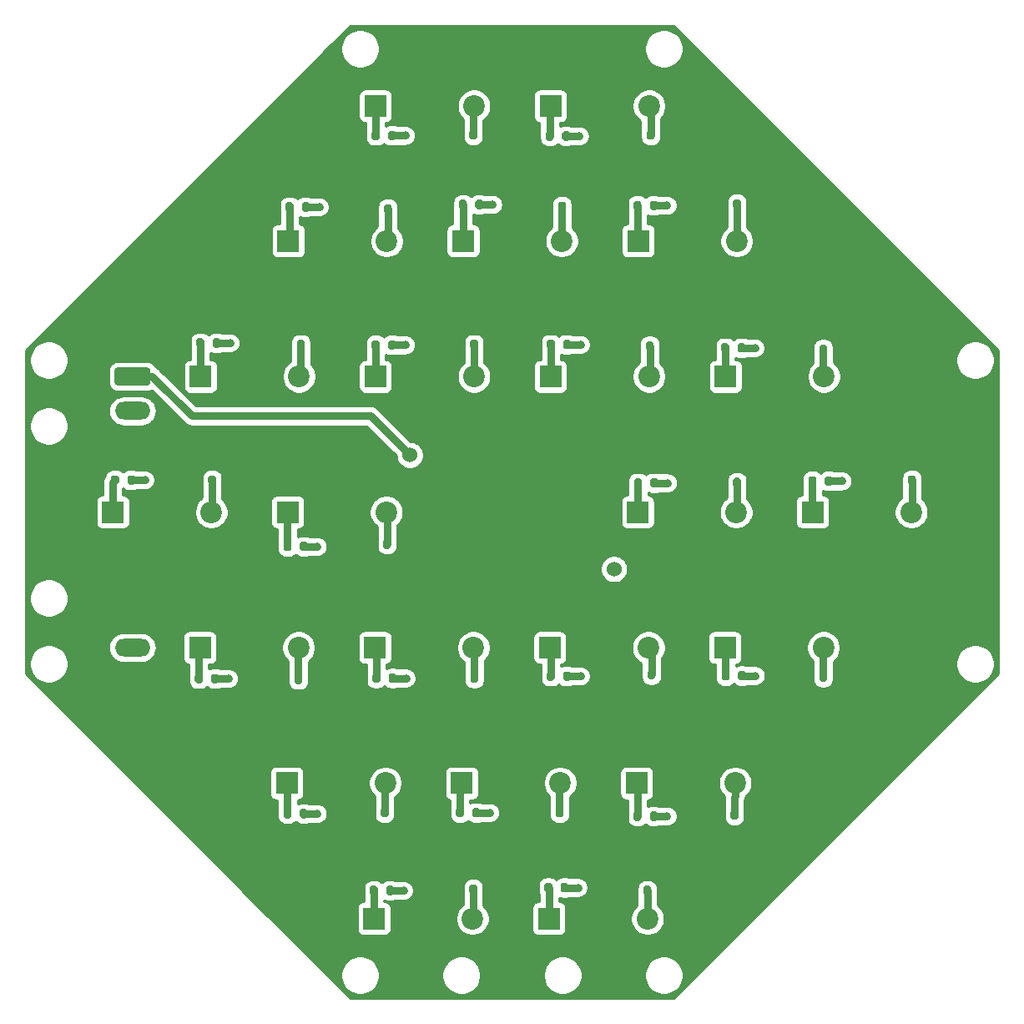
<source format=gbr>
%TF.GenerationSoftware,KiCad,Pcbnew,5.1.10*%
%TF.CreationDate,2021-07-04T18:02:09+02:00*%
%TF.ProjectId,test_16,74657374-5f31-4362-9e6b-696361645f70,0.1*%
%TF.SameCoordinates,Original*%
%TF.FileFunction,Copper,L1,Top*%
%TF.FilePolarity,Positive*%
%FSLAX46Y46*%
G04 Gerber Fmt 4.6, Leading zero omitted, Abs format (unit mm)*
G04 Created by KiCad (PCBNEW 5.1.10) date 2021-07-04 18:02:09*
%MOMM*%
%LPD*%
G01*
G04 APERTURE LIST*
%TA.AperFunction,ComponentPad*%
%ADD10C,1.524000*%
%TD*%
%TA.AperFunction,ComponentPad*%
%ADD11R,2.200000X2.200000*%
%TD*%
%TA.AperFunction,ComponentPad*%
%ADD12C,2.200000*%
%TD*%
%TA.AperFunction,ComponentPad*%
%ADD13O,3.600000X1.800000*%
%TD*%
%TA.AperFunction,ViaPad*%
%ADD14C,0.800000*%
%TD*%
%TA.AperFunction,Conductor*%
%ADD15C,0.800000*%
%TD*%
%TA.AperFunction,Conductor*%
%ADD16C,0.600000*%
%TD*%
%TA.AperFunction,Conductor*%
%ADD17C,0.254000*%
%TD*%
%TA.AperFunction,Conductor*%
%ADD18C,0.100000*%
%TD*%
G04 APERTURE END LIST*
D10*
%TO.P,D1,1*%
%TO.N,Net-(D1-Pad1)*%
X410362593Y-255788495D03*
%TO.P,D1,2*%
%TO.N,Net-(D1-Pad2)*%
X389637407Y-244211505D03*
%TD*%
D11*
%TO.P,LS3,1*%
%TO.N,Net-(LS3-Pad1)*%
X403750000Y-291250000D03*
D12*
%TO.P,LS3,2*%
%TO.N,Net-(LS3-Pad2)*%
X413750000Y-291250000D03*
%TD*%
D11*
%TO.P,LS7,1*%
%TO.N,Net-(LS7-Pad1)*%
X421600000Y-263750000D03*
D12*
%TO.P,LS7,2*%
%TO.N,Net-(LS7-Pad2)*%
X431600000Y-263750000D03*
%TD*%
D11*
%TO.P,LS6,1*%
%TO.N,Net-(LS6-Pad1)*%
X412650000Y-277500000D03*
D12*
%TO.P,LS6,2*%
%TO.N,Net-(LS6-Pad2)*%
X422650000Y-277500000D03*
%TD*%
D11*
%TO.P,LS5,1*%
%TO.N,Net-(LS5-Pad1)*%
X386000000Y-291250000D03*
D12*
%TO.P,LS5,2*%
%TO.N,Net-(LS5-Pad2)*%
X396000000Y-291250000D03*
%TD*%
D11*
%TO.P,LS2,1*%
%TO.N,Net-(LS2-Pad1)*%
X430500000Y-250000000D03*
D12*
%TO.P,LS2,2*%
%TO.N,Net-(LS2-Pad2)*%
X440500000Y-250000000D03*
%TD*%
D11*
%TO.P,LS1,1*%
%TO.N,Net-(LS1-Pad1)*%
X403850000Y-263750000D03*
D12*
%TO.P,LS1,2*%
%TO.N,Net-(LS1-Pad2)*%
X413850000Y-263750000D03*
%TD*%
D11*
%TO.P,LS4,1*%
%TO.N,Net-(LS4-Pad1)*%
X394900000Y-277500000D03*
D12*
%TO.P,LS4,2*%
%TO.N,Net-(LS4-Pad2)*%
X404900000Y-277500000D03*
%TD*%
D11*
%TO.P,LS10,1*%
%TO.N,Net-(LS10-Pad1)*%
X412750000Y-250000000D03*
D12*
%TO.P,LS10,2*%
%TO.N,Net-(LS10-Pad2)*%
X422750000Y-250000000D03*
%TD*%
D11*
%TO.P,LS9,1*%
%TO.N,Net-(LS9-Pad1)*%
X386100000Y-263750000D03*
D12*
%TO.P,LS9,2*%
%TO.N,Net-(LS9-Pad2)*%
X396100000Y-263750000D03*
%TD*%
D11*
%TO.P,LS8,1*%
%TO.N,Net-(LS8-Pad1)*%
X377150000Y-277500000D03*
D12*
%TO.P,LS8,2*%
%TO.N,Net-(LS8-Pad2)*%
X387150000Y-277500000D03*
%TD*%
D11*
%TO.P,LS22,1*%
%TO.N,Net-(LS22-Pad1)*%
X412800000Y-222500000D03*
D12*
%TO.P,LS22,2*%
%TO.N,Net-(LS22-Pad2)*%
X422800000Y-222500000D03*
%TD*%
D11*
%TO.P,LS21,1*%
%TO.N,Net-(LS21-Pad1)*%
X421650000Y-236250000D03*
D12*
%TO.P,LS21,2*%
%TO.N,Net-(LS21-Pad2)*%
X431650000Y-236250000D03*
%TD*%
D11*
%TO.P,LS16,1*%
%TO.N,Net-(LS16-Pad1)*%
X368350000Y-263750000D03*
D12*
%TO.P,LS16,2*%
%TO.N,Net-(LS16-Pad2)*%
X378350000Y-263750000D03*
%TD*%
D11*
%TO.P,LS13,1*%
%TO.N,Net-(LS13-Pad1)*%
X395050000Y-222500000D03*
D12*
%TO.P,LS13,2*%
%TO.N,Net-(LS13-Pad2)*%
X405050000Y-222500000D03*
%TD*%
D11*
%TO.P,LS12,1*%
%TO.N,Net-(LS12-Pad1)*%
X403900000Y-236250000D03*
D12*
%TO.P,LS12,2*%
%TO.N,Net-(LS12-Pad2)*%
X413900000Y-236250000D03*
%TD*%
D11*
%TO.P,LS11,1*%
%TO.N,Net-(LS11-Pad1)*%
X377250000Y-250000000D03*
D12*
%TO.P,LS11,2*%
%TO.N,Net-(LS11-Pad2)*%
X387250000Y-250000000D03*
%TD*%
D11*
%TO.P,LS20,1*%
%TO.N,Net-(LS20-Pad1)*%
X377300000Y-222500000D03*
D12*
%TO.P,LS20,2*%
%TO.N,Net-(LS20-Pad2)*%
X387300000Y-222500000D03*
%TD*%
D11*
%TO.P,LS19,1*%
%TO.N,Net-(LS19-Pad1)*%
X386150000Y-236250000D03*
D12*
%TO.P,LS19,2*%
%TO.N,Net-(LS19-Pad2)*%
X396150000Y-236250000D03*
%TD*%
D11*
%TO.P,LS18,1*%
%TO.N,Net-(LS18-Pad1)*%
X359500000Y-250000000D03*
D12*
%TO.P,LS18,2*%
%TO.N,Net-(LS18-Pad2)*%
X369500000Y-250000000D03*
%TD*%
D11*
%TO.P,LS15,1*%
%TO.N,Net-(LS15-Pad1)*%
X368400000Y-236250000D03*
D12*
%TO.P,LS15,2*%
%TO.N,Net-(LS15-Pad2)*%
X378400000Y-236250000D03*
%TD*%
D11*
%TO.P,LS14,1*%
%TO.N,Net-(LS14-Pad1)*%
X403900000Y-208800000D03*
D12*
%TO.P,LS14,2*%
%TO.N,Net-(LS14-Pad2)*%
X413900000Y-208800000D03*
%TD*%
D11*
%TO.P,LS17,1*%
%TO.N,Net-(LS17-Pad1)*%
X386150000Y-208800000D03*
D12*
%TO.P,LS17,2*%
%TO.N,Net-(LS17-Pad2)*%
X396150000Y-208800000D03*
%TD*%
D13*
%TO.P,J2,2*%
%TO.N,Net-(D1-Pad1)*%
X361500000Y-239750000D03*
%TO.P,J2,1*%
%TO.N,Net-(D1-Pad2)*%
%TA.AperFunction,ComponentPad*%
G36*
G01*
X359950000Y-235350000D02*
X363050000Y-235350000D01*
G75*
G02*
X363300000Y-235600000I0J-250000D01*
G01*
X363300000Y-236900000D01*
G75*
G02*
X363050000Y-237150000I-250000J0D01*
G01*
X359950000Y-237150000D01*
G75*
G02*
X359700000Y-236900000I0J250000D01*
G01*
X359700000Y-235600000D01*
G75*
G02*
X359950000Y-235350000I250000J0D01*
G01*
G37*
%TD.AperFunction*%
%TD*%
%TO.P,R40,2*%
%TO.N,Net-(J1-Pad1)*%
%TA.AperFunction,SMDPad,CuDef*%
G36*
G01*
X386150000Y-218975000D02*
X386150000Y-219525000D01*
G75*
G02*
X385950000Y-219725000I-200000J0D01*
G01*
X385550000Y-219725000D01*
G75*
G02*
X385350000Y-219525000I0J200000D01*
G01*
X385350000Y-218975000D01*
G75*
G02*
X385550000Y-218775000I200000J0D01*
G01*
X385950000Y-218775000D01*
G75*
G02*
X386150000Y-218975000I0J-200000D01*
G01*
G37*
%TD.AperFunction*%
%TO.P,R40,1*%
%TO.N,Net-(LS20-Pad2)*%
%TA.AperFunction,SMDPad,CuDef*%
G36*
G01*
X387800000Y-218975000D02*
X387800000Y-219525000D01*
G75*
G02*
X387600000Y-219725000I-200000J0D01*
G01*
X387200000Y-219725000D01*
G75*
G02*
X387000000Y-219525000I0J200000D01*
G01*
X387000000Y-218975000D01*
G75*
G02*
X387200000Y-218775000I200000J0D01*
G01*
X387600000Y-218775000D01*
G75*
G02*
X387800000Y-218975000I0J-200000D01*
G01*
G37*
%TD.AperFunction*%
%TD*%
%TO.P,R39,2*%
%TO.N,Net-(J1-Pad1)*%
%TA.AperFunction,SMDPad,CuDef*%
G36*
G01*
X394900000Y-232725000D02*
X394900000Y-233275000D01*
G75*
G02*
X394700000Y-233475000I-200000J0D01*
G01*
X394300000Y-233475000D01*
G75*
G02*
X394100000Y-233275000I0J200000D01*
G01*
X394100000Y-232725000D01*
G75*
G02*
X394300000Y-232525000I200000J0D01*
G01*
X394700000Y-232525000D01*
G75*
G02*
X394900000Y-232725000I0J-200000D01*
G01*
G37*
%TD.AperFunction*%
%TO.P,R39,1*%
%TO.N,Net-(LS19-Pad2)*%
%TA.AperFunction,SMDPad,CuDef*%
G36*
G01*
X396550000Y-232725000D02*
X396550000Y-233275000D01*
G75*
G02*
X396350000Y-233475000I-200000J0D01*
G01*
X395950000Y-233475000D01*
G75*
G02*
X395750000Y-233275000I0J200000D01*
G01*
X395750000Y-232725000D01*
G75*
G02*
X395950000Y-232525000I200000J0D01*
G01*
X396350000Y-232525000D01*
G75*
G02*
X396550000Y-232725000I0J-200000D01*
G01*
G37*
%TD.AperFunction*%
%TD*%
%TO.P,R38,2*%
%TO.N,Net-(J1-Pad1)*%
%TA.AperFunction,SMDPad,CuDef*%
G36*
G01*
X368325000Y-246475000D02*
X368325000Y-247025000D01*
G75*
G02*
X368125000Y-247225000I-200000J0D01*
G01*
X367725000Y-247225000D01*
G75*
G02*
X367525000Y-247025000I0J200000D01*
G01*
X367525000Y-246475000D01*
G75*
G02*
X367725000Y-246275000I200000J0D01*
G01*
X368125000Y-246275000D01*
G75*
G02*
X368325000Y-246475000I0J-200000D01*
G01*
G37*
%TD.AperFunction*%
%TO.P,R38,1*%
%TO.N,Net-(LS18-Pad2)*%
%TA.AperFunction,SMDPad,CuDef*%
G36*
G01*
X369975000Y-246475000D02*
X369975000Y-247025000D01*
G75*
G02*
X369775000Y-247225000I-200000J0D01*
G01*
X369375000Y-247225000D01*
G75*
G02*
X369175000Y-247025000I0J200000D01*
G01*
X369175000Y-246475000D01*
G75*
G02*
X369375000Y-246275000I200000J0D01*
G01*
X369775000Y-246275000D01*
G75*
G02*
X369975000Y-246475000I0J-200000D01*
G01*
G37*
%TD.AperFunction*%
%TD*%
%TO.P,R36,2*%
%TO.N,Net-(J1-Pad1)*%
%TA.AperFunction,SMDPad,CuDef*%
G36*
G01*
X377075000Y-266725000D02*
X377075000Y-267275000D01*
G75*
G02*
X376875000Y-267475000I-200000J0D01*
G01*
X376475000Y-267475000D01*
G75*
G02*
X376275000Y-267275000I0J200000D01*
G01*
X376275000Y-266725000D01*
G75*
G02*
X376475000Y-266525000I200000J0D01*
G01*
X376875000Y-266525000D01*
G75*
G02*
X377075000Y-266725000I0J-200000D01*
G01*
G37*
%TD.AperFunction*%
%TO.P,R36,1*%
%TO.N,Net-(LS16-Pad2)*%
%TA.AperFunction,SMDPad,CuDef*%
G36*
G01*
X378725000Y-266725000D02*
X378725000Y-267275000D01*
G75*
G02*
X378525000Y-267475000I-200000J0D01*
G01*
X378125000Y-267475000D01*
G75*
G02*
X377925000Y-267275000I0J200000D01*
G01*
X377925000Y-266725000D01*
G75*
G02*
X378125000Y-266525000I200000J0D01*
G01*
X378525000Y-266525000D01*
G75*
G02*
X378725000Y-266725000I0J-200000D01*
G01*
G37*
%TD.AperFunction*%
%TD*%
%TO.P,R35,2*%
%TO.N,Net-(J1-Pad1)*%
%TA.AperFunction,SMDPad,CuDef*%
G36*
G01*
X377325000Y-232725000D02*
X377325000Y-233275000D01*
G75*
G02*
X377125000Y-233475000I-200000J0D01*
G01*
X376725000Y-233475000D01*
G75*
G02*
X376525000Y-233275000I0J200000D01*
G01*
X376525000Y-232725000D01*
G75*
G02*
X376725000Y-232525000I200000J0D01*
G01*
X377125000Y-232525000D01*
G75*
G02*
X377325000Y-232725000I0J-200000D01*
G01*
G37*
%TD.AperFunction*%
%TO.P,R35,1*%
%TO.N,Net-(LS15-Pad2)*%
%TA.AperFunction,SMDPad,CuDef*%
G36*
G01*
X378975000Y-232725000D02*
X378975000Y-233275000D01*
G75*
G02*
X378775000Y-233475000I-200000J0D01*
G01*
X378375000Y-233475000D01*
G75*
G02*
X378175000Y-233275000I0J200000D01*
G01*
X378175000Y-232725000D01*
G75*
G02*
X378375000Y-232525000I200000J0D01*
G01*
X378775000Y-232525000D01*
G75*
G02*
X378975000Y-232725000I0J-200000D01*
G01*
G37*
%TD.AperFunction*%
%TD*%
%TO.P,R34,2*%
%TO.N,Net-(J1-Pad1)*%
%TA.AperFunction,SMDPad,CuDef*%
G36*
G01*
X412825000Y-211475000D02*
X412825000Y-212025000D01*
G75*
G02*
X412625000Y-212225000I-200000J0D01*
G01*
X412225000Y-212225000D01*
G75*
G02*
X412025000Y-212025000I0J200000D01*
G01*
X412025000Y-211475000D01*
G75*
G02*
X412225000Y-211275000I200000J0D01*
G01*
X412625000Y-211275000D01*
G75*
G02*
X412825000Y-211475000I0J-200000D01*
G01*
G37*
%TD.AperFunction*%
%TO.P,R34,1*%
%TO.N,Net-(LS14-Pad2)*%
%TA.AperFunction,SMDPad,CuDef*%
G36*
G01*
X414475000Y-211475000D02*
X414475000Y-212025000D01*
G75*
G02*
X414275000Y-212225000I-200000J0D01*
G01*
X413875000Y-212225000D01*
G75*
G02*
X413675000Y-212025000I0J200000D01*
G01*
X413675000Y-211475000D01*
G75*
G02*
X413875000Y-211275000I200000J0D01*
G01*
X414275000Y-211275000D01*
G75*
G02*
X414475000Y-211475000I0J-200000D01*
G01*
G37*
%TD.AperFunction*%
%TD*%
%TO.P,R33,2*%
%TO.N,Net-(J1-Pad1)*%
%TA.AperFunction,SMDPad,CuDef*%
G36*
G01*
X403825000Y-218725000D02*
X403825000Y-219275000D01*
G75*
G02*
X403625000Y-219475000I-200000J0D01*
G01*
X403225000Y-219475000D01*
G75*
G02*
X403025000Y-219275000I0J200000D01*
G01*
X403025000Y-218725000D01*
G75*
G02*
X403225000Y-218525000I200000J0D01*
G01*
X403625000Y-218525000D01*
G75*
G02*
X403825000Y-218725000I0J-200000D01*
G01*
G37*
%TD.AperFunction*%
%TO.P,R33,1*%
%TO.N,Net-(LS13-Pad2)*%
%TA.AperFunction,SMDPad,CuDef*%
G36*
G01*
X405475000Y-218725000D02*
X405475000Y-219275000D01*
G75*
G02*
X405275000Y-219475000I-200000J0D01*
G01*
X404875000Y-219475000D01*
G75*
G02*
X404675000Y-219275000I0J200000D01*
G01*
X404675000Y-218725000D01*
G75*
G02*
X404875000Y-218525000I200000J0D01*
G01*
X405275000Y-218525000D01*
G75*
G02*
X405475000Y-218725000I0J-200000D01*
G01*
G37*
%TD.AperFunction*%
%TD*%
%TO.P,R32,2*%
%TO.N,Net-(J1-Pad1)*%
%TA.AperFunction,SMDPad,CuDef*%
G36*
G01*
X412725000Y-232875000D02*
X412725000Y-233425000D01*
G75*
G02*
X412525000Y-233625000I-200000J0D01*
G01*
X412125000Y-233625000D01*
G75*
G02*
X411925000Y-233425000I0J200000D01*
G01*
X411925000Y-232875000D01*
G75*
G02*
X412125000Y-232675000I200000J0D01*
G01*
X412525000Y-232675000D01*
G75*
G02*
X412725000Y-232875000I0J-200000D01*
G01*
G37*
%TD.AperFunction*%
%TO.P,R32,1*%
%TO.N,Net-(LS12-Pad2)*%
%TA.AperFunction,SMDPad,CuDef*%
G36*
G01*
X414375000Y-232875000D02*
X414375000Y-233425000D01*
G75*
G02*
X414175000Y-233625000I-200000J0D01*
G01*
X413775000Y-233625000D01*
G75*
G02*
X413575000Y-233425000I0J200000D01*
G01*
X413575000Y-232875000D01*
G75*
G02*
X413775000Y-232675000I200000J0D01*
G01*
X414175000Y-232675000D01*
G75*
G02*
X414375000Y-232875000I0J-200000D01*
G01*
G37*
%TD.AperFunction*%
%TD*%
%TO.P,R31,2*%
%TO.N,Net-(J1-Pad1)*%
%TA.AperFunction,SMDPad,CuDef*%
G36*
G01*
X386075000Y-252975000D02*
X386075000Y-253525000D01*
G75*
G02*
X385875000Y-253725000I-200000J0D01*
G01*
X385475000Y-253725000D01*
G75*
G02*
X385275000Y-253525000I0J200000D01*
G01*
X385275000Y-252975000D01*
G75*
G02*
X385475000Y-252775000I200000J0D01*
G01*
X385875000Y-252775000D01*
G75*
G02*
X386075000Y-252975000I0J-200000D01*
G01*
G37*
%TD.AperFunction*%
%TO.P,R31,1*%
%TO.N,Net-(LS11-Pad2)*%
%TA.AperFunction,SMDPad,CuDef*%
G36*
G01*
X387725000Y-252975000D02*
X387725000Y-253525000D01*
G75*
G02*
X387525000Y-253725000I-200000J0D01*
G01*
X387125000Y-253725000D01*
G75*
G02*
X386925000Y-253525000I0J200000D01*
G01*
X386925000Y-252975000D01*
G75*
G02*
X387125000Y-252775000I200000J0D01*
G01*
X387525000Y-252775000D01*
G75*
G02*
X387725000Y-252975000I0J-200000D01*
G01*
G37*
%TD.AperFunction*%
%TD*%
%TO.P,R30,2*%
%TO.N,Net-(J1-Pad2)*%
%TA.AperFunction,SMDPad,CuDef*%
G36*
G01*
X378675000Y-219325000D02*
X378675000Y-218775000D01*
G75*
G02*
X378875000Y-218575000I200000J0D01*
G01*
X379275000Y-218575000D01*
G75*
G02*
X379475000Y-218775000I0J-200000D01*
G01*
X379475000Y-219325000D01*
G75*
G02*
X379275000Y-219525000I-200000J0D01*
G01*
X378875000Y-219525000D01*
G75*
G02*
X378675000Y-219325000I0J200000D01*
G01*
G37*
%TD.AperFunction*%
%TO.P,R30,1*%
%TO.N,Net-(LS20-Pad1)*%
%TA.AperFunction,SMDPad,CuDef*%
G36*
G01*
X377025000Y-219325000D02*
X377025000Y-218775000D01*
G75*
G02*
X377225000Y-218575000I200000J0D01*
G01*
X377625000Y-218575000D01*
G75*
G02*
X377825000Y-218775000I0J-200000D01*
G01*
X377825000Y-219325000D01*
G75*
G02*
X377625000Y-219525000I-200000J0D01*
G01*
X377225000Y-219525000D01*
G75*
G02*
X377025000Y-219325000I0J200000D01*
G01*
G37*
%TD.AperFunction*%
%TD*%
%TO.P,R29,2*%
%TO.N,Net-(J1-Pad2)*%
%TA.AperFunction,SMDPad,CuDef*%
G36*
G01*
X387425000Y-233325000D02*
X387425000Y-232775000D01*
G75*
G02*
X387625000Y-232575000I200000J0D01*
G01*
X388025000Y-232575000D01*
G75*
G02*
X388225000Y-232775000I0J-200000D01*
G01*
X388225000Y-233325000D01*
G75*
G02*
X388025000Y-233525000I-200000J0D01*
G01*
X387625000Y-233525000D01*
G75*
G02*
X387425000Y-233325000I0J200000D01*
G01*
G37*
%TD.AperFunction*%
%TO.P,R29,1*%
%TO.N,Net-(LS19-Pad1)*%
%TA.AperFunction,SMDPad,CuDef*%
G36*
G01*
X385775000Y-233325000D02*
X385775000Y-232775000D01*
G75*
G02*
X385975000Y-232575000I200000J0D01*
G01*
X386375000Y-232575000D01*
G75*
G02*
X386575000Y-232775000I0J-200000D01*
G01*
X386575000Y-233325000D01*
G75*
G02*
X386375000Y-233525000I-200000J0D01*
G01*
X385975000Y-233525000D01*
G75*
G02*
X385775000Y-233325000I0J200000D01*
G01*
G37*
%TD.AperFunction*%
%TD*%
%TO.P,R28,2*%
%TO.N,Net-(J1-Pad2)*%
%TA.AperFunction,SMDPad,CuDef*%
G36*
G01*
X360975000Y-247025000D02*
X360975000Y-246475000D01*
G75*
G02*
X361175000Y-246275000I200000J0D01*
G01*
X361575000Y-246275000D01*
G75*
G02*
X361775000Y-246475000I0J-200000D01*
G01*
X361775000Y-247025000D01*
G75*
G02*
X361575000Y-247225000I-200000J0D01*
G01*
X361175000Y-247225000D01*
G75*
G02*
X360975000Y-247025000I0J200000D01*
G01*
G37*
%TD.AperFunction*%
%TO.P,R28,1*%
%TO.N,Net-(LS18-Pad1)*%
%TA.AperFunction,SMDPad,CuDef*%
G36*
G01*
X359325000Y-247025000D02*
X359325000Y-246475000D01*
G75*
G02*
X359525000Y-246275000I200000J0D01*
G01*
X359925000Y-246275000D01*
G75*
G02*
X360125000Y-246475000I0J-200000D01*
G01*
X360125000Y-247025000D01*
G75*
G02*
X359925000Y-247225000I-200000J0D01*
G01*
X359525000Y-247225000D01*
G75*
G02*
X359325000Y-247025000I0J200000D01*
G01*
G37*
%TD.AperFunction*%
%TD*%
%TO.P,R26,2*%
%TO.N,Net-(J1-Pad2)*%
%TA.AperFunction,SMDPad,CuDef*%
G36*
G01*
X369475000Y-267175000D02*
X369475000Y-266625000D01*
G75*
G02*
X369675000Y-266425000I200000J0D01*
G01*
X370075000Y-266425000D01*
G75*
G02*
X370275000Y-266625000I0J-200000D01*
G01*
X370275000Y-267175000D01*
G75*
G02*
X370075000Y-267375000I-200000J0D01*
G01*
X369675000Y-267375000D01*
G75*
G02*
X369475000Y-267175000I0J200000D01*
G01*
G37*
%TD.AperFunction*%
%TO.P,R26,1*%
%TO.N,Net-(LS16-Pad1)*%
%TA.AperFunction,SMDPad,CuDef*%
G36*
G01*
X367825000Y-267175000D02*
X367825000Y-266625000D01*
G75*
G02*
X368025000Y-266425000I200000J0D01*
G01*
X368425000Y-266425000D01*
G75*
G02*
X368625000Y-266625000I0J-200000D01*
G01*
X368625000Y-267175000D01*
G75*
G02*
X368425000Y-267375000I-200000J0D01*
G01*
X368025000Y-267375000D01*
G75*
G02*
X367825000Y-267175000I0J200000D01*
G01*
G37*
%TD.AperFunction*%
%TD*%
%TO.P,R25,2*%
%TO.N,Net-(J1-Pad2)*%
%TA.AperFunction,SMDPad,CuDef*%
G36*
G01*
X369625000Y-233125000D02*
X369625000Y-232575000D01*
G75*
G02*
X369825000Y-232375000I200000J0D01*
G01*
X370225000Y-232375000D01*
G75*
G02*
X370425000Y-232575000I0J-200000D01*
G01*
X370425000Y-233125000D01*
G75*
G02*
X370225000Y-233325000I-200000J0D01*
G01*
X369825000Y-233325000D01*
G75*
G02*
X369625000Y-233125000I0J200000D01*
G01*
G37*
%TD.AperFunction*%
%TO.P,R25,1*%
%TO.N,Net-(LS15-Pad1)*%
%TA.AperFunction,SMDPad,CuDef*%
G36*
G01*
X367975000Y-233125000D02*
X367975000Y-232575000D01*
G75*
G02*
X368175000Y-232375000I200000J0D01*
G01*
X368575000Y-232375000D01*
G75*
G02*
X368775000Y-232575000I0J-200000D01*
G01*
X368775000Y-233125000D01*
G75*
G02*
X368575000Y-233325000I-200000J0D01*
G01*
X368175000Y-233325000D01*
G75*
G02*
X367975000Y-233125000I0J200000D01*
G01*
G37*
%TD.AperFunction*%
%TD*%
%TO.P,R24,2*%
%TO.N,Net-(J1-Pad2)*%
%TA.AperFunction,SMDPad,CuDef*%
G36*
G01*
X405075000Y-212125000D02*
X405075000Y-211575000D01*
G75*
G02*
X405275000Y-211375000I200000J0D01*
G01*
X405675000Y-211375000D01*
G75*
G02*
X405875000Y-211575000I0J-200000D01*
G01*
X405875000Y-212125000D01*
G75*
G02*
X405675000Y-212325000I-200000J0D01*
G01*
X405275000Y-212325000D01*
G75*
G02*
X405075000Y-212125000I0J200000D01*
G01*
G37*
%TD.AperFunction*%
%TO.P,R24,1*%
%TO.N,Net-(LS14-Pad1)*%
%TA.AperFunction,SMDPad,CuDef*%
G36*
G01*
X403425000Y-212125000D02*
X403425000Y-211575000D01*
G75*
G02*
X403625000Y-211375000I200000J0D01*
G01*
X404025000Y-211375000D01*
G75*
G02*
X404225000Y-211575000I0J-200000D01*
G01*
X404225000Y-212125000D01*
G75*
G02*
X404025000Y-212325000I-200000J0D01*
G01*
X403625000Y-212325000D01*
G75*
G02*
X403425000Y-212125000I0J200000D01*
G01*
G37*
%TD.AperFunction*%
%TD*%
%TO.P,R23,2*%
%TO.N,Net-(J1-Pad2)*%
%TA.AperFunction,SMDPad,CuDef*%
G36*
G01*
X396275000Y-219075000D02*
X396275000Y-218525000D01*
G75*
G02*
X396475000Y-218325000I200000J0D01*
G01*
X396875000Y-218325000D01*
G75*
G02*
X397075000Y-218525000I0J-200000D01*
G01*
X397075000Y-219075000D01*
G75*
G02*
X396875000Y-219275000I-200000J0D01*
G01*
X396475000Y-219275000D01*
G75*
G02*
X396275000Y-219075000I0J200000D01*
G01*
G37*
%TD.AperFunction*%
%TO.P,R23,1*%
%TO.N,Net-(LS13-Pad1)*%
%TA.AperFunction,SMDPad,CuDef*%
G36*
G01*
X394625000Y-219075000D02*
X394625000Y-218525000D01*
G75*
G02*
X394825000Y-218325000I200000J0D01*
G01*
X395225000Y-218325000D01*
G75*
G02*
X395425000Y-218525000I0J-200000D01*
G01*
X395425000Y-219075000D01*
G75*
G02*
X395225000Y-219275000I-200000J0D01*
G01*
X394825000Y-219275000D01*
G75*
G02*
X394625000Y-219075000I0J200000D01*
G01*
G37*
%TD.AperFunction*%
%TD*%
%TO.P,R22,2*%
%TO.N,Net-(J1-Pad2)*%
%TA.AperFunction,SMDPad,CuDef*%
G36*
G01*
X405175000Y-233275000D02*
X405175000Y-232725000D01*
G75*
G02*
X405375000Y-232525000I200000J0D01*
G01*
X405775000Y-232525000D01*
G75*
G02*
X405975000Y-232725000I0J-200000D01*
G01*
X405975000Y-233275000D01*
G75*
G02*
X405775000Y-233475000I-200000J0D01*
G01*
X405375000Y-233475000D01*
G75*
G02*
X405175000Y-233275000I0J200000D01*
G01*
G37*
%TD.AperFunction*%
%TO.P,R22,1*%
%TO.N,Net-(LS12-Pad1)*%
%TA.AperFunction,SMDPad,CuDef*%
G36*
G01*
X403525000Y-233275000D02*
X403525000Y-232725000D01*
G75*
G02*
X403725000Y-232525000I200000J0D01*
G01*
X404125000Y-232525000D01*
G75*
G02*
X404325000Y-232725000I0J-200000D01*
G01*
X404325000Y-233275000D01*
G75*
G02*
X404125000Y-233475000I-200000J0D01*
G01*
X403725000Y-233475000D01*
G75*
G02*
X403525000Y-233275000I0J200000D01*
G01*
G37*
%TD.AperFunction*%
%TD*%
%TO.P,R21,2*%
%TO.N,Net-(J1-Pad2)*%
%TA.AperFunction,SMDPad,CuDef*%
G36*
G01*
X378475000Y-253775000D02*
X378475000Y-253225000D01*
G75*
G02*
X378675000Y-253025000I200000J0D01*
G01*
X379075000Y-253025000D01*
G75*
G02*
X379275000Y-253225000I0J-200000D01*
G01*
X379275000Y-253775000D01*
G75*
G02*
X379075000Y-253975000I-200000J0D01*
G01*
X378675000Y-253975000D01*
G75*
G02*
X378475000Y-253775000I0J200000D01*
G01*
G37*
%TD.AperFunction*%
%TO.P,R21,1*%
%TO.N,Net-(LS11-Pad1)*%
%TA.AperFunction,SMDPad,CuDef*%
G36*
G01*
X376825000Y-253775000D02*
X376825000Y-253225000D01*
G75*
G02*
X377025000Y-253025000I200000J0D01*
G01*
X377425000Y-253025000D01*
G75*
G02*
X377625000Y-253225000I0J-200000D01*
G01*
X377625000Y-253775000D01*
G75*
G02*
X377425000Y-253975000I-200000J0D01*
G01*
X377025000Y-253975000D01*
G75*
G02*
X376825000Y-253775000I0J200000D01*
G01*
G37*
%TD.AperFunction*%
%TD*%
%TO.P,R37,2*%
%TO.N,Net-(J1-Pad1)*%
%TA.AperFunction,SMDPad,CuDef*%
G36*
G01*
X394825000Y-211475000D02*
X394825000Y-212025000D01*
G75*
G02*
X394625000Y-212225000I-200000J0D01*
G01*
X394225000Y-212225000D01*
G75*
G02*
X394025000Y-212025000I0J200000D01*
G01*
X394025000Y-211475000D01*
G75*
G02*
X394225000Y-211275000I200000J0D01*
G01*
X394625000Y-211275000D01*
G75*
G02*
X394825000Y-211475000I0J-200000D01*
G01*
G37*
%TD.AperFunction*%
%TO.P,R37,1*%
%TO.N,Net-(LS17-Pad2)*%
%TA.AperFunction,SMDPad,CuDef*%
G36*
G01*
X396475000Y-211475000D02*
X396475000Y-212025000D01*
G75*
G02*
X396275000Y-212225000I-200000J0D01*
G01*
X395875000Y-212225000D01*
G75*
G02*
X395675000Y-212025000I0J200000D01*
G01*
X395675000Y-211475000D01*
G75*
G02*
X395875000Y-211275000I200000J0D01*
G01*
X396275000Y-211275000D01*
G75*
G02*
X396475000Y-211475000I0J-200000D01*
G01*
G37*
%TD.AperFunction*%
%TD*%
%TO.P,R20,2*%
%TO.N,Net-(J1-Pad1)*%
%TA.AperFunction,SMDPad,CuDef*%
G36*
G01*
X421575000Y-246725000D02*
X421575000Y-247275000D01*
G75*
G02*
X421375000Y-247475000I-200000J0D01*
G01*
X420975000Y-247475000D01*
G75*
G02*
X420775000Y-247275000I0J200000D01*
G01*
X420775000Y-246725000D01*
G75*
G02*
X420975000Y-246525000I200000J0D01*
G01*
X421375000Y-246525000D01*
G75*
G02*
X421575000Y-246725000I0J-200000D01*
G01*
G37*
%TD.AperFunction*%
%TO.P,R20,1*%
%TO.N,Net-(LS10-Pad2)*%
%TA.AperFunction,SMDPad,CuDef*%
G36*
G01*
X423225000Y-246725000D02*
X423225000Y-247275000D01*
G75*
G02*
X423025000Y-247475000I-200000J0D01*
G01*
X422625000Y-247475000D01*
G75*
G02*
X422425000Y-247275000I0J200000D01*
G01*
X422425000Y-246725000D01*
G75*
G02*
X422625000Y-246525000I200000J0D01*
G01*
X423025000Y-246525000D01*
G75*
G02*
X423225000Y-246725000I0J-200000D01*
G01*
G37*
%TD.AperFunction*%
%TD*%
%TO.P,R19,2*%
%TO.N,Net-(J1-Pad1)*%
%TA.AperFunction,SMDPad,CuDef*%
G36*
G01*
X394925000Y-266575000D02*
X394925000Y-267125000D01*
G75*
G02*
X394725000Y-267325000I-200000J0D01*
G01*
X394325000Y-267325000D01*
G75*
G02*
X394125000Y-267125000I0J200000D01*
G01*
X394125000Y-266575000D01*
G75*
G02*
X394325000Y-266375000I200000J0D01*
G01*
X394725000Y-266375000D01*
G75*
G02*
X394925000Y-266575000I0J-200000D01*
G01*
G37*
%TD.AperFunction*%
%TO.P,R19,1*%
%TO.N,Net-(LS9-Pad2)*%
%TA.AperFunction,SMDPad,CuDef*%
G36*
G01*
X396575000Y-266575000D02*
X396575000Y-267125000D01*
G75*
G02*
X396375000Y-267325000I-200000J0D01*
G01*
X395975000Y-267325000D01*
G75*
G02*
X395775000Y-267125000I0J200000D01*
G01*
X395775000Y-266575000D01*
G75*
G02*
X395975000Y-266375000I200000J0D01*
G01*
X396375000Y-266375000D01*
G75*
G02*
X396575000Y-266575000I0J-200000D01*
G01*
G37*
%TD.AperFunction*%
%TD*%
%TO.P,R18,2*%
%TO.N,Net-(J1-Pad1)*%
%TA.AperFunction,SMDPad,CuDef*%
G36*
G01*
X385825000Y-280225000D02*
X385825000Y-280775000D01*
G75*
G02*
X385625000Y-280975000I-200000J0D01*
G01*
X385225000Y-280975000D01*
G75*
G02*
X385025000Y-280775000I0J200000D01*
G01*
X385025000Y-280225000D01*
G75*
G02*
X385225000Y-280025000I200000J0D01*
G01*
X385625000Y-280025000D01*
G75*
G02*
X385825000Y-280225000I0J-200000D01*
G01*
G37*
%TD.AperFunction*%
%TO.P,R18,1*%
%TO.N,Net-(LS8-Pad2)*%
%TA.AperFunction,SMDPad,CuDef*%
G36*
G01*
X387475000Y-280225000D02*
X387475000Y-280775000D01*
G75*
G02*
X387275000Y-280975000I-200000J0D01*
G01*
X386875000Y-280975000D01*
G75*
G02*
X386675000Y-280775000I0J200000D01*
G01*
X386675000Y-280225000D01*
G75*
G02*
X386875000Y-280025000I200000J0D01*
G01*
X387275000Y-280025000D01*
G75*
G02*
X387475000Y-280225000I0J-200000D01*
G01*
G37*
%TD.AperFunction*%
%TD*%
%TO.P,R17,2*%
%TO.N,Net-(J1-Pad1)*%
%TA.AperFunction,SMDPad,CuDef*%
G36*
G01*
X430325000Y-266475000D02*
X430325000Y-267025000D01*
G75*
G02*
X430125000Y-267225000I-200000J0D01*
G01*
X429725000Y-267225000D01*
G75*
G02*
X429525000Y-267025000I0J200000D01*
G01*
X429525000Y-266475000D01*
G75*
G02*
X429725000Y-266275000I200000J0D01*
G01*
X430125000Y-266275000D01*
G75*
G02*
X430325000Y-266475000I0J-200000D01*
G01*
G37*
%TD.AperFunction*%
%TO.P,R17,1*%
%TO.N,Net-(LS7-Pad2)*%
%TA.AperFunction,SMDPad,CuDef*%
G36*
G01*
X431975000Y-266475000D02*
X431975000Y-267025000D01*
G75*
G02*
X431775000Y-267225000I-200000J0D01*
G01*
X431375000Y-267225000D01*
G75*
G02*
X431175000Y-267025000I0J200000D01*
G01*
X431175000Y-266475000D01*
G75*
G02*
X431375000Y-266275000I200000J0D01*
G01*
X431775000Y-266275000D01*
G75*
G02*
X431975000Y-266475000I0J-200000D01*
G01*
G37*
%TD.AperFunction*%
%TD*%
%TO.P,R16,2*%
%TO.N,Net-(J1-Pad1)*%
%TA.AperFunction,SMDPad,CuDef*%
G36*
G01*
X421325000Y-280475000D02*
X421325000Y-281025000D01*
G75*
G02*
X421125000Y-281225000I-200000J0D01*
G01*
X420725000Y-281225000D01*
G75*
G02*
X420525000Y-281025000I0J200000D01*
G01*
X420525000Y-280475000D01*
G75*
G02*
X420725000Y-280275000I200000J0D01*
G01*
X421125000Y-280275000D01*
G75*
G02*
X421325000Y-280475000I0J-200000D01*
G01*
G37*
%TD.AperFunction*%
%TO.P,R16,1*%
%TO.N,Net-(LS6-Pad2)*%
%TA.AperFunction,SMDPad,CuDef*%
G36*
G01*
X422975000Y-280475000D02*
X422975000Y-281025000D01*
G75*
G02*
X422775000Y-281225000I-200000J0D01*
G01*
X422375000Y-281225000D01*
G75*
G02*
X422175000Y-281025000I0J200000D01*
G01*
X422175000Y-280475000D01*
G75*
G02*
X422375000Y-280275000I200000J0D01*
G01*
X422775000Y-280275000D01*
G75*
G02*
X422975000Y-280475000I0J-200000D01*
G01*
G37*
%TD.AperFunction*%
%TD*%
%TO.P,R15,2*%
%TO.N,Net-(J1-Pad1)*%
%TA.AperFunction,SMDPad,CuDef*%
G36*
G01*
X394825000Y-287975000D02*
X394825000Y-288525000D01*
G75*
G02*
X394625000Y-288725000I-200000J0D01*
G01*
X394225000Y-288725000D01*
G75*
G02*
X394025000Y-288525000I0J200000D01*
G01*
X394025000Y-287975000D01*
G75*
G02*
X394225000Y-287775000I200000J0D01*
G01*
X394625000Y-287775000D01*
G75*
G02*
X394825000Y-287975000I0J-200000D01*
G01*
G37*
%TD.AperFunction*%
%TO.P,R15,1*%
%TO.N,Net-(LS5-Pad2)*%
%TA.AperFunction,SMDPad,CuDef*%
G36*
G01*
X396475000Y-287975000D02*
X396475000Y-288525000D01*
G75*
G02*
X396275000Y-288725000I-200000J0D01*
G01*
X395875000Y-288725000D01*
G75*
G02*
X395675000Y-288525000I0J200000D01*
G01*
X395675000Y-287975000D01*
G75*
G02*
X395875000Y-287775000I200000J0D01*
G01*
X396275000Y-287775000D01*
G75*
G02*
X396475000Y-287975000I0J-200000D01*
G01*
G37*
%TD.AperFunction*%
%TD*%
%TO.P,R14,2*%
%TO.N,Net-(J1-Pad1)*%
%TA.AperFunction,SMDPad,CuDef*%
G36*
G01*
X403575000Y-280225000D02*
X403575000Y-280775000D01*
G75*
G02*
X403375000Y-280975000I-200000J0D01*
G01*
X402975000Y-280975000D01*
G75*
G02*
X402775000Y-280775000I0J200000D01*
G01*
X402775000Y-280225000D01*
G75*
G02*
X402975000Y-280025000I200000J0D01*
G01*
X403375000Y-280025000D01*
G75*
G02*
X403575000Y-280225000I0J-200000D01*
G01*
G37*
%TD.AperFunction*%
%TO.P,R14,1*%
%TO.N,Net-(LS4-Pad2)*%
%TA.AperFunction,SMDPad,CuDef*%
G36*
G01*
X405225000Y-280225000D02*
X405225000Y-280775000D01*
G75*
G02*
X405025000Y-280975000I-200000J0D01*
G01*
X404625000Y-280975000D01*
G75*
G02*
X404425000Y-280775000I0J200000D01*
G01*
X404425000Y-280225000D01*
G75*
G02*
X404625000Y-280025000I200000J0D01*
G01*
X405025000Y-280025000D01*
G75*
G02*
X405225000Y-280225000I0J-200000D01*
G01*
G37*
%TD.AperFunction*%
%TD*%
%TO.P,R13,2*%
%TO.N,Net-(J1-Pad1)*%
%TA.AperFunction,SMDPad,CuDef*%
G36*
G01*
X412475000Y-288125000D02*
X412475000Y-288675000D01*
G75*
G02*
X412275000Y-288875000I-200000J0D01*
G01*
X411875000Y-288875000D01*
G75*
G02*
X411675000Y-288675000I0J200000D01*
G01*
X411675000Y-288125000D01*
G75*
G02*
X411875000Y-287925000I200000J0D01*
G01*
X412275000Y-287925000D01*
G75*
G02*
X412475000Y-288125000I0J-200000D01*
G01*
G37*
%TD.AperFunction*%
%TO.P,R13,1*%
%TO.N,Net-(LS3-Pad2)*%
%TA.AperFunction,SMDPad,CuDef*%
G36*
G01*
X414125000Y-288125000D02*
X414125000Y-288675000D01*
G75*
G02*
X413925000Y-288875000I-200000J0D01*
G01*
X413525000Y-288875000D01*
G75*
G02*
X413325000Y-288675000I0J200000D01*
G01*
X413325000Y-288125000D01*
G75*
G02*
X413525000Y-287925000I200000J0D01*
G01*
X413925000Y-287925000D01*
G75*
G02*
X414125000Y-288125000I0J-200000D01*
G01*
G37*
%TD.AperFunction*%
%TD*%
%TO.P,R12,2*%
%TO.N,Net-(J1-Pad1)*%
%TA.AperFunction,SMDPad,CuDef*%
G36*
G01*
X439325000Y-246475000D02*
X439325000Y-247025000D01*
G75*
G02*
X439125000Y-247225000I-200000J0D01*
G01*
X438725000Y-247225000D01*
G75*
G02*
X438525000Y-247025000I0J200000D01*
G01*
X438525000Y-246475000D01*
G75*
G02*
X438725000Y-246275000I200000J0D01*
G01*
X439125000Y-246275000D01*
G75*
G02*
X439325000Y-246475000I0J-200000D01*
G01*
G37*
%TD.AperFunction*%
%TO.P,R12,1*%
%TO.N,Net-(LS2-Pad2)*%
%TA.AperFunction,SMDPad,CuDef*%
G36*
G01*
X440975000Y-246475000D02*
X440975000Y-247025000D01*
G75*
G02*
X440775000Y-247225000I-200000J0D01*
G01*
X440375000Y-247225000D01*
G75*
G02*
X440175000Y-247025000I0J200000D01*
G01*
X440175000Y-246475000D01*
G75*
G02*
X440375000Y-246275000I200000J0D01*
G01*
X440775000Y-246275000D01*
G75*
G02*
X440975000Y-246475000I0J-200000D01*
G01*
G37*
%TD.AperFunction*%
%TD*%
%TO.P,R11,2*%
%TO.N,Net-(J1-Pad1)*%
%TA.AperFunction,SMDPad,CuDef*%
G36*
G01*
X412900000Y-266225000D02*
X412900000Y-266775000D01*
G75*
G02*
X412700000Y-266975000I-200000J0D01*
G01*
X412300000Y-266975000D01*
G75*
G02*
X412100000Y-266775000I0J200000D01*
G01*
X412100000Y-266225000D01*
G75*
G02*
X412300000Y-266025000I200000J0D01*
G01*
X412700000Y-266025000D01*
G75*
G02*
X412900000Y-266225000I0J-200000D01*
G01*
G37*
%TD.AperFunction*%
%TO.P,R11,1*%
%TO.N,Net-(LS1-Pad2)*%
%TA.AperFunction,SMDPad,CuDef*%
G36*
G01*
X414550000Y-266225000D02*
X414550000Y-266775000D01*
G75*
G02*
X414350000Y-266975000I-200000J0D01*
G01*
X413950000Y-266975000D01*
G75*
G02*
X413750000Y-266775000I0J200000D01*
G01*
X413750000Y-266225000D01*
G75*
G02*
X413950000Y-266025000I200000J0D01*
G01*
X414350000Y-266025000D01*
G75*
G02*
X414550000Y-266225000I0J-200000D01*
G01*
G37*
%TD.AperFunction*%
%TD*%
%TO.P,R44,2*%
%TO.N,Net-(J1-Pad1)*%
%TA.AperFunction,SMDPad,CuDef*%
G36*
G01*
X421575000Y-218475000D02*
X421575000Y-219025000D01*
G75*
G02*
X421375000Y-219225000I-200000J0D01*
G01*
X420975000Y-219225000D01*
G75*
G02*
X420775000Y-219025000I0J200000D01*
G01*
X420775000Y-218475000D01*
G75*
G02*
X420975000Y-218275000I200000J0D01*
G01*
X421375000Y-218275000D01*
G75*
G02*
X421575000Y-218475000I0J-200000D01*
G01*
G37*
%TD.AperFunction*%
%TO.P,R44,1*%
%TO.N,Net-(LS22-Pad2)*%
%TA.AperFunction,SMDPad,CuDef*%
G36*
G01*
X423225000Y-218475000D02*
X423225000Y-219025000D01*
G75*
G02*
X423025000Y-219225000I-200000J0D01*
G01*
X422625000Y-219225000D01*
G75*
G02*
X422425000Y-219025000I0J200000D01*
G01*
X422425000Y-218475000D01*
G75*
G02*
X422625000Y-218275000I200000J0D01*
G01*
X423025000Y-218275000D01*
G75*
G02*
X423225000Y-218475000I0J-200000D01*
G01*
G37*
%TD.AperFunction*%
%TD*%
%TO.P,R43,2*%
%TO.N,Net-(J1-Pad1)*%
%TA.AperFunction,SMDPad,CuDef*%
G36*
G01*
X430325000Y-233225000D02*
X430325000Y-233775000D01*
G75*
G02*
X430125000Y-233975000I-200000J0D01*
G01*
X429725000Y-233975000D01*
G75*
G02*
X429525000Y-233775000I0J200000D01*
G01*
X429525000Y-233225000D01*
G75*
G02*
X429725000Y-233025000I200000J0D01*
G01*
X430125000Y-233025000D01*
G75*
G02*
X430325000Y-233225000I0J-200000D01*
G01*
G37*
%TD.AperFunction*%
%TO.P,R43,1*%
%TO.N,Net-(LS21-Pad2)*%
%TA.AperFunction,SMDPad,CuDef*%
G36*
G01*
X431975000Y-233225000D02*
X431975000Y-233775000D01*
G75*
G02*
X431775000Y-233975000I-200000J0D01*
G01*
X431375000Y-233975000D01*
G75*
G02*
X431175000Y-233775000I0J200000D01*
G01*
X431175000Y-233225000D01*
G75*
G02*
X431375000Y-233025000I200000J0D01*
G01*
X431775000Y-233025000D01*
G75*
G02*
X431975000Y-233225000I0J-200000D01*
G01*
G37*
%TD.AperFunction*%
%TD*%
%TO.P,R27,2*%
%TO.N,Net-(J1-Pad2)*%
%TA.AperFunction,SMDPad,CuDef*%
G36*
G01*
X387425000Y-212075000D02*
X387425000Y-211525000D01*
G75*
G02*
X387625000Y-211325000I200000J0D01*
G01*
X388025000Y-211325000D01*
G75*
G02*
X388225000Y-211525000I0J-200000D01*
G01*
X388225000Y-212075000D01*
G75*
G02*
X388025000Y-212275000I-200000J0D01*
G01*
X387625000Y-212275000D01*
G75*
G02*
X387425000Y-212075000I0J200000D01*
G01*
G37*
%TD.AperFunction*%
%TO.P,R27,1*%
%TO.N,Net-(LS17-Pad1)*%
%TA.AperFunction,SMDPad,CuDef*%
G36*
G01*
X385775000Y-212075000D02*
X385775000Y-211525000D01*
G75*
G02*
X385975000Y-211325000I200000J0D01*
G01*
X386375000Y-211325000D01*
G75*
G02*
X386575000Y-211525000I0J-200000D01*
G01*
X386575000Y-212075000D01*
G75*
G02*
X386375000Y-212275000I-200000J0D01*
G01*
X385975000Y-212275000D01*
G75*
G02*
X385775000Y-212075000I0J200000D01*
G01*
G37*
%TD.AperFunction*%
%TD*%
%TO.P,R10,2*%
%TO.N,Net-(J1-Pad2)*%
%TA.AperFunction,SMDPad,CuDef*%
G36*
G01*
X414025000Y-247325000D02*
X414025000Y-246775000D01*
G75*
G02*
X414225000Y-246575000I200000J0D01*
G01*
X414625000Y-246575000D01*
G75*
G02*
X414825000Y-246775000I0J-200000D01*
G01*
X414825000Y-247325000D01*
G75*
G02*
X414625000Y-247525000I-200000J0D01*
G01*
X414225000Y-247525000D01*
G75*
G02*
X414025000Y-247325000I0J200000D01*
G01*
G37*
%TD.AperFunction*%
%TO.P,R10,1*%
%TO.N,Net-(LS10-Pad1)*%
%TA.AperFunction,SMDPad,CuDef*%
G36*
G01*
X412375000Y-247325000D02*
X412375000Y-246775000D01*
G75*
G02*
X412575000Y-246575000I200000J0D01*
G01*
X412975000Y-246575000D01*
G75*
G02*
X413175000Y-246775000I0J-200000D01*
G01*
X413175000Y-247325000D01*
G75*
G02*
X412975000Y-247525000I-200000J0D01*
G01*
X412575000Y-247525000D01*
G75*
G02*
X412375000Y-247325000I0J200000D01*
G01*
G37*
%TD.AperFunction*%
%TD*%
%TO.P,R9,2*%
%TO.N,Net-(J1-Pad2)*%
%TA.AperFunction,SMDPad,CuDef*%
G36*
G01*
X387475000Y-267125000D02*
X387475000Y-266575000D01*
G75*
G02*
X387675000Y-266375000I200000J0D01*
G01*
X388075000Y-266375000D01*
G75*
G02*
X388275000Y-266575000I0J-200000D01*
G01*
X388275000Y-267125000D01*
G75*
G02*
X388075000Y-267325000I-200000J0D01*
G01*
X387675000Y-267325000D01*
G75*
G02*
X387475000Y-267125000I0J200000D01*
G01*
G37*
%TD.AperFunction*%
%TO.P,R9,1*%
%TO.N,Net-(LS9-Pad1)*%
%TA.AperFunction,SMDPad,CuDef*%
G36*
G01*
X385825000Y-267125000D02*
X385825000Y-266575000D01*
G75*
G02*
X386025000Y-266375000I200000J0D01*
G01*
X386425000Y-266375000D01*
G75*
G02*
X386625000Y-266575000I0J-200000D01*
G01*
X386625000Y-267125000D01*
G75*
G02*
X386425000Y-267325000I-200000J0D01*
G01*
X386025000Y-267325000D01*
G75*
G02*
X385825000Y-267125000I0J200000D01*
G01*
G37*
%TD.AperFunction*%
%TD*%
%TO.P,R8,2*%
%TO.N,Net-(J1-Pad2)*%
%TA.AperFunction,SMDPad,CuDef*%
G36*
G01*
X378475000Y-280875000D02*
X378475000Y-280325000D01*
G75*
G02*
X378675000Y-280125000I200000J0D01*
G01*
X379075000Y-280125000D01*
G75*
G02*
X379275000Y-280325000I0J-200000D01*
G01*
X379275000Y-280875000D01*
G75*
G02*
X379075000Y-281075000I-200000J0D01*
G01*
X378675000Y-281075000D01*
G75*
G02*
X378475000Y-280875000I0J200000D01*
G01*
G37*
%TD.AperFunction*%
%TO.P,R8,1*%
%TO.N,Net-(LS8-Pad1)*%
%TA.AperFunction,SMDPad,CuDef*%
G36*
G01*
X376825000Y-280875000D02*
X376825000Y-280325000D01*
G75*
G02*
X377025000Y-280125000I200000J0D01*
G01*
X377425000Y-280125000D01*
G75*
G02*
X377625000Y-280325000I0J-200000D01*
G01*
X377625000Y-280875000D01*
G75*
G02*
X377425000Y-281075000I-200000J0D01*
G01*
X377025000Y-281075000D01*
G75*
G02*
X376825000Y-280875000I0J200000D01*
G01*
G37*
%TD.AperFunction*%
%TD*%
%TO.P,R7,2*%
%TO.N,Net-(J1-Pad2)*%
%TA.AperFunction,SMDPad,CuDef*%
G36*
G01*
X422925000Y-266875000D02*
X422925000Y-266325000D01*
G75*
G02*
X423125000Y-266125000I200000J0D01*
G01*
X423525000Y-266125000D01*
G75*
G02*
X423725000Y-266325000I0J-200000D01*
G01*
X423725000Y-266875000D01*
G75*
G02*
X423525000Y-267075000I-200000J0D01*
G01*
X423125000Y-267075000D01*
G75*
G02*
X422925000Y-266875000I0J200000D01*
G01*
G37*
%TD.AperFunction*%
%TO.P,R7,1*%
%TO.N,Net-(LS7-Pad1)*%
%TA.AperFunction,SMDPad,CuDef*%
G36*
G01*
X421275000Y-266875000D02*
X421275000Y-266325000D01*
G75*
G02*
X421475000Y-266125000I200000J0D01*
G01*
X421875000Y-266125000D01*
G75*
G02*
X422075000Y-266325000I0J-200000D01*
G01*
X422075000Y-266875000D01*
G75*
G02*
X421875000Y-267075000I-200000J0D01*
G01*
X421475000Y-267075000D01*
G75*
G02*
X421275000Y-266875000I0J200000D01*
G01*
G37*
%TD.AperFunction*%
%TD*%
%TO.P,R6,2*%
%TO.N,Net-(J1-Pad2)*%
%TA.AperFunction,SMDPad,CuDef*%
G36*
G01*
X413975000Y-281125000D02*
X413975000Y-280575000D01*
G75*
G02*
X414175000Y-280375000I200000J0D01*
G01*
X414575000Y-280375000D01*
G75*
G02*
X414775000Y-280575000I0J-200000D01*
G01*
X414775000Y-281125000D01*
G75*
G02*
X414575000Y-281325000I-200000J0D01*
G01*
X414175000Y-281325000D01*
G75*
G02*
X413975000Y-281125000I0J200000D01*
G01*
G37*
%TD.AperFunction*%
%TO.P,R6,1*%
%TO.N,Net-(LS6-Pad1)*%
%TA.AperFunction,SMDPad,CuDef*%
G36*
G01*
X412325000Y-281125000D02*
X412325000Y-280575000D01*
G75*
G02*
X412525000Y-280375000I200000J0D01*
G01*
X412925000Y-280375000D01*
G75*
G02*
X413125000Y-280575000I0J-200000D01*
G01*
X413125000Y-281125000D01*
G75*
G02*
X412925000Y-281325000I-200000J0D01*
G01*
X412525000Y-281325000D01*
G75*
G02*
X412325000Y-281125000I0J200000D01*
G01*
G37*
%TD.AperFunction*%
%TD*%
%TO.P,R5,2*%
%TO.N,Net-(J1-Pad2)*%
%TA.AperFunction,SMDPad,CuDef*%
G36*
G01*
X387225000Y-288675000D02*
X387225000Y-288125000D01*
G75*
G02*
X387425000Y-287925000I200000J0D01*
G01*
X387825000Y-287925000D01*
G75*
G02*
X388025000Y-288125000I0J-200000D01*
G01*
X388025000Y-288675000D01*
G75*
G02*
X387825000Y-288875000I-200000J0D01*
G01*
X387425000Y-288875000D01*
G75*
G02*
X387225000Y-288675000I0J200000D01*
G01*
G37*
%TD.AperFunction*%
%TO.P,R5,1*%
%TO.N,Net-(LS5-Pad1)*%
%TA.AperFunction,SMDPad,CuDef*%
G36*
G01*
X385575000Y-288675000D02*
X385575000Y-288125000D01*
G75*
G02*
X385775000Y-287925000I200000J0D01*
G01*
X386175000Y-287925000D01*
G75*
G02*
X386375000Y-288125000I0J-200000D01*
G01*
X386375000Y-288675000D01*
G75*
G02*
X386175000Y-288875000I-200000J0D01*
G01*
X385775000Y-288875000D01*
G75*
G02*
X385575000Y-288675000I0J200000D01*
G01*
G37*
%TD.AperFunction*%
%TD*%
%TO.P,R4,2*%
%TO.N,Net-(J1-Pad2)*%
%TA.AperFunction,SMDPad,CuDef*%
G36*
G01*
X395975000Y-280775000D02*
X395975000Y-280225000D01*
G75*
G02*
X396175000Y-280025000I200000J0D01*
G01*
X396575000Y-280025000D01*
G75*
G02*
X396775000Y-280225000I0J-200000D01*
G01*
X396775000Y-280775000D01*
G75*
G02*
X396575000Y-280975000I-200000J0D01*
G01*
X396175000Y-280975000D01*
G75*
G02*
X395975000Y-280775000I0J200000D01*
G01*
G37*
%TD.AperFunction*%
%TO.P,R4,1*%
%TO.N,Net-(LS4-Pad1)*%
%TA.AperFunction,SMDPad,CuDef*%
G36*
G01*
X394325000Y-280775000D02*
X394325000Y-280225000D01*
G75*
G02*
X394525000Y-280025000I200000J0D01*
G01*
X394925000Y-280025000D01*
G75*
G02*
X395125000Y-280225000I0J-200000D01*
G01*
X395125000Y-280775000D01*
G75*
G02*
X394925000Y-280975000I-200000J0D01*
G01*
X394525000Y-280975000D01*
G75*
G02*
X394325000Y-280775000I0J200000D01*
G01*
G37*
%TD.AperFunction*%
%TD*%
%TO.P,R3,2*%
%TO.N,Net-(J1-Pad2)*%
%TA.AperFunction,SMDPad,CuDef*%
G36*
G01*
X404925000Y-288375000D02*
X404925000Y-287825000D01*
G75*
G02*
X405125000Y-287625000I200000J0D01*
G01*
X405525000Y-287625000D01*
G75*
G02*
X405725000Y-287825000I0J-200000D01*
G01*
X405725000Y-288375000D01*
G75*
G02*
X405525000Y-288575000I-200000J0D01*
G01*
X405125000Y-288575000D01*
G75*
G02*
X404925000Y-288375000I0J200000D01*
G01*
G37*
%TD.AperFunction*%
%TO.P,R3,1*%
%TO.N,Net-(LS3-Pad1)*%
%TA.AperFunction,SMDPad,CuDef*%
G36*
G01*
X403275000Y-288375000D02*
X403275000Y-287825000D01*
G75*
G02*
X403475000Y-287625000I200000J0D01*
G01*
X403875000Y-287625000D01*
G75*
G02*
X404075000Y-287825000I0J-200000D01*
G01*
X404075000Y-288375000D01*
G75*
G02*
X403875000Y-288575000I-200000J0D01*
G01*
X403475000Y-288575000D01*
G75*
G02*
X403275000Y-288375000I0J200000D01*
G01*
G37*
%TD.AperFunction*%
%TD*%
%TO.P,R2,2*%
%TO.N,Net-(J1-Pad2)*%
%TA.AperFunction,SMDPad,CuDef*%
G36*
G01*
X431725000Y-247125000D02*
X431725000Y-246575000D01*
G75*
G02*
X431925000Y-246375000I200000J0D01*
G01*
X432325000Y-246375000D01*
G75*
G02*
X432525000Y-246575000I0J-200000D01*
G01*
X432525000Y-247125000D01*
G75*
G02*
X432325000Y-247325000I-200000J0D01*
G01*
X431925000Y-247325000D01*
G75*
G02*
X431725000Y-247125000I0J200000D01*
G01*
G37*
%TD.AperFunction*%
%TO.P,R2,1*%
%TO.N,Net-(LS2-Pad1)*%
%TA.AperFunction,SMDPad,CuDef*%
G36*
G01*
X430075000Y-247125000D02*
X430075000Y-246575000D01*
G75*
G02*
X430275000Y-246375000I200000J0D01*
G01*
X430675000Y-246375000D01*
G75*
G02*
X430875000Y-246575000I0J-200000D01*
G01*
X430875000Y-247125000D01*
G75*
G02*
X430675000Y-247325000I-200000J0D01*
G01*
X430275000Y-247325000D01*
G75*
G02*
X430075000Y-247125000I0J200000D01*
G01*
G37*
%TD.AperFunction*%
%TD*%
%TO.P,R1,2*%
%TO.N,Net-(J1-Pad2)*%
%TA.AperFunction,SMDPad,CuDef*%
G36*
G01*
X405175000Y-266925000D02*
X405175000Y-266375000D01*
G75*
G02*
X405375000Y-266175000I200000J0D01*
G01*
X405775000Y-266175000D01*
G75*
G02*
X405975000Y-266375000I0J-200000D01*
G01*
X405975000Y-266925000D01*
G75*
G02*
X405775000Y-267125000I-200000J0D01*
G01*
X405375000Y-267125000D01*
G75*
G02*
X405175000Y-266925000I0J200000D01*
G01*
G37*
%TD.AperFunction*%
%TO.P,R1,1*%
%TO.N,Net-(LS1-Pad1)*%
%TA.AperFunction,SMDPad,CuDef*%
G36*
G01*
X403525000Y-266925000D02*
X403525000Y-266375000D01*
G75*
G02*
X403725000Y-266175000I200000J0D01*
G01*
X404125000Y-266175000D01*
G75*
G02*
X404325000Y-266375000I0J-200000D01*
G01*
X404325000Y-266925000D01*
G75*
G02*
X404125000Y-267125000I-200000J0D01*
G01*
X403725000Y-267125000D01*
G75*
G02*
X403525000Y-266925000I0J200000D01*
G01*
G37*
%TD.AperFunction*%
%TD*%
%TO.P,R42,2*%
%TO.N,Net-(J1-Pad2)*%
%TA.AperFunction,SMDPad,CuDef*%
G36*
G01*
X413975000Y-219175000D02*
X413975000Y-218625000D01*
G75*
G02*
X414175000Y-218425000I200000J0D01*
G01*
X414575000Y-218425000D01*
G75*
G02*
X414775000Y-218625000I0J-200000D01*
G01*
X414775000Y-219175000D01*
G75*
G02*
X414575000Y-219375000I-200000J0D01*
G01*
X414175000Y-219375000D01*
G75*
G02*
X413975000Y-219175000I0J200000D01*
G01*
G37*
%TD.AperFunction*%
%TO.P,R42,1*%
%TO.N,Net-(LS22-Pad1)*%
%TA.AperFunction,SMDPad,CuDef*%
G36*
G01*
X412325000Y-219175000D02*
X412325000Y-218625000D01*
G75*
G02*
X412525000Y-218425000I200000J0D01*
G01*
X412925000Y-218425000D01*
G75*
G02*
X413125000Y-218625000I0J-200000D01*
G01*
X413125000Y-219175000D01*
G75*
G02*
X412925000Y-219375000I-200000J0D01*
G01*
X412525000Y-219375000D01*
G75*
G02*
X412325000Y-219175000I0J200000D01*
G01*
G37*
%TD.AperFunction*%
%TD*%
%TO.P,R41,2*%
%TO.N,Net-(J1-Pad2)*%
%TA.AperFunction,SMDPad,CuDef*%
G36*
G01*
X422875000Y-233625000D02*
X422875000Y-233075000D01*
G75*
G02*
X423075000Y-232875000I200000J0D01*
G01*
X423475000Y-232875000D01*
G75*
G02*
X423675000Y-233075000I0J-200000D01*
G01*
X423675000Y-233625000D01*
G75*
G02*
X423475000Y-233825000I-200000J0D01*
G01*
X423075000Y-233825000D01*
G75*
G02*
X422875000Y-233625000I0J200000D01*
G01*
G37*
%TD.AperFunction*%
%TO.P,R41,1*%
%TO.N,Net-(LS21-Pad1)*%
%TA.AperFunction,SMDPad,CuDef*%
G36*
G01*
X421225000Y-233625000D02*
X421225000Y-233075000D01*
G75*
G02*
X421425000Y-232875000I200000J0D01*
G01*
X421825000Y-232875000D01*
G75*
G02*
X422025000Y-233075000I0J-200000D01*
G01*
X422025000Y-233625000D01*
G75*
G02*
X421825000Y-233825000I-200000J0D01*
G01*
X421425000Y-233825000D01*
G75*
G02*
X421225000Y-233625000I0J200000D01*
G01*
G37*
%TD.AperFunction*%
%TD*%
%TO.P,J1,2*%
%TO.N,Net-(J1-Pad2)*%
X361500000Y-263750000D03*
%TO.P,J1,1*%
%TO.N,Net-(J1-Pad1)*%
%TA.AperFunction,ComponentPad*%
G36*
G01*
X359950000Y-259350000D02*
X363050000Y-259350000D01*
G75*
G02*
X363300000Y-259600000I0J-250000D01*
G01*
X363300000Y-260900000D01*
G75*
G02*
X363050000Y-261150000I-250000J0D01*
G01*
X359950000Y-261150000D01*
G75*
G02*
X359700000Y-260900000I0J250000D01*
G01*
X359700000Y-259600000D01*
G75*
G02*
X359950000Y-259350000I250000J0D01*
G01*
G37*
%TD.AperFunction*%
%TD*%
D14*
%TO.N,Net-(J1-Pad2)*%
X389250000Y-266850000D03*
X398050000Y-218800000D03*
X433500000Y-246850000D03*
X415750000Y-280850000D03*
X362750000Y-246750000D03*
X406950000Y-233000000D03*
X380250000Y-253500000D03*
X424700000Y-266600000D03*
X406700000Y-288100000D03*
X380250000Y-280600000D03*
X397750000Y-280500000D03*
X389200000Y-233050000D03*
X389200000Y-211800000D03*
X380450000Y-219050000D03*
X371400000Y-232850000D03*
X406850000Y-211850000D03*
X406950000Y-266650000D03*
X389000000Y-288400000D03*
X415800000Y-247050000D03*
X371250000Y-266900000D03*
X424650000Y-233350000D03*
X415750000Y-218900000D03*
%TD*%
D15*
%TO.N,Net-(LS1-Pad2)*%
X414150000Y-264050000D02*
X413850000Y-263750000D01*
X414150000Y-266500000D02*
X414150000Y-264050000D01*
%TO.N,Net-(LS1-Pad1)*%
X403925000Y-263825000D02*
X403850000Y-263750000D01*
X403925000Y-266650000D02*
X403925000Y-263825000D01*
%TO.N,Net-(LS2-Pad1)*%
X430475000Y-249975000D02*
X430500000Y-250000000D01*
X430475000Y-246850000D02*
X430475000Y-249975000D01*
D16*
%TO.N,Net-(LS3-Pad1)*%
X403700000Y-288125000D02*
X403675000Y-288100000D01*
D15*
X403750000Y-288175000D02*
X403675000Y-288100000D01*
X403750000Y-291250000D02*
X403750000Y-288175000D01*
D16*
%TO.N,Net-(LS4-Pad1)*%
X394700000Y-280525000D02*
X394725000Y-280500000D01*
D15*
X394725000Y-277675000D02*
X394900000Y-277500000D01*
X394725000Y-280500000D02*
X394725000Y-277675000D01*
%TO.N,Net-(LS5-Pad1)*%
X386000000Y-288425000D02*
X385975000Y-288400000D01*
X386000000Y-291250000D02*
X386000000Y-288425000D01*
%TO.N,Net-(LS6-Pad1)*%
X412725000Y-277575000D02*
X412650000Y-277500000D01*
X412725000Y-280850000D02*
X412725000Y-277575000D01*
D16*
%TO.N,Net-(LS7-Pad1)*%
X421700000Y-266625000D02*
X421675000Y-266600000D01*
D15*
X421675000Y-263825000D02*
X421600000Y-263750000D01*
X421675000Y-266600000D02*
X421675000Y-263825000D01*
D16*
%TO.N,Net-(LS8-Pad1)*%
X377150000Y-280675000D02*
X377225000Y-280600000D01*
D15*
X377225000Y-277575000D02*
X377150000Y-277500000D01*
X377225000Y-280600000D02*
X377225000Y-277575000D01*
%TO.N,Net-(LS9-Pad1)*%
X386225000Y-263875000D02*
X386100000Y-263750000D01*
X386225000Y-266850000D02*
X386225000Y-263875000D01*
%TO.N,Net-(LS2-Pad2)*%
X440575000Y-249925000D02*
X440500000Y-250000000D01*
X440575000Y-246750000D02*
X440575000Y-249925000D01*
D16*
%TO.N,Net-(LS3-Pad2)*%
X413700000Y-288375000D02*
X413725000Y-288400000D01*
D15*
X413725000Y-291225000D02*
X413750000Y-291250000D01*
X413725000Y-288400000D02*
X413725000Y-291225000D01*
%TO.N,Net-(LS4-Pad2)*%
X404825000Y-277575000D02*
X404900000Y-277500000D01*
X404825000Y-280500000D02*
X404825000Y-277575000D01*
%TO.N,Net-(LS5-Pad2)*%
X396075000Y-291175000D02*
X396000000Y-291250000D01*
X396075000Y-288250000D02*
X396075000Y-291175000D01*
%TO.N,Net-(LS6-Pad2)*%
X422575000Y-280750000D02*
X422575000Y-278925000D01*
X422650000Y-278850000D02*
X422650000Y-277500000D01*
X422575000Y-278925000D02*
X422650000Y-278850000D01*
%TO.N,Net-(LS7-Pad2)*%
X431575000Y-263775000D02*
X431600000Y-263750000D01*
X431575000Y-266750000D02*
X431575000Y-263775000D01*
%TO.N,Net-(LS8-Pad2)*%
X387075000Y-277575000D02*
X387150000Y-277500000D01*
X387075000Y-280500000D02*
X387075000Y-277575000D01*
D16*
%TO.N,Net-(LS9-Pad2)*%
X396200000Y-266825000D02*
X396175000Y-266850000D01*
D15*
X396175000Y-263825000D02*
X396100000Y-263750000D01*
X396175000Y-266850000D02*
X396175000Y-263825000D01*
%TO.N,Net-(LS21-Pad1)*%
X421625000Y-236225000D02*
X421650000Y-236250000D01*
X421625000Y-233350000D02*
X421625000Y-236225000D01*
%TO.N,Net-(LS22-Pad1)*%
X412725000Y-222425000D02*
X412800000Y-222500000D01*
X412725000Y-218900000D02*
X412725000Y-222425000D01*
%TO.N,Net-(LS21-Pad2)*%
X431575000Y-236175000D02*
X431650000Y-236250000D01*
X431575000Y-233500000D02*
X431575000Y-236175000D01*
%TO.N,Net-(LS22-Pad2)*%
X422825000Y-222475000D02*
X422800000Y-222500000D01*
X422825000Y-218750000D02*
X422825000Y-222475000D01*
%TO.N,Net-(LS11-Pad2)*%
X387325000Y-250075000D02*
X387250000Y-250000000D01*
X387325000Y-253250000D02*
X387325000Y-250075000D01*
%TO.N,Net-(LS11-Pad1)*%
X377225000Y-250025000D02*
X377250000Y-250000000D01*
X377225000Y-253500000D02*
X377225000Y-250025000D01*
D16*
%TO.N,Net-(LS12-Pad2)*%
X413950000Y-233125000D02*
X413975000Y-233150000D01*
D15*
X413975000Y-236175000D02*
X413900000Y-236250000D01*
X413975000Y-233150000D02*
X413975000Y-236175000D01*
%TO.N,Net-(LS12-Pad1)*%
X403925000Y-236225000D02*
X403900000Y-236250000D01*
X403925000Y-233000000D02*
X403925000Y-236225000D01*
%TO.N,Net-(LS13-Pad2)*%
X405075000Y-222475000D02*
X405050000Y-222500000D01*
X405075000Y-219000000D02*
X405075000Y-222475000D01*
%TO.N,Net-(LS13-Pad1)*%
X395025000Y-222475000D02*
X395050000Y-222500000D01*
X395025000Y-218800000D02*
X395025000Y-222475000D01*
%TO.N,Net-(LS14-Pad2)*%
X414075000Y-208975000D02*
X413900000Y-208800000D01*
X414075000Y-211750000D02*
X414075000Y-208975000D01*
%TO.N,Net-(LS14-Pad1)*%
X403825000Y-208875000D02*
X403900000Y-208800000D01*
X403825000Y-211850000D02*
X403825000Y-208875000D01*
%TO.N,Net-(LS15-Pad2)*%
X378575000Y-236075000D02*
X378400000Y-236250000D01*
X378575000Y-233000000D02*
X378575000Y-236075000D01*
%TO.N,Net-(LS15-Pad1)*%
X368400000Y-232875000D02*
X368375000Y-232850000D01*
X368400000Y-236250000D02*
X368400000Y-232875000D01*
%TO.N,Net-(LS16-Pad2)*%
X378325000Y-263775000D02*
X378350000Y-263750000D01*
X378325000Y-267000000D02*
X378325000Y-263775000D01*
%TO.N,Net-(LS16-Pad1)*%
X368225000Y-263875000D02*
X368350000Y-263750000D01*
X368225000Y-266900000D02*
X368225000Y-263875000D01*
%TO.N,Net-(LS17-Pad2)*%
X396075000Y-208875000D02*
X396150000Y-208800000D01*
X396075000Y-211750000D02*
X396075000Y-208875000D01*
%TO.N,Net-(LS17-Pad1)*%
X386175000Y-208825000D02*
X386150000Y-208800000D01*
X386175000Y-211800000D02*
X386175000Y-208825000D01*
%TO.N,Net-(LS18-Pad2)*%
X369575000Y-249925000D02*
X369500000Y-250000000D01*
X369575000Y-246750000D02*
X369575000Y-249925000D01*
%TO.N,Net-(LS18-Pad1)*%
X359500000Y-246975000D02*
X359725000Y-246750000D01*
X359500000Y-250000000D02*
X359500000Y-246975000D01*
%TO.N,Net-(LS19-Pad2)*%
X396150000Y-233000000D02*
X396150000Y-236250000D01*
%TO.N,Net-(LS19-Pad1)*%
X386175000Y-236225000D02*
X386150000Y-236250000D01*
X386175000Y-233050000D02*
X386175000Y-236225000D01*
%TO.N,Net-(LS20-Pad2)*%
X387400000Y-222400000D02*
X387300000Y-222500000D01*
X387400000Y-219250000D02*
X387400000Y-222400000D01*
%TO.N,Net-(LS20-Pad1)*%
X377425000Y-222375000D02*
X377300000Y-222500000D01*
X377425000Y-219050000D02*
X377425000Y-222375000D01*
%TO.N,Net-(LS10-Pad2)*%
X422825000Y-249925000D02*
X422750000Y-250000000D01*
X422825000Y-247000000D02*
X422825000Y-249925000D01*
%TO.N,Net-(LS10-Pad1)*%
X412775000Y-249975000D02*
X412750000Y-250000000D01*
X412775000Y-247050000D02*
X412775000Y-249975000D01*
%TO.N,Net-(D1-Pad2)*%
X361500000Y-236250000D02*
X363500000Y-236250000D01*
X363500000Y-236250000D02*
X367500000Y-240250000D01*
X385675902Y-240250000D02*
X389637407Y-244211505D01*
X367500000Y-240250000D02*
X385675902Y-240250000D01*
%TO.N,Net-(J1-Pad2)*%
X387875000Y-266850000D02*
X389250000Y-266850000D01*
X396675000Y-218800000D02*
X398050000Y-218800000D01*
X432125000Y-246850000D02*
X433500000Y-246850000D01*
X414375000Y-280850000D02*
X415750000Y-280850000D01*
X361375000Y-246750000D02*
X362750000Y-246750000D01*
X405575000Y-233000000D02*
X406950000Y-233000000D01*
X378875000Y-253500000D02*
X380250000Y-253500000D01*
X423325000Y-266600000D02*
X424700000Y-266600000D01*
X405325000Y-288100000D02*
X406700000Y-288100000D01*
X378875000Y-280600000D02*
X380250000Y-280600000D01*
X396375000Y-280500000D02*
X397750000Y-280500000D01*
X387825000Y-233050000D02*
X389200000Y-233050000D01*
X387825000Y-211800000D02*
X389200000Y-211800000D01*
X379075000Y-219050000D02*
X380450000Y-219050000D01*
X370025000Y-232850000D02*
X371400000Y-232850000D01*
X405475000Y-211850000D02*
X406850000Y-211850000D01*
X405575000Y-266650000D02*
X406950000Y-266650000D01*
X387625000Y-288400000D02*
X389000000Y-288400000D01*
X414425000Y-247050000D02*
X415800000Y-247050000D01*
X369875000Y-266900000D02*
X371250000Y-266900000D01*
X423275000Y-233350000D02*
X424650000Y-233350000D01*
X414375000Y-218900000D02*
X415750000Y-218900000D01*
%TD*%
D17*
%TO.N,Net-(J1-Pad1)*%
X449340000Y-233602959D02*
X449340001Y-266397037D01*
X416397039Y-299340000D01*
X383602962Y-299340000D01*
X381067457Y-296804495D01*
X382615000Y-296804495D01*
X382615000Y-297195505D01*
X382691282Y-297579003D01*
X382840915Y-297940250D01*
X383058149Y-298265364D01*
X383334636Y-298541851D01*
X383659750Y-298759085D01*
X384020997Y-298908718D01*
X384404495Y-298985000D01*
X384795505Y-298985000D01*
X385179003Y-298908718D01*
X385540250Y-298759085D01*
X385865364Y-298541851D01*
X386141851Y-298265364D01*
X386359085Y-297940250D01*
X386508718Y-297579003D01*
X386585000Y-297195505D01*
X386585000Y-296804495D01*
X392881666Y-296804495D01*
X392881666Y-297195505D01*
X392957948Y-297579003D01*
X393107581Y-297940250D01*
X393324815Y-298265364D01*
X393601302Y-298541851D01*
X393926416Y-298759085D01*
X394287663Y-298908718D01*
X394671161Y-298985000D01*
X395062171Y-298985000D01*
X395445669Y-298908718D01*
X395806916Y-298759085D01*
X396132030Y-298541851D01*
X396408517Y-298265364D01*
X396625751Y-297940250D01*
X396775384Y-297579003D01*
X396851666Y-297195505D01*
X396851666Y-296804495D01*
X403148332Y-296804495D01*
X403148332Y-297195505D01*
X403224614Y-297579003D01*
X403374247Y-297940250D01*
X403591481Y-298265364D01*
X403867968Y-298541851D01*
X404193082Y-298759085D01*
X404554329Y-298908718D01*
X404937827Y-298985000D01*
X405328837Y-298985000D01*
X405712335Y-298908718D01*
X406073582Y-298759085D01*
X406398696Y-298541851D01*
X406675183Y-298265364D01*
X406892417Y-297940250D01*
X407042050Y-297579003D01*
X407118332Y-297195505D01*
X407118332Y-296804495D01*
X413415000Y-296804495D01*
X413415000Y-297195505D01*
X413491282Y-297579003D01*
X413640915Y-297940250D01*
X413858149Y-298265364D01*
X414134636Y-298541851D01*
X414459750Y-298759085D01*
X414820997Y-298908718D01*
X415204495Y-298985000D01*
X415595505Y-298985000D01*
X415979003Y-298908718D01*
X416340250Y-298759085D01*
X416665364Y-298541851D01*
X416941851Y-298265364D01*
X417159085Y-297940250D01*
X417308718Y-297579003D01*
X417385000Y-297195505D01*
X417385000Y-296804495D01*
X417308718Y-296420997D01*
X417159085Y-296059750D01*
X416941851Y-295734636D01*
X416665364Y-295458149D01*
X416340250Y-295240915D01*
X415979003Y-295091282D01*
X415595505Y-295015000D01*
X415204495Y-295015000D01*
X414820997Y-295091282D01*
X414459750Y-295240915D01*
X414134636Y-295458149D01*
X413858149Y-295734636D01*
X413640915Y-296059750D01*
X413491282Y-296420997D01*
X413415000Y-296804495D01*
X407118332Y-296804495D01*
X407042050Y-296420997D01*
X406892417Y-296059750D01*
X406675183Y-295734636D01*
X406398696Y-295458149D01*
X406073582Y-295240915D01*
X405712335Y-295091282D01*
X405328837Y-295015000D01*
X404937827Y-295015000D01*
X404554329Y-295091282D01*
X404193082Y-295240915D01*
X403867968Y-295458149D01*
X403591481Y-295734636D01*
X403374247Y-296059750D01*
X403224614Y-296420997D01*
X403148332Y-296804495D01*
X396851666Y-296804495D01*
X396775384Y-296420997D01*
X396625751Y-296059750D01*
X396408517Y-295734636D01*
X396132030Y-295458149D01*
X395806916Y-295240915D01*
X395445669Y-295091282D01*
X395062171Y-295015000D01*
X394671161Y-295015000D01*
X394287663Y-295091282D01*
X393926416Y-295240915D01*
X393601302Y-295458149D01*
X393324815Y-295734636D01*
X393107581Y-296059750D01*
X392957948Y-296420997D01*
X392881666Y-296804495D01*
X386585000Y-296804495D01*
X386508718Y-296420997D01*
X386359085Y-296059750D01*
X386141851Y-295734636D01*
X385865364Y-295458149D01*
X385540250Y-295240915D01*
X385179003Y-295091282D01*
X384795505Y-295015000D01*
X384404495Y-295015000D01*
X384020997Y-295091282D01*
X383659750Y-295240915D01*
X383334636Y-295458149D01*
X383058149Y-295734636D01*
X382840915Y-296059750D01*
X382691282Y-296420997D01*
X382615000Y-296804495D01*
X381067457Y-296804495D01*
X374412962Y-290150000D01*
X384261928Y-290150000D01*
X384261928Y-292350000D01*
X384274188Y-292474482D01*
X384310498Y-292594180D01*
X384369463Y-292704494D01*
X384448815Y-292801185D01*
X384545506Y-292880537D01*
X384655820Y-292939502D01*
X384775518Y-292975812D01*
X384900000Y-292988072D01*
X387100000Y-292988072D01*
X387224482Y-292975812D01*
X387344180Y-292939502D01*
X387454494Y-292880537D01*
X387551185Y-292801185D01*
X387630537Y-292704494D01*
X387689502Y-292594180D01*
X387725812Y-292474482D01*
X387738072Y-292350000D01*
X387738072Y-291079117D01*
X394265000Y-291079117D01*
X394265000Y-291420883D01*
X394331675Y-291756081D01*
X394462463Y-292071831D01*
X394652337Y-292355998D01*
X394894002Y-292597663D01*
X395178169Y-292787537D01*
X395493919Y-292918325D01*
X395829117Y-292985000D01*
X396170883Y-292985000D01*
X396506081Y-292918325D01*
X396821831Y-292787537D01*
X397105998Y-292597663D01*
X397347663Y-292355998D01*
X397537537Y-292071831D01*
X397668325Y-291756081D01*
X397735000Y-291420883D01*
X397735000Y-291079117D01*
X397668325Y-290743919D01*
X397537537Y-290428169D01*
X397351671Y-290150000D01*
X402011928Y-290150000D01*
X402011928Y-292350000D01*
X402024188Y-292474482D01*
X402060498Y-292594180D01*
X402119463Y-292704494D01*
X402198815Y-292801185D01*
X402295506Y-292880537D01*
X402405820Y-292939502D01*
X402525518Y-292975812D01*
X402650000Y-292988072D01*
X404850000Y-292988072D01*
X404974482Y-292975812D01*
X405094180Y-292939502D01*
X405204494Y-292880537D01*
X405301185Y-292801185D01*
X405380537Y-292704494D01*
X405439502Y-292594180D01*
X405475812Y-292474482D01*
X405488072Y-292350000D01*
X405488072Y-291079117D01*
X412015000Y-291079117D01*
X412015000Y-291420883D01*
X412081675Y-291756081D01*
X412212463Y-292071831D01*
X412402337Y-292355998D01*
X412644002Y-292597663D01*
X412928169Y-292787537D01*
X413243919Y-292918325D01*
X413579117Y-292985000D01*
X413920883Y-292985000D01*
X414256081Y-292918325D01*
X414571831Y-292787537D01*
X414855998Y-292597663D01*
X415097663Y-292355998D01*
X415287537Y-292071831D01*
X415418325Y-291756081D01*
X415485000Y-291420883D01*
X415485000Y-291079117D01*
X415418325Y-290743919D01*
X415287537Y-290428169D01*
X415097663Y-290144002D01*
X414855998Y-289902337D01*
X414760000Y-289838193D01*
X414760000Y-288706191D01*
X414763072Y-288675000D01*
X414763072Y-288125000D01*
X414746969Y-287961500D01*
X414699278Y-287804284D01*
X414621831Y-287659392D01*
X414517606Y-287532394D01*
X414390608Y-287428169D01*
X414245716Y-287350722D01*
X414088500Y-287303031D01*
X413925000Y-287286928D01*
X413525000Y-287286928D01*
X413361500Y-287303031D01*
X413204284Y-287350722D01*
X413059392Y-287428169D01*
X412932394Y-287532394D01*
X412828169Y-287659392D01*
X412750722Y-287804284D01*
X412703031Y-287961500D01*
X412686928Y-288125000D01*
X412686928Y-288675000D01*
X412690000Y-288706192D01*
X412690001Y-289871602D01*
X412644002Y-289902337D01*
X412402337Y-290144002D01*
X412212463Y-290428169D01*
X412081675Y-290743919D01*
X412015000Y-291079117D01*
X405488072Y-291079117D01*
X405488072Y-290150000D01*
X405475812Y-290025518D01*
X405439502Y-289905820D01*
X405380537Y-289795506D01*
X405301185Y-289698815D01*
X405204494Y-289619463D01*
X405094180Y-289560498D01*
X404974482Y-289524188D01*
X404850000Y-289511928D01*
X404785000Y-289511928D01*
X404785000Y-289138970D01*
X404804284Y-289149278D01*
X404961500Y-289196969D01*
X405125000Y-289213072D01*
X405525000Y-289213072D01*
X405688500Y-289196969D01*
X405845716Y-289149278D01*
X405872428Y-289135000D01*
X406801939Y-289135000D01*
X406852057Y-289125031D01*
X406902895Y-289120024D01*
X406951777Y-289105196D01*
X407001898Y-289095226D01*
X407049113Y-289075669D01*
X407097993Y-289060841D01*
X407143042Y-289036762D01*
X407190256Y-289017205D01*
X407232746Y-288988814D01*
X407277797Y-288964734D01*
X407317284Y-288932328D01*
X407359774Y-288903937D01*
X407395908Y-288867803D01*
X407435396Y-288835396D01*
X407467804Y-288795907D01*
X407503937Y-288759774D01*
X407532328Y-288717284D01*
X407564734Y-288677797D01*
X407588814Y-288632746D01*
X407617205Y-288590256D01*
X407636762Y-288543042D01*
X407660841Y-288497993D01*
X407675669Y-288449113D01*
X407695226Y-288401898D01*
X407705196Y-288351777D01*
X407720024Y-288302895D01*
X407725031Y-288252057D01*
X407735000Y-288201939D01*
X407735000Y-288150838D01*
X407740007Y-288100000D01*
X407735000Y-288049162D01*
X407735000Y-287998061D01*
X407725031Y-287947943D01*
X407720024Y-287897105D01*
X407705196Y-287848223D01*
X407695226Y-287798102D01*
X407675669Y-287750887D01*
X407660841Y-287702007D01*
X407636762Y-287656958D01*
X407617205Y-287609744D01*
X407588814Y-287567254D01*
X407564734Y-287522203D01*
X407532328Y-287482716D01*
X407503937Y-287440226D01*
X407467803Y-287404092D01*
X407435396Y-287364604D01*
X407395908Y-287332197D01*
X407359774Y-287296063D01*
X407317284Y-287267672D01*
X407277797Y-287235266D01*
X407232746Y-287211186D01*
X407190256Y-287182795D01*
X407143042Y-287163238D01*
X407097993Y-287139159D01*
X407049113Y-287124331D01*
X407001898Y-287104774D01*
X406951777Y-287094804D01*
X406902895Y-287079976D01*
X406852057Y-287074969D01*
X406801939Y-287065000D01*
X405872428Y-287065000D01*
X405845716Y-287050722D01*
X405688500Y-287003031D01*
X405525000Y-286986928D01*
X405125000Y-286986928D01*
X404961500Y-287003031D01*
X404804284Y-287050722D01*
X404659392Y-287128169D01*
X404532394Y-287232394D01*
X404500000Y-287271866D01*
X404467606Y-287232394D01*
X404340608Y-287128169D01*
X404195716Y-287050722D01*
X404038500Y-287003031D01*
X403875000Y-286986928D01*
X403475000Y-286986928D01*
X403311500Y-287003031D01*
X403154284Y-287050722D01*
X403009392Y-287128169D01*
X402882394Y-287232394D01*
X402778169Y-287359392D01*
X402700722Y-287504284D01*
X402653031Y-287661500D01*
X402636928Y-287825000D01*
X402636928Y-288080363D01*
X402634994Y-288100000D01*
X402636928Y-288119637D01*
X402636928Y-288375000D01*
X402653031Y-288538500D01*
X402700722Y-288695716D01*
X402715001Y-288722430D01*
X402715001Y-289511928D01*
X402650000Y-289511928D01*
X402525518Y-289524188D01*
X402405820Y-289560498D01*
X402295506Y-289619463D01*
X402198815Y-289698815D01*
X402119463Y-289795506D01*
X402060498Y-289905820D01*
X402024188Y-290025518D01*
X402011928Y-290150000D01*
X397351671Y-290150000D01*
X397347663Y-290144002D01*
X397110000Y-289906339D01*
X397110000Y-288556191D01*
X397113072Y-288525000D01*
X397113072Y-287975000D01*
X397096969Y-287811500D01*
X397049278Y-287654284D01*
X396971831Y-287509392D01*
X396867606Y-287382394D01*
X396740608Y-287278169D01*
X396595716Y-287200722D01*
X396438500Y-287153031D01*
X396275000Y-287136928D01*
X395875000Y-287136928D01*
X395711500Y-287153031D01*
X395554284Y-287200722D01*
X395409392Y-287278169D01*
X395282394Y-287382394D01*
X395178169Y-287509392D01*
X395100722Y-287654284D01*
X395053031Y-287811500D01*
X395036928Y-287975000D01*
X395036928Y-288525000D01*
X395040000Y-288556192D01*
X395040001Y-289804784D01*
X394894002Y-289902337D01*
X394652337Y-290144002D01*
X394462463Y-290428169D01*
X394331675Y-290743919D01*
X394265000Y-291079117D01*
X387738072Y-291079117D01*
X387738072Y-290150000D01*
X387725812Y-290025518D01*
X387689502Y-289905820D01*
X387630537Y-289795506D01*
X387551185Y-289698815D01*
X387454494Y-289619463D01*
X387344180Y-289560498D01*
X387224482Y-289524188D01*
X387100000Y-289511928D01*
X387035000Y-289511928D01*
X387035000Y-289412245D01*
X387104284Y-289449278D01*
X387261500Y-289496969D01*
X387425000Y-289513072D01*
X387825000Y-289513072D01*
X387988500Y-289496969D01*
X388145716Y-289449278D01*
X388172428Y-289435000D01*
X389101939Y-289435000D01*
X389152057Y-289425031D01*
X389202895Y-289420024D01*
X389251777Y-289405196D01*
X389301898Y-289395226D01*
X389349113Y-289375669D01*
X389397993Y-289360841D01*
X389443042Y-289336762D01*
X389490256Y-289317205D01*
X389532746Y-289288814D01*
X389577797Y-289264734D01*
X389617284Y-289232328D01*
X389659774Y-289203937D01*
X389695908Y-289167803D01*
X389735396Y-289135396D01*
X389767804Y-289095907D01*
X389803937Y-289059774D01*
X389832328Y-289017284D01*
X389864734Y-288977797D01*
X389888814Y-288932746D01*
X389917205Y-288890256D01*
X389936762Y-288843042D01*
X389960841Y-288797993D01*
X389975669Y-288749113D01*
X389995226Y-288701898D01*
X390005196Y-288651777D01*
X390020024Y-288602895D01*
X390025031Y-288552057D01*
X390035000Y-288501939D01*
X390035000Y-288450838D01*
X390040007Y-288400000D01*
X390035000Y-288349162D01*
X390035000Y-288298061D01*
X390025031Y-288247943D01*
X390020024Y-288197105D01*
X390005196Y-288148223D01*
X389995226Y-288098102D01*
X389975669Y-288050887D01*
X389960841Y-288002007D01*
X389936762Y-287956958D01*
X389917205Y-287909744D01*
X389888814Y-287867254D01*
X389864734Y-287822203D01*
X389832328Y-287782716D01*
X389803937Y-287740226D01*
X389767803Y-287704092D01*
X389735396Y-287664604D01*
X389695908Y-287632197D01*
X389659774Y-287596063D01*
X389617284Y-287567672D01*
X389577797Y-287535266D01*
X389532746Y-287511186D01*
X389490256Y-287482795D01*
X389443042Y-287463238D01*
X389397993Y-287439159D01*
X389349113Y-287424331D01*
X389301898Y-287404774D01*
X389251777Y-287394804D01*
X389202895Y-287379976D01*
X389152057Y-287374969D01*
X389101939Y-287365000D01*
X388172428Y-287365000D01*
X388145716Y-287350722D01*
X387988500Y-287303031D01*
X387825000Y-287286928D01*
X387425000Y-287286928D01*
X387261500Y-287303031D01*
X387104284Y-287350722D01*
X386959392Y-287428169D01*
X386832394Y-287532394D01*
X386800000Y-287571866D01*
X386767606Y-287532394D01*
X386640608Y-287428169D01*
X386495716Y-287350722D01*
X386338500Y-287303031D01*
X386175000Y-287286928D01*
X385775000Y-287286928D01*
X385611500Y-287303031D01*
X385454284Y-287350722D01*
X385309392Y-287428169D01*
X385182394Y-287532394D01*
X385078169Y-287659392D01*
X385000722Y-287804284D01*
X384953031Y-287961500D01*
X384936928Y-288125000D01*
X384936928Y-288380363D01*
X384934994Y-288400000D01*
X384936928Y-288419637D01*
X384936928Y-288675000D01*
X384953031Y-288838500D01*
X384965001Y-288877959D01*
X384965001Y-289511928D01*
X384900000Y-289511928D01*
X384775518Y-289524188D01*
X384655820Y-289560498D01*
X384545506Y-289619463D01*
X384448815Y-289698815D01*
X384369463Y-289795506D01*
X384310498Y-289905820D01*
X384274188Y-290025518D01*
X384261928Y-290150000D01*
X374412962Y-290150000D01*
X360662962Y-276400000D01*
X375411928Y-276400000D01*
X375411928Y-278600000D01*
X375424188Y-278724482D01*
X375460498Y-278844180D01*
X375519463Y-278954494D01*
X375598815Y-279051185D01*
X375695506Y-279130537D01*
X375805820Y-279189502D01*
X375925518Y-279225812D01*
X376050000Y-279238072D01*
X376190000Y-279238072D01*
X376190000Y-280293808D01*
X376186928Y-280325000D01*
X376186928Y-280875000D01*
X376203031Y-281038500D01*
X376250722Y-281195716D01*
X376328169Y-281340608D01*
X376432394Y-281467606D01*
X376559392Y-281571831D01*
X376704284Y-281649278D01*
X376861500Y-281696969D01*
X377025000Y-281713072D01*
X377425000Y-281713072D01*
X377588500Y-281696969D01*
X377745716Y-281649278D01*
X377890608Y-281571831D01*
X378017606Y-281467606D01*
X378050000Y-281428134D01*
X378082394Y-281467606D01*
X378209392Y-281571831D01*
X378354284Y-281649278D01*
X378511500Y-281696969D01*
X378675000Y-281713072D01*
X379075000Y-281713072D01*
X379238500Y-281696969D01*
X379395716Y-281649278D01*
X379422428Y-281635000D01*
X380351939Y-281635000D01*
X380402057Y-281625031D01*
X380452895Y-281620024D01*
X380501777Y-281605196D01*
X380551898Y-281595226D01*
X380599113Y-281575669D01*
X380647993Y-281560841D01*
X380693042Y-281536762D01*
X380740256Y-281517205D01*
X380782746Y-281488814D01*
X380827797Y-281464734D01*
X380867284Y-281432328D01*
X380909774Y-281403937D01*
X380945908Y-281367803D01*
X380985396Y-281335396D01*
X381017803Y-281295908D01*
X381053937Y-281259774D01*
X381082328Y-281217284D01*
X381114734Y-281177797D01*
X381138814Y-281132746D01*
X381167205Y-281090256D01*
X381186762Y-281043042D01*
X381210841Y-280997993D01*
X381225669Y-280949113D01*
X381245226Y-280901898D01*
X381255196Y-280851777D01*
X381270024Y-280802895D01*
X381275031Y-280752057D01*
X381285000Y-280701939D01*
X381285000Y-280650837D01*
X381290007Y-280600000D01*
X381285000Y-280549162D01*
X381285000Y-280498061D01*
X381275031Y-280447943D01*
X381270024Y-280397105D01*
X381255196Y-280348223D01*
X381245226Y-280298102D01*
X381225669Y-280250887D01*
X381210841Y-280202007D01*
X381186762Y-280156958D01*
X381167205Y-280109744D01*
X381138814Y-280067254D01*
X381114734Y-280022203D01*
X381082328Y-279982716D01*
X381053937Y-279940226D01*
X381017803Y-279904092D01*
X380985396Y-279864604D01*
X380945908Y-279832197D01*
X380909774Y-279796063D01*
X380867284Y-279767672D01*
X380827797Y-279735266D01*
X380782746Y-279711186D01*
X380740256Y-279682795D01*
X380693042Y-279663238D01*
X380647993Y-279639159D01*
X380599113Y-279624331D01*
X380551898Y-279604774D01*
X380501777Y-279594804D01*
X380452895Y-279579976D01*
X380402057Y-279574969D01*
X380351939Y-279565000D01*
X379422428Y-279565000D01*
X379395716Y-279550722D01*
X379238500Y-279503031D01*
X379075000Y-279486928D01*
X378675000Y-279486928D01*
X378511500Y-279503031D01*
X378354284Y-279550722D01*
X378260000Y-279601118D01*
X378260000Y-279237087D01*
X378374482Y-279225812D01*
X378494180Y-279189502D01*
X378604494Y-279130537D01*
X378701185Y-279051185D01*
X378780537Y-278954494D01*
X378839502Y-278844180D01*
X378875812Y-278724482D01*
X378888072Y-278600000D01*
X378888072Y-277329117D01*
X385415000Y-277329117D01*
X385415000Y-277670883D01*
X385481675Y-278006081D01*
X385612463Y-278321831D01*
X385802337Y-278605998D01*
X386040001Y-278843662D01*
X386040000Y-280193808D01*
X386036928Y-280225000D01*
X386036928Y-280775000D01*
X386053031Y-280938500D01*
X386100722Y-281095716D01*
X386178169Y-281240608D01*
X386282394Y-281367606D01*
X386409392Y-281471831D01*
X386554284Y-281549278D01*
X386711500Y-281596969D01*
X386875000Y-281613072D01*
X387275000Y-281613072D01*
X387438500Y-281596969D01*
X387595716Y-281549278D01*
X387740608Y-281471831D01*
X387867606Y-281367606D01*
X387971831Y-281240608D01*
X388049278Y-281095716D01*
X388096969Y-280938500D01*
X388113072Y-280775000D01*
X388113072Y-280225000D01*
X388110000Y-280193809D01*
X388110000Y-278945216D01*
X388255998Y-278847663D01*
X388497663Y-278605998D01*
X388687537Y-278321831D01*
X388818325Y-278006081D01*
X388885000Y-277670883D01*
X388885000Y-277329117D01*
X388818325Y-276993919D01*
X388687537Y-276678169D01*
X388501671Y-276400000D01*
X393161928Y-276400000D01*
X393161928Y-278600000D01*
X393174188Y-278724482D01*
X393210498Y-278844180D01*
X393269463Y-278954494D01*
X393348815Y-279051185D01*
X393445506Y-279130537D01*
X393555820Y-279189502D01*
X393675518Y-279225812D01*
X393690000Y-279227238D01*
X393690000Y-280193808D01*
X393686928Y-280225000D01*
X393686928Y-280775000D01*
X393703031Y-280938500D01*
X393750722Y-281095716D01*
X393828169Y-281240608D01*
X393932394Y-281367606D01*
X394059392Y-281471831D01*
X394204284Y-281549278D01*
X394361500Y-281596969D01*
X394525000Y-281613072D01*
X394925000Y-281613072D01*
X395088500Y-281596969D01*
X395245716Y-281549278D01*
X395390608Y-281471831D01*
X395517606Y-281367606D01*
X395550000Y-281328134D01*
X395582394Y-281367606D01*
X395709392Y-281471831D01*
X395854284Y-281549278D01*
X396011500Y-281596969D01*
X396175000Y-281613072D01*
X396575000Y-281613072D01*
X396738500Y-281596969D01*
X396895716Y-281549278D01*
X396922428Y-281535000D01*
X397851939Y-281535000D01*
X397902057Y-281525031D01*
X397952895Y-281520024D01*
X398001777Y-281505196D01*
X398051898Y-281495226D01*
X398099113Y-281475669D01*
X398147993Y-281460841D01*
X398193042Y-281436762D01*
X398240256Y-281417205D01*
X398282746Y-281388814D01*
X398327797Y-281364734D01*
X398367284Y-281332328D01*
X398409774Y-281303937D01*
X398445908Y-281267803D01*
X398485396Y-281235396D01*
X398517803Y-281195908D01*
X398553937Y-281159774D01*
X398582328Y-281117284D01*
X398614734Y-281077797D01*
X398638814Y-281032746D01*
X398667205Y-280990256D01*
X398686762Y-280943042D01*
X398710841Y-280897993D01*
X398725669Y-280849113D01*
X398745226Y-280801898D01*
X398755196Y-280751777D01*
X398770024Y-280702895D01*
X398775031Y-280652057D01*
X398785000Y-280601939D01*
X398785000Y-280550837D01*
X398790007Y-280500000D01*
X398785000Y-280449162D01*
X398785000Y-280398061D01*
X398775031Y-280347943D01*
X398770024Y-280297105D01*
X398755196Y-280248223D01*
X398745226Y-280198102D01*
X398725669Y-280150887D01*
X398710841Y-280102007D01*
X398686762Y-280056958D01*
X398667205Y-280009744D01*
X398638814Y-279967254D01*
X398614734Y-279922203D01*
X398582328Y-279882716D01*
X398553937Y-279840226D01*
X398517803Y-279804092D01*
X398485396Y-279764604D01*
X398445908Y-279732197D01*
X398409774Y-279696063D01*
X398367284Y-279667672D01*
X398327797Y-279635266D01*
X398282746Y-279611186D01*
X398240256Y-279582795D01*
X398193042Y-279563238D01*
X398147993Y-279539159D01*
X398099113Y-279524331D01*
X398051898Y-279504774D01*
X398001777Y-279494804D01*
X397952895Y-279479976D01*
X397902057Y-279474969D01*
X397851939Y-279465000D01*
X396922428Y-279465000D01*
X396895716Y-279450722D01*
X396738500Y-279403031D01*
X396575000Y-279386928D01*
X396175000Y-279386928D01*
X396011500Y-279403031D01*
X395854284Y-279450722D01*
X395760000Y-279501118D01*
X395760000Y-279238072D01*
X396000000Y-279238072D01*
X396124482Y-279225812D01*
X396244180Y-279189502D01*
X396354494Y-279130537D01*
X396451185Y-279051185D01*
X396530537Y-278954494D01*
X396589502Y-278844180D01*
X396625812Y-278724482D01*
X396638072Y-278600000D01*
X396638072Y-277329117D01*
X403165000Y-277329117D01*
X403165000Y-277670883D01*
X403231675Y-278006081D01*
X403362463Y-278321831D01*
X403552337Y-278605998D01*
X403790001Y-278843662D01*
X403790000Y-280193808D01*
X403786928Y-280225000D01*
X403786928Y-280775000D01*
X403803031Y-280938500D01*
X403850722Y-281095716D01*
X403928169Y-281240608D01*
X404032394Y-281367606D01*
X404159392Y-281471831D01*
X404304284Y-281549278D01*
X404461500Y-281596969D01*
X404625000Y-281613072D01*
X405025000Y-281613072D01*
X405188500Y-281596969D01*
X405345716Y-281549278D01*
X405490608Y-281471831D01*
X405617606Y-281367606D01*
X405721831Y-281240608D01*
X405799278Y-281095716D01*
X405846969Y-280938500D01*
X405863072Y-280775000D01*
X405863072Y-280225000D01*
X405860000Y-280193809D01*
X405860000Y-278945216D01*
X406005998Y-278847663D01*
X406247663Y-278605998D01*
X406437537Y-278321831D01*
X406568325Y-278006081D01*
X406635000Y-277670883D01*
X406635000Y-277329117D01*
X406568325Y-276993919D01*
X406437537Y-276678169D01*
X406251671Y-276400000D01*
X410911928Y-276400000D01*
X410911928Y-278600000D01*
X410924188Y-278724482D01*
X410960498Y-278844180D01*
X411019463Y-278954494D01*
X411098815Y-279051185D01*
X411195506Y-279130537D01*
X411305820Y-279189502D01*
X411425518Y-279225812D01*
X411550000Y-279238072D01*
X411690000Y-279238072D01*
X411690000Y-280543808D01*
X411686928Y-280575000D01*
X411686928Y-281125000D01*
X411703031Y-281288500D01*
X411750722Y-281445716D01*
X411828169Y-281590608D01*
X411932394Y-281717606D01*
X412059392Y-281821831D01*
X412204284Y-281899278D01*
X412361500Y-281946969D01*
X412525000Y-281963072D01*
X412925000Y-281963072D01*
X413088500Y-281946969D01*
X413245716Y-281899278D01*
X413390608Y-281821831D01*
X413517606Y-281717606D01*
X413550000Y-281678134D01*
X413582394Y-281717606D01*
X413709392Y-281821831D01*
X413854284Y-281899278D01*
X414011500Y-281946969D01*
X414175000Y-281963072D01*
X414575000Y-281963072D01*
X414738500Y-281946969D01*
X414895716Y-281899278D01*
X414922428Y-281885000D01*
X415851939Y-281885000D01*
X415902057Y-281875031D01*
X415952895Y-281870024D01*
X416001777Y-281855196D01*
X416051898Y-281845226D01*
X416099113Y-281825669D01*
X416147993Y-281810841D01*
X416193042Y-281786762D01*
X416240256Y-281767205D01*
X416282746Y-281738814D01*
X416327797Y-281714734D01*
X416367284Y-281682328D01*
X416409774Y-281653937D01*
X416445908Y-281617803D01*
X416485396Y-281585396D01*
X416517803Y-281545908D01*
X416553937Y-281509774D01*
X416582328Y-281467284D01*
X416614734Y-281427797D01*
X416638814Y-281382746D01*
X416667205Y-281340256D01*
X416686762Y-281293042D01*
X416710841Y-281247993D01*
X416725669Y-281199113D01*
X416745226Y-281151898D01*
X416755196Y-281101777D01*
X416770024Y-281052895D01*
X416775031Y-281002057D01*
X416785000Y-280951939D01*
X416785000Y-280900837D01*
X416790007Y-280850000D01*
X416785000Y-280799162D01*
X416785000Y-280748061D01*
X416775031Y-280697943D01*
X416770024Y-280647105D01*
X416755196Y-280598223D01*
X416745226Y-280548102D01*
X416725669Y-280500887D01*
X416710841Y-280452007D01*
X416686762Y-280406958D01*
X416667205Y-280359744D01*
X416638814Y-280317254D01*
X416614734Y-280272203D01*
X416582328Y-280232716D01*
X416553937Y-280190226D01*
X416517803Y-280154092D01*
X416485396Y-280114604D01*
X416445908Y-280082197D01*
X416409774Y-280046063D01*
X416367284Y-280017672D01*
X416327797Y-279985266D01*
X416282746Y-279961186D01*
X416240256Y-279932795D01*
X416193042Y-279913238D01*
X416147993Y-279889159D01*
X416099113Y-279874331D01*
X416051898Y-279854774D01*
X416001777Y-279844804D01*
X415952895Y-279829976D01*
X415902057Y-279824969D01*
X415851939Y-279815000D01*
X414922428Y-279815000D01*
X414895716Y-279800722D01*
X414738500Y-279753031D01*
X414575000Y-279736928D01*
X414175000Y-279736928D01*
X414011500Y-279753031D01*
X413854284Y-279800722D01*
X413760000Y-279851118D01*
X413760000Y-279237087D01*
X413874482Y-279225812D01*
X413994180Y-279189502D01*
X414104494Y-279130537D01*
X414201185Y-279051185D01*
X414280537Y-278954494D01*
X414339502Y-278844180D01*
X414375812Y-278724482D01*
X414388072Y-278600000D01*
X414388072Y-277329117D01*
X420915000Y-277329117D01*
X420915000Y-277670883D01*
X420981675Y-278006081D01*
X421112463Y-278321831D01*
X421302337Y-278605998D01*
X421542736Y-278846397D01*
X421534994Y-278925000D01*
X421540001Y-278975837D01*
X421540000Y-280443807D01*
X421536928Y-280475000D01*
X421536928Y-281025000D01*
X421553031Y-281188500D01*
X421600722Y-281345716D01*
X421678169Y-281490608D01*
X421782394Y-281617606D01*
X421909392Y-281721831D01*
X422054284Y-281799278D01*
X422211500Y-281846969D01*
X422375000Y-281863072D01*
X422775000Y-281863072D01*
X422938500Y-281846969D01*
X423095716Y-281799278D01*
X423240608Y-281721831D01*
X423367606Y-281617606D01*
X423471831Y-281490608D01*
X423549278Y-281345716D01*
X423596969Y-281188500D01*
X423613072Y-281025000D01*
X423613072Y-280475000D01*
X423610000Y-280443809D01*
X423610000Y-279249566D01*
X423610841Y-279247993D01*
X423670024Y-279052895D01*
X423685000Y-278900838D01*
X423685000Y-278900829D01*
X423685604Y-278894699D01*
X423755998Y-278847663D01*
X423997663Y-278605998D01*
X424187537Y-278321831D01*
X424318325Y-278006081D01*
X424385000Y-277670883D01*
X424385000Y-277329117D01*
X424318325Y-276993919D01*
X424187537Y-276678169D01*
X423997663Y-276394002D01*
X423755998Y-276152337D01*
X423471831Y-275962463D01*
X423156081Y-275831675D01*
X422820883Y-275765000D01*
X422479117Y-275765000D01*
X422143919Y-275831675D01*
X421828169Y-275962463D01*
X421544002Y-276152337D01*
X421302337Y-276394002D01*
X421112463Y-276678169D01*
X420981675Y-276993919D01*
X420915000Y-277329117D01*
X414388072Y-277329117D01*
X414388072Y-276400000D01*
X414375812Y-276275518D01*
X414339502Y-276155820D01*
X414280537Y-276045506D01*
X414201185Y-275948815D01*
X414104494Y-275869463D01*
X413994180Y-275810498D01*
X413874482Y-275774188D01*
X413750000Y-275761928D01*
X411550000Y-275761928D01*
X411425518Y-275774188D01*
X411305820Y-275810498D01*
X411195506Y-275869463D01*
X411098815Y-275948815D01*
X411019463Y-276045506D01*
X410960498Y-276155820D01*
X410924188Y-276275518D01*
X410911928Y-276400000D01*
X406251671Y-276400000D01*
X406247663Y-276394002D01*
X406005998Y-276152337D01*
X405721831Y-275962463D01*
X405406081Y-275831675D01*
X405070883Y-275765000D01*
X404729117Y-275765000D01*
X404393919Y-275831675D01*
X404078169Y-275962463D01*
X403794002Y-276152337D01*
X403552337Y-276394002D01*
X403362463Y-276678169D01*
X403231675Y-276993919D01*
X403165000Y-277329117D01*
X396638072Y-277329117D01*
X396638072Y-276400000D01*
X396625812Y-276275518D01*
X396589502Y-276155820D01*
X396530537Y-276045506D01*
X396451185Y-275948815D01*
X396354494Y-275869463D01*
X396244180Y-275810498D01*
X396124482Y-275774188D01*
X396000000Y-275761928D01*
X393800000Y-275761928D01*
X393675518Y-275774188D01*
X393555820Y-275810498D01*
X393445506Y-275869463D01*
X393348815Y-275948815D01*
X393269463Y-276045506D01*
X393210498Y-276155820D01*
X393174188Y-276275518D01*
X393161928Y-276400000D01*
X388501671Y-276400000D01*
X388497663Y-276394002D01*
X388255998Y-276152337D01*
X387971831Y-275962463D01*
X387656081Y-275831675D01*
X387320883Y-275765000D01*
X386979117Y-275765000D01*
X386643919Y-275831675D01*
X386328169Y-275962463D01*
X386044002Y-276152337D01*
X385802337Y-276394002D01*
X385612463Y-276678169D01*
X385481675Y-276993919D01*
X385415000Y-277329117D01*
X378888072Y-277329117D01*
X378888072Y-276400000D01*
X378875812Y-276275518D01*
X378839502Y-276155820D01*
X378780537Y-276045506D01*
X378701185Y-275948815D01*
X378604494Y-275869463D01*
X378494180Y-275810498D01*
X378374482Y-275774188D01*
X378250000Y-275761928D01*
X376050000Y-275761928D01*
X375925518Y-275774188D01*
X375805820Y-275810498D01*
X375695506Y-275869463D01*
X375598815Y-275948815D01*
X375519463Y-276045506D01*
X375460498Y-276155820D01*
X375424188Y-276275518D01*
X375411928Y-276400000D01*
X360662962Y-276400000D01*
X350660000Y-266397039D01*
X350660000Y-265204495D01*
X351015000Y-265204495D01*
X351015000Y-265595505D01*
X351091282Y-265979003D01*
X351240915Y-266340250D01*
X351458149Y-266665364D01*
X351734636Y-266941851D01*
X352059750Y-267159085D01*
X352420997Y-267308718D01*
X352804495Y-267385000D01*
X353195505Y-267385000D01*
X353579003Y-267308718D01*
X353940250Y-267159085D01*
X354265364Y-266941851D01*
X354541851Y-266665364D01*
X354759085Y-266340250D01*
X354908718Y-265979003D01*
X354985000Y-265595505D01*
X354985000Y-265204495D01*
X354908718Y-264820997D01*
X354759085Y-264459750D01*
X354541851Y-264134636D01*
X354265364Y-263858149D01*
X354103508Y-263750000D01*
X359057573Y-263750000D01*
X359087210Y-264050913D01*
X359174983Y-264340261D01*
X359317519Y-264606927D01*
X359509339Y-264840661D01*
X359743073Y-265032481D01*
X360009739Y-265175017D01*
X360299087Y-265262790D01*
X360524592Y-265285000D01*
X362475408Y-265285000D01*
X362700913Y-265262790D01*
X362990261Y-265175017D01*
X363256927Y-265032481D01*
X363490661Y-264840661D01*
X363682481Y-264606927D01*
X363825017Y-264340261D01*
X363912790Y-264050913D01*
X363942427Y-263750000D01*
X363912790Y-263449087D01*
X363825017Y-263159739D01*
X363682481Y-262893073D01*
X363490661Y-262659339D01*
X363479282Y-262650000D01*
X366611928Y-262650000D01*
X366611928Y-264850000D01*
X366624188Y-264974482D01*
X366660498Y-265094180D01*
X366719463Y-265204494D01*
X366798815Y-265301185D01*
X366895506Y-265380537D01*
X367005820Y-265439502D01*
X367125518Y-265475812D01*
X367190000Y-265482163D01*
X367190000Y-266593808D01*
X367186928Y-266625000D01*
X367186928Y-267175000D01*
X367203031Y-267338500D01*
X367250722Y-267495716D01*
X367328169Y-267640608D01*
X367432394Y-267767606D01*
X367559392Y-267871831D01*
X367704284Y-267949278D01*
X367861500Y-267996969D01*
X368025000Y-268013072D01*
X368425000Y-268013072D01*
X368588500Y-267996969D01*
X368745716Y-267949278D01*
X368890608Y-267871831D01*
X369017606Y-267767606D01*
X369050000Y-267728134D01*
X369082394Y-267767606D01*
X369209392Y-267871831D01*
X369354284Y-267949278D01*
X369511500Y-267996969D01*
X369675000Y-268013072D01*
X370075000Y-268013072D01*
X370238500Y-267996969D01*
X370395716Y-267949278D01*
X370422428Y-267935000D01*
X371351939Y-267935000D01*
X371402057Y-267925031D01*
X371452895Y-267920024D01*
X371501777Y-267905196D01*
X371551898Y-267895226D01*
X371599113Y-267875669D01*
X371647993Y-267860841D01*
X371693042Y-267836762D01*
X371740256Y-267817205D01*
X371782746Y-267788814D01*
X371827797Y-267764734D01*
X371867284Y-267732328D01*
X371909774Y-267703937D01*
X371945908Y-267667803D01*
X371985396Y-267635396D01*
X372017803Y-267595908D01*
X372053937Y-267559774D01*
X372082328Y-267517284D01*
X372114734Y-267477797D01*
X372138814Y-267432746D01*
X372167205Y-267390256D01*
X372186762Y-267343042D01*
X372210841Y-267297993D01*
X372225669Y-267249113D01*
X372245226Y-267201898D01*
X372255196Y-267151777D01*
X372270024Y-267102895D01*
X372275031Y-267052057D01*
X372285000Y-267001939D01*
X372285000Y-266950837D01*
X372290007Y-266900000D01*
X372285000Y-266849162D01*
X372285000Y-266798061D01*
X372275031Y-266747943D01*
X372270024Y-266697105D01*
X372255196Y-266648223D01*
X372245226Y-266598102D01*
X372225669Y-266550887D01*
X372210841Y-266502007D01*
X372186762Y-266456958D01*
X372167205Y-266409744D01*
X372138814Y-266367254D01*
X372114734Y-266322203D01*
X372082328Y-266282716D01*
X372053937Y-266240226D01*
X372017803Y-266204092D01*
X371985396Y-266164604D01*
X371945908Y-266132197D01*
X371909774Y-266096063D01*
X371867284Y-266067672D01*
X371827797Y-266035266D01*
X371782746Y-266011186D01*
X371740256Y-265982795D01*
X371693042Y-265963238D01*
X371647993Y-265939159D01*
X371599113Y-265924331D01*
X371551898Y-265904774D01*
X371501777Y-265894804D01*
X371452895Y-265879976D01*
X371402057Y-265874969D01*
X371351939Y-265865000D01*
X370422428Y-265865000D01*
X370395716Y-265850722D01*
X370238500Y-265803031D01*
X370075000Y-265786928D01*
X369675000Y-265786928D01*
X369511500Y-265803031D01*
X369354284Y-265850722D01*
X369260000Y-265901118D01*
X369260000Y-265488072D01*
X369450000Y-265488072D01*
X369574482Y-265475812D01*
X369694180Y-265439502D01*
X369804494Y-265380537D01*
X369901185Y-265301185D01*
X369980537Y-265204494D01*
X370039502Y-265094180D01*
X370075812Y-264974482D01*
X370088072Y-264850000D01*
X370088072Y-263579117D01*
X376615000Y-263579117D01*
X376615000Y-263920883D01*
X376681675Y-264256081D01*
X376812463Y-264571831D01*
X377002337Y-264855998D01*
X377244002Y-265097663D01*
X377290001Y-265128398D01*
X377290000Y-266693808D01*
X377286928Y-266725000D01*
X377286928Y-267275000D01*
X377303031Y-267438500D01*
X377350722Y-267595716D01*
X377428169Y-267740608D01*
X377532394Y-267867606D01*
X377659392Y-267971831D01*
X377804284Y-268049278D01*
X377961500Y-268096969D01*
X378125000Y-268113072D01*
X378525000Y-268113072D01*
X378688500Y-268096969D01*
X378845716Y-268049278D01*
X378990608Y-267971831D01*
X379117606Y-267867606D01*
X379221831Y-267740608D01*
X379299278Y-267595716D01*
X379346969Y-267438500D01*
X379363072Y-267275000D01*
X379363072Y-266725000D01*
X379360000Y-266693809D01*
X379360000Y-265161807D01*
X379455998Y-265097663D01*
X379697663Y-264855998D01*
X379887537Y-264571831D01*
X380018325Y-264256081D01*
X380085000Y-263920883D01*
X380085000Y-263579117D01*
X380018325Y-263243919D01*
X379887537Y-262928169D01*
X379701671Y-262650000D01*
X384361928Y-262650000D01*
X384361928Y-264850000D01*
X384374188Y-264974482D01*
X384410498Y-265094180D01*
X384469463Y-265204494D01*
X384548815Y-265301185D01*
X384645506Y-265380537D01*
X384755820Y-265439502D01*
X384875518Y-265475812D01*
X385000000Y-265488072D01*
X385190000Y-265488072D01*
X385190000Y-266543808D01*
X385186928Y-266575000D01*
X385186928Y-267125000D01*
X385203031Y-267288500D01*
X385250722Y-267445716D01*
X385328169Y-267590608D01*
X385432394Y-267717606D01*
X385559392Y-267821831D01*
X385704284Y-267899278D01*
X385861500Y-267946969D01*
X386025000Y-267963072D01*
X386425000Y-267963072D01*
X386588500Y-267946969D01*
X386745716Y-267899278D01*
X386890608Y-267821831D01*
X387017606Y-267717606D01*
X387050000Y-267678134D01*
X387082394Y-267717606D01*
X387209392Y-267821831D01*
X387354284Y-267899278D01*
X387511500Y-267946969D01*
X387675000Y-267963072D01*
X388075000Y-267963072D01*
X388238500Y-267946969D01*
X388395716Y-267899278D01*
X388422428Y-267885000D01*
X389351939Y-267885000D01*
X389402057Y-267875031D01*
X389452895Y-267870024D01*
X389501777Y-267855196D01*
X389551898Y-267845226D01*
X389599113Y-267825669D01*
X389647993Y-267810841D01*
X389693042Y-267786762D01*
X389740256Y-267767205D01*
X389782746Y-267738814D01*
X389827797Y-267714734D01*
X389867284Y-267682328D01*
X389909774Y-267653937D01*
X389945908Y-267617803D01*
X389985396Y-267585396D01*
X390017803Y-267545908D01*
X390053937Y-267509774D01*
X390082328Y-267467284D01*
X390114734Y-267427797D01*
X390138814Y-267382746D01*
X390167205Y-267340256D01*
X390186762Y-267293042D01*
X390210841Y-267247993D01*
X390225669Y-267199113D01*
X390245226Y-267151898D01*
X390255196Y-267101777D01*
X390270024Y-267052895D01*
X390275031Y-267002057D01*
X390285000Y-266951939D01*
X390285000Y-266900837D01*
X390290007Y-266850000D01*
X390285000Y-266799162D01*
X390285000Y-266748061D01*
X390275031Y-266697943D01*
X390270024Y-266647105D01*
X390255196Y-266598223D01*
X390245226Y-266548102D01*
X390225669Y-266500887D01*
X390210841Y-266452007D01*
X390186762Y-266406958D01*
X390167205Y-266359744D01*
X390138814Y-266317254D01*
X390114734Y-266272203D01*
X390082328Y-266232716D01*
X390053937Y-266190226D01*
X390017803Y-266154092D01*
X389985396Y-266114604D01*
X389945908Y-266082197D01*
X389909774Y-266046063D01*
X389867284Y-266017672D01*
X389827797Y-265985266D01*
X389782746Y-265961186D01*
X389740256Y-265932795D01*
X389693042Y-265913238D01*
X389647993Y-265889159D01*
X389599113Y-265874331D01*
X389551898Y-265854774D01*
X389501777Y-265844804D01*
X389452895Y-265829976D01*
X389402057Y-265824969D01*
X389351939Y-265815000D01*
X388422428Y-265815000D01*
X388395716Y-265800722D01*
X388238500Y-265753031D01*
X388075000Y-265736928D01*
X387675000Y-265736928D01*
X387511500Y-265753031D01*
X387354284Y-265800722D01*
X387260000Y-265851118D01*
X387260000Y-265482163D01*
X387324482Y-265475812D01*
X387444180Y-265439502D01*
X387554494Y-265380537D01*
X387651185Y-265301185D01*
X387730537Y-265204494D01*
X387789502Y-265094180D01*
X387825812Y-264974482D01*
X387838072Y-264850000D01*
X387838072Y-263579117D01*
X394365000Y-263579117D01*
X394365000Y-263920883D01*
X394431675Y-264256081D01*
X394562463Y-264571831D01*
X394752337Y-264855998D01*
X394994002Y-265097663D01*
X395140001Y-265195216D01*
X395140000Y-266543808D01*
X395136928Y-266575000D01*
X395136928Y-267125000D01*
X395153031Y-267288500D01*
X395200722Y-267445716D01*
X395278169Y-267590608D01*
X395382394Y-267717606D01*
X395509392Y-267821831D01*
X395654284Y-267899278D01*
X395811500Y-267946969D01*
X395975000Y-267963072D01*
X396375000Y-267963072D01*
X396538500Y-267946969D01*
X396695716Y-267899278D01*
X396840608Y-267821831D01*
X396967606Y-267717606D01*
X397071831Y-267590608D01*
X397149278Y-267445716D01*
X397196969Y-267288500D01*
X397213072Y-267125000D01*
X397213072Y-266575000D01*
X397210000Y-266543809D01*
X397210000Y-265093661D01*
X397447663Y-264855998D01*
X397637537Y-264571831D01*
X397768325Y-264256081D01*
X397835000Y-263920883D01*
X397835000Y-263579117D01*
X397768325Y-263243919D01*
X397637537Y-262928169D01*
X397451671Y-262650000D01*
X402111928Y-262650000D01*
X402111928Y-264850000D01*
X402124188Y-264974482D01*
X402160498Y-265094180D01*
X402219463Y-265204494D01*
X402298815Y-265301185D01*
X402395506Y-265380537D01*
X402505820Y-265439502D01*
X402625518Y-265475812D01*
X402750000Y-265488072D01*
X402890000Y-265488072D01*
X402890000Y-266343808D01*
X402886928Y-266375000D01*
X402886928Y-266925000D01*
X402903031Y-267088500D01*
X402950722Y-267245716D01*
X403028169Y-267390608D01*
X403132394Y-267517606D01*
X403259392Y-267621831D01*
X403404284Y-267699278D01*
X403561500Y-267746969D01*
X403725000Y-267763072D01*
X404125000Y-267763072D01*
X404288500Y-267746969D01*
X404445716Y-267699278D01*
X404590608Y-267621831D01*
X404717606Y-267517606D01*
X404750000Y-267478134D01*
X404782394Y-267517606D01*
X404909392Y-267621831D01*
X405054284Y-267699278D01*
X405211500Y-267746969D01*
X405375000Y-267763072D01*
X405775000Y-267763072D01*
X405938500Y-267746969D01*
X406095716Y-267699278D01*
X406122428Y-267685000D01*
X407051939Y-267685000D01*
X407102057Y-267675031D01*
X407152895Y-267670024D01*
X407201777Y-267655196D01*
X407251898Y-267645226D01*
X407299113Y-267625669D01*
X407347993Y-267610841D01*
X407393042Y-267586762D01*
X407440256Y-267567205D01*
X407482746Y-267538814D01*
X407527797Y-267514734D01*
X407567284Y-267482328D01*
X407609774Y-267453937D01*
X407645908Y-267417803D01*
X407685396Y-267385396D01*
X407717803Y-267345908D01*
X407753937Y-267309774D01*
X407782328Y-267267284D01*
X407814734Y-267227797D01*
X407838814Y-267182746D01*
X407867205Y-267140256D01*
X407886762Y-267093042D01*
X407910841Y-267047993D01*
X407925669Y-266999113D01*
X407945226Y-266951898D01*
X407955196Y-266901777D01*
X407970024Y-266852895D01*
X407975031Y-266802057D01*
X407985000Y-266751939D01*
X407985000Y-266700837D01*
X407990007Y-266650000D01*
X407985000Y-266599162D01*
X407985000Y-266548061D01*
X407975031Y-266497943D01*
X407970024Y-266447105D01*
X407955196Y-266398223D01*
X407945226Y-266348102D01*
X407925669Y-266300887D01*
X407910841Y-266252007D01*
X407886762Y-266206958D01*
X407867205Y-266159744D01*
X407838814Y-266117254D01*
X407814734Y-266072203D01*
X407782328Y-266032716D01*
X407753937Y-265990226D01*
X407717803Y-265954092D01*
X407685396Y-265914604D01*
X407645908Y-265882197D01*
X407609774Y-265846063D01*
X407567284Y-265817672D01*
X407527797Y-265785266D01*
X407482746Y-265761186D01*
X407440256Y-265732795D01*
X407393042Y-265713238D01*
X407347993Y-265689159D01*
X407299113Y-265674331D01*
X407251898Y-265654774D01*
X407201777Y-265644804D01*
X407152895Y-265629976D01*
X407102057Y-265624969D01*
X407051939Y-265615000D01*
X406122428Y-265615000D01*
X406095716Y-265600722D01*
X405938500Y-265553031D01*
X405775000Y-265536928D01*
X405375000Y-265536928D01*
X405211500Y-265553031D01*
X405054284Y-265600722D01*
X404960000Y-265651118D01*
X404960000Y-265487087D01*
X405074482Y-265475812D01*
X405194180Y-265439502D01*
X405304494Y-265380537D01*
X405401185Y-265301185D01*
X405480537Y-265204494D01*
X405539502Y-265094180D01*
X405575812Y-264974482D01*
X405588072Y-264850000D01*
X405588072Y-263579117D01*
X412115000Y-263579117D01*
X412115000Y-263920883D01*
X412181675Y-264256081D01*
X412312463Y-264571831D01*
X412502337Y-264855998D01*
X412744002Y-265097663D01*
X413028169Y-265287537D01*
X413115000Y-265323504D01*
X413115000Y-266193807D01*
X413111928Y-266225000D01*
X413111928Y-266775000D01*
X413128031Y-266938500D01*
X413175722Y-267095716D01*
X413253169Y-267240608D01*
X413357394Y-267367606D01*
X413484392Y-267471831D01*
X413629284Y-267549278D01*
X413786500Y-267596969D01*
X413950000Y-267613072D01*
X414350000Y-267613072D01*
X414513500Y-267596969D01*
X414670716Y-267549278D01*
X414815608Y-267471831D01*
X414942606Y-267367606D01*
X415046831Y-267240608D01*
X415124278Y-267095716D01*
X415171969Y-266938500D01*
X415188072Y-266775000D01*
X415188072Y-266225000D01*
X415185000Y-266193809D01*
X415185000Y-264868661D01*
X415197663Y-264855998D01*
X415387537Y-264571831D01*
X415518325Y-264256081D01*
X415585000Y-263920883D01*
X415585000Y-263579117D01*
X415518325Y-263243919D01*
X415387537Y-262928169D01*
X415201671Y-262650000D01*
X419861928Y-262650000D01*
X419861928Y-264850000D01*
X419874188Y-264974482D01*
X419910498Y-265094180D01*
X419969463Y-265204494D01*
X420048815Y-265301185D01*
X420145506Y-265380537D01*
X420255820Y-265439502D01*
X420375518Y-265475812D01*
X420500000Y-265488072D01*
X420640000Y-265488072D01*
X420640000Y-266293808D01*
X420636928Y-266325000D01*
X420636928Y-266875000D01*
X420653031Y-267038500D01*
X420700722Y-267195716D01*
X420778169Y-267340608D01*
X420882394Y-267467606D01*
X421009392Y-267571831D01*
X421154284Y-267649278D01*
X421311500Y-267696969D01*
X421475000Y-267713072D01*
X421875000Y-267713072D01*
X422038500Y-267696969D01*
X422195716Y-267649278D01*
X422340608Y-267571831D01*
X422467606Y-267467606D01*
X422500000Y-267428134D01*
X422532394Y-267467606D01*
X422659392Y-267571831D01*
X422804284Y-267649278D01*
X422961500Y-267696969D01*
X423125000Y-267713072D01*
X423525000Y-267713072D01*
X423688500Y-267696969D01*
X423845716Y-267649278D01*
X423872428Y-267635000D01*
X424801939Y-267635000D01*
X424852057Y-267625031D01*
X424902895Y-267620024D01*
X424951777Y-267605196D01*
X425001898Y-267595226D01*
X425049113Y-267575669D01*
X425097993Y-267560841D01*
X425143042Y-267536762D01*
X425190256Y-267517205D01*
X425232746Y-267488814D01*
X425277797Y-267464734D01*
X425317284Y-267432328D01*
X425359774Y-267403937D01*
X425395908Y-267367803D01*
X425435396Y-267335396D01*
X425467803Y-267295908D01*
X425503937Y-267259774D01*
X425532328Y-267217284D01*
X425564734Y-267177797D01*
X425588814Y-267132746D01*
X425617205Y-267090256D01*
X425636762Y-267043042D01*
X425660841Y-266997993D01*
X425675669Y-266949113D01*
X425695226Y-266901898D01*
X425705196Y-266851777D01*
X425720024Y-266802895D01*
X425725031Y-266752057D01*
X425735000Y-266701939D01*
X425735000Y-266650837D01*
X425740007Y-266600000D01*
X425735000Y-266549162D01*
X425735000Y-266498061D01*
X425725031Y-266447943D01*
X425720024Y-266397105D01*
X425705196Y-266348223D01*
X425695226Y-266298102D01*
X425675669Y-266250887D01*
X425660841Y-266202007D01*
X425636762Y-266156958D01*
X425617205Y-266109744D01*
X425588814Y-266067254D01*
X425564734Y-266022203D01*
X425532328Y-265982716D01*
X425503937Y-265940226D01*
X425467803Y-265904092D01*
X425435396Y-265864604D01*
X425395908Y-265832197D01*
X425359774Y-265796063D01*
X425317284Y-265767672D01*
X425277797Y-265735266D01*
X425232746Y-265711186D01*
X425190256Y-265682795D01*
X425143042Y-265663238D01*
X425097993Y-265639159D01*
X425049113Y-265624331D01*
X425001898Y-265604774D01*
X424951777Y-265594804D01*
X424902895Y-265579976D01*
X424852057Y-265574969D01*
X424801939Y-265565000D01*
X423872428Y-265565000D01*
X423845716Y-265550722D01*
X423688500Y-265503031D01*
X423525000Y-265486928D01*
X423125000Y-265486928D01*
X422961500Y-265503031D01*
X422804284Y-265550722D01*
X422710000Y-265601118D01*
X422710000Y-265487087D01*
X422824482Y-265475812D01*
X422944180Y-265439502D01*
X423054494Y-265380537D01*
X423151185Y-265301185D01*
X423230537Y-265204494D01*
X423289502Y-265094180D01*
X423325812Y-264974482D01*
X423338072Y-264850000D01*
X423338072Y-263579117D01*
X429865000Y-263579117D01*
X429865000Y-263920883D01*
X429931675Y-264256081D01*
X430062463Y-264571831D01*
X430252337Y-264855998D01*
X430494002Y-265097663D01*
X430540001Y-265128398D01*
X430540000Y-266443808D01*
X430536928Y-266475000D01*
X430536928Y-267025000D01*
X430553031Y-267188500D01*
X430600722Y-267345716D01*
X430678169Y-267490608D01*
X430782394Y-267617606D01*
X430909392Y-267721831D01*
X431054284Y-267799278D01*
X431211500Y-267846969D01*
X431375000Y-267863072D01*
X431775000Y-267863072D01*
X431938500Y-267846969D01*
X432095716Y-267799278D01*
X432240608Y-267721831D01*
X432367606Y-267617606D01*
X432471831Y-267490608D01*
X432549278Y-267345716D01*
X432596969Y-267188500D01*
X432613072Y-267025000D01*
X432613072Y-266475000D01*
X432610000Y-266443809D01*
X432610000Y-265204495D01*
X445015000Y-265204495D01*
X445015000Y-265595505D01*
X445091282Y-265979003D01*
X445240915Y-266340250D01*
X445458149Y-266665364D01*
X445734636Y-266941851D01*
X446059750Y-267159085D01*
X446420997Y-267308718D01*
X446804495Y-267385000D01*
X447195505Y-267385000D01*
X447579003Y-267308718D01*
X447940250Y-267159085D01*
X448265364Y-266941851D01*
X448541851Y-266665364D01*
X448759085Y-266340250D01*
X448908718Y-265979003D01*
X448985000Y-265595505D01*
X448985000Y-265204495D01*
X448908718Y-264820997D01*
X448759085Y-264459750D01*
X448541851Y-264134636D01*
X448265364Y-263858149D01*
X447940250Y-263640915D01*
X447579003Y-263491282D01*
X447195505Y-263415000D01*
X446804495Y-263415000D01*
X446420997Y-263491282D01*
X446059750Y-263640915D01*
X445734636Y-263858149D01*
X445458149Y-264134636D01*
X445240915Y-264459750D01*
X445091282Y-264820997D01*
X445015000Y-265204495D01*
X432610000Y-265204495D01*
X432610000Y-265161807D01*
X432705998Y-265097663D01*
X432947663Y-264855998D01*
X433137537Y-264571831D01*
X433268325Y-264256081D01*
X433335000Y-263920883D01*
X433335000Y-263579117D01*
X433268325Y-263243919D01*
X433137537Y-262928169D01*
X432947663Y-262644002D01*
X432705998Y-262402337D01*
X432421831Y-262212463D01*
X432106081Y-262081675D01*
X431770883Y-262015000D01*
X431429117Y-262015000D01*
X431093919Y-262081675D01*
X430778169Y-262212463D01*
X430494002Y-262402337D01*
X430252337Y-262644002D01*
X430062463Y-262928169D01*
X429931675Y-263243919D01*
X429865000Y-263579117D01*
X423338072Y-263579117D01*
X423338072Y-262650000D01*
X423325812Y-262525518D01*
X423289502Y-262405820D01*
X423230537Y-262295506D01*
X423151185Y-262198815D01*
X423054494Y-262119463D01*
X422944180Y-262060498D01*
X422824482Y-262024188D01*
X422700000Y-262011928D01*
X420500000Y-262011928D01*
X420375518Y-262024188D01*
X420255820Y-262060498D01*
X420145506Y-262119463D01*
X420048815Y-262198815D01*
X419969463Y-262295506D01*
X419910498Y-262405820D01*
X419874188Y-262525518D01*
X419861928Y-262650000D01*
X415201671Y-262650000D01*
X415197663Y-262644002D01*
X414955998Y-262402337D01*
X414671831Y-262212463D01*
X414356081Y-262081675D01*
X414020883Y-262015000D01*
X413679117Y-262015000D01*
X413343919Y-262081675D01*
X413028169Y-262212463D01*
X412744002Y-262402337D01*
X412502337Y-262644002D01*
X412312463Y-262928169D01*
X412181675Y-263243919D01*
X412115000Y-263579117D01*
X405588072Y-263579117D01*
X405588072Y-262650000D01*
X405575812Y-262525518D01*
X405539502Y-262405820D01*
X405480537Y-262295506D01*
X405401185Y-262198815D01*
X405304494Y-262119463D01*
X405194180Y-262060498D01*
X405074482Y-262024188D01*
X404950000Y-262011928D01*
X402750000Y-262011928D01*
X402625518Y-262024188D01*
X402505820Y-262060498D01*
X402395506Y-262119463D01*
X402298815Y-262198815D01*
X402219463Y-262295506D01*
X402160498Y-262405820D01*
X402124188Y-262525518D01*
X402111928Y-262650000D01*
X397451671Y-262650000D01*
X397447663Y-262644002D01*
X397205998Y-262402337D01*
X396921831Y-262212463D01*
X396606081Y-262081675D01*
X396270883Y-262015000D01*
X395929117Y-262015000D01*
X395593919Y-262081675D01*
X395278169Y-262212463D01*
X394994002Y-262402337D01*
X394752337Y-262644002D01*
X394562463Y-262928169D01*
X394431675Y-263243919D01*
X394365000Y-263579117D01*
X387838072Y-263579117D01*
X387838072Y-262650000D01*
X387825812Y-262525518D01*
X387789502Y-262405820D01*
X387730537Y-262295506D01*
X387651185Y-262198815D01*
X387554494Y-262119463D01*
X387444180Y-262060498D01*
X387324482Y-262024188D01*
X387200000Y-262011928D01*
X385000000Y-262011928D01*
X384875518Y-262024188D01*
X384755820Y-262060498D01*
X384645506Y-262119463D01*
X384548815Y-262198815D01*
X384469463Y-262295506D01*
X384410498Y-262405820D01*
X384374188Y-262525518D01*
X384361928Y-262650000D01*
X379701671Y-262650000D01*
X379697663Y-262644002D01*
X379455998Y-262402337D01*
X379171831Y-262212463D01*
X378856081Y-262081675D01*
X378520883Y-262015000D01*
X378179117Y-262015000D01*
X377843919Y-262081675D01*
X377528169Y-262212463D01*
X377244002Y-262402337D01*
X377002337Y-262644002D01*
X376812463Y-262928169D01*
X376681675Y-263243919D01*
X376615000Y-263579117D01*
X370088072Y-263579117D01*
X370088072Y-262650000D01*
X370075812Y-262525518D01*
X370039502Y-262405820D01*
X369980537Y-262295506D01*
X369901185Y-262198815D01*
X369804494Y-262119463D01*
X369694180Y-262060498D01*
X369574482Y-262024188D01*
X369450000Y-262011928D01*
X367250000Y-262011928D01*
X367125518Y-262024188D01*
X367005820Y-262060498D01*
X366895506Y-262119463D01*
X366798815Y-262198815D01*
X366719463Y-262295506D01*
X366660498Y-262405820D01*
X366624188Y-262525518D01*
X366611928Y-262650000D01*
X363479282Y-262650000D01*
X363256927Y-262467519D01*
X362990261Y-262324983D01*
X362700913Y-262237210D01*
X362475408Y-262215000D01*
X360524592Y-262215000D01*
X360299087Y-262237210D01*
X360009739Y-262324983D01*
X359743073Y-262467519D01*
X359509339Y-262659339D01*
X359317519Y-262893073D01*
X359174983Y-263159739D01*
X359087210Y-263449087D01*
X359057573Y-263750000D01*
X354103508Y-263750000D01*
X353940250Y-263640915D01*
X353579003Y-263491282D01*
X353195505Y-263415000D01*
X352804495Y-263415000D01*
X352420997Y-263491282D01*
X352059750Y-263640915D01*
X351734636Y-263858149D01*
X351458149Y-264134636D01*
X351240915Y-264459750D01*
X351091282Y-264820997D01*
X351015000Y-265204495D01*
X350660000Y-265204495D01*
X350660000Y-258540745D01*
X351015000Y-258540745D01*
X351015000Y-258931755D01*
X351091282Y-259315253D01*
X351240915Y-259676500D01*
X351458149Y-260001614D01*
X351734636Y-260278101D01*
X352059750Y-260495335D01*
X352420997Y-260644968D01*
X352804495Y-260721250D01*
X353195505Y-260721250D01*
X353579003Y-260644968D01*
X353940250Y-260495335D01*
X354265364Y-260278101D01*
X354541851Y-260001614D01*
X354759085Y-259676500D01*
X354908718Y-259315253D01*
X354985000Y-258931755D01*
X354985000Y-258540745D01*
X354908718Y-258157247D01*
X354759085Y-257796000D01*
X354541851Y-257470886D01*
X354265364Y-257194399D01*
X353940250Y-256977165D01*
X353579003Y-256827532D01*
X353195505Y-256751250D01*
X352804495Y-256751250D01*
X352420997Y-256827532D01*
X352059750Y-256977165D01*
X351734636Y-257194399D01*
X351458149Y-257470886D01*
X351240915Y-257796000D01*
X351091282Y-258157247D01*
X351015000Y-258540745D01*
X350660000Y-258540745D01*
X350660000Y-255650903D01*
X408965593Y-255650903D01*
X408965593Y-255926087D01*
X409019279Y-256195985D01*
X409124588Y-256450222D01*
X409277473Y-256679030D01*
X409472058Y-256873615D01*
X409700866Y-257026500D01*
X409955103Y-257131809D01*
X410225001Y-257185495D01*
X410500185Y-257185495D01*
X410770083Y-257131809D01*
X411024320Y-257026500D01*
X411253128Y-256873615D01*
X411447713Y-256679030D01*
X411600598Y-256450222D01*
X411705907Y-256195985D01*
X411759593Y-255926087D01*
X411759593Y-255650903D01*
X411705907Y-255381005D01*
X411600598Y-255126768D01*
X411447713Y-254897960D01*
X411253128Y-254703375D01*
X411024320Y-254550490D01*
X410770083Y-254445181D01*
X410500185Y-254391495D01*
X410225001Y-254391495D01*
X409955103Y-254445181D01*
X409700866Y-254550490D01*
X409472058Y-254703375D01*
X409277473Y-254897960D01*
X409124588Y-255126768D01*
X409019279Y-255381005D01*
X408965593Y-255650903D01*
X350660000Y-255650903D01*
X350660000Y-248900000D01*
X357761928Y-248900000D01*
X357761928Y-251100000D01*
X357774188Y-251224482D01*
X357810498Y-251344180D01*
X357869463Y-251454494D01*
X357948815Y-251551185D01*
X358045506Y-251630537D01*
X358155820Y-251689502D01*
X358275518Y-251725812D01*
X358400000Y-251738072D01*
X360600000Y-251738072D01*
X360724482Y-251725812D01*
X360844180Y-251689502D01*
X360954494Y-251630537D01*
X361051185Y-251551185D01*
X361130537Y-251454494D01*
X361189502Y-251344180D01*
X361225812Y-251224482D01*
X361238072Y-251100000D01*
X361238072Y-249829117D01*
X367765000Y-249829117D01*
X367765000Y-250170883D01*
X367831675Y-250506081D01*
X367962463Y-250821831D01*
X368152337Y-251105998D01*
X368394002Y-251347663D01*
X368678169Y-251537537D01*
X368993919Y-251668325D01*
X369329117Y-251735000D01*
X369670883Y-251735000D01*
X370006081Y-251668325D01*
X370321831Y-251537537D01*
X370605998Y-251347663D01*
X370847663Y-251105998D01*
X371037537Y-250821831D01*
X371168325Y-250506081D01*
X371235000Y-250170883D01*
X371235000Y-249829117D01*
X371168325Y-249493919D01*
X371037537Y-249178169D01*
X370851671Y-248900000D01*
X375511928Y-248900000D01*
X375511928Y-251100000D01*
X375524188Y-251224482D01*
X375560498Y-251344180D01*
X375619463Y-251454494D01*
X375698815Y-251551185D01*
X375795506Y-251630537D01*
X375905820Y-251689502D01*
X376025518Y-251725812D01*
X376150000Y-251738072D01*
X376190001Y-251738072D01*
X376190000Y-253193808D01*
X376186928Y-253225000D01*
X376186928Y-253775000D01*
X376203031Y-253938500D01*
X376250722Y-254095716D01*
X376328169Y-254240608D01*
X376432394Y-254367606D01*
X376559392Y-254471831D01*
X376704284Y-254549278D01*
X376861500Y-254596969D01*
X377025000Y-254613072D01*
X377425000Y-254613072D01*
X377588500Y-254596969D01*
X377745716Y-254549278D01*
X377890608Y-254471831D01*
X378017606Y-254367606D01*
X378050000Y-254328134D01*
X378082394Y-254367606D01*
X378209392Y-254471831D01*
X378354284Y-254549278D01*
X378511500Y-254596969D01*
X378675000Y-254613072D01*
X379075000Y-254613072D01*
X379238500Y-254596969D01*
X379395716Y-254549278D01*
X379422428Y-254535000D01*
X380351939Y-254535000D01*
X380402057Y-254525031D01*
X380452895Y-254520024D01*
X380501777Y-254505196D01*
X380551898Y-254495226D01*
X380599113Y-254475669D01*
X380647993Y-254460841D01*
X380693042Y-254436762D01*
X380740256Y-254417205D01*
X380782746Y-254388814D01*
X380827797Y-254364734D01*
X380867284Y-254332328D01*
X380909774Y-254303937D01*
X380945908Y-254267803D01*
X380985396Y-254235396D01*
X381017803Y-254195908D01*
X381053937Y-254159774D01*
X381082328Y-254117284D01*
X381114734Y-254077797D01*
X381138814Y-254032746D01*
X381167205Y-253990256D01*
X381186762Y-253943042D01*
X381210841Y-253897993D01*
X381225669Y-253849113D01*
X381245226Y-253801898D01*
X381255196Y-253751777D01*
X381270024Y-253702895D01*
X381275031Y-253652057D01*
X381285000Y-253601939D01*
X381285000Y-253550837D01*
X381290007Y-253500000D01*
X381285000Y-253449162D01*
X381285000Y-253398061D01*
X381275031Y-253347943D01*
X381270024Y-253297105D01*
X381255196Y-253248223D01*
X381245226Y-253198102D01*
X381225669Y-253150887D01*
X381210841Y-253102007D01*
X381186762Y-253056958D01*
X381167205Y-253009744D01*
X381138814Y-252967254D01*
X381114734Y-252922203D01*
X381082328Y-252882716D01*
X381053937Y-252840226D01*
X381017803Y-252804092D01*
X380985396Y-252764604D01*
X380945908Y-252732197D01*
X380909774Y-252696063D01*
X380867284Y-252667672D01*
X380827797Y-252635266D01*
X380782746Y-252611186D01*
X380740256Y-252582795D01*
X380693042Y-252563238D01*
X380647993Y-252539159D01*
X380599113Y-252524331D01*
X380551898Y-252504774D01*
X380501777Y-252494804D01*
X380452895Y-252479976D01*
X380402057Y-252474969D01*
X380351939Y-252465000D01*
X379422428Y-252465000D01*
X379395716Y-252450722D01*
X379238500Y-252403031D01*
X379075000Y-252386928D01*
X378675000Y-252386928D01*
X378511500Y-252403031D01*
X378354284Y-252450722D01*
X378260000Y-252501118D01*
X378260000Y-251738072D01*
X378350000Y-251738072D01*
X378474482Y-251725812D01*
X378594180Y-251689502D01*
X378704494Y-251630537D01*
X378801185Y-251551185D01*
X378880537Y-251454494D01*
X378939502Y-251344180D01*
X378975812Y-251224482D01*
X378988072Y-251100000D01*
X378988072Y-249829117D01*
X385515000Y-249829117D01*
X385515000Y-250170883D01*
X385581675Y-250506081D01*
X385712463Y-250821831D01*
X385902337Y-251105998D01*
X386144002Y-251347663D01*
X386290001Y-251445216D01*
X386290000Y-252943808D01*
X386286928Y-252975000D01*
X386286928Y-253525000D01*
X386303031Y-253688500D01*
X386350722Y-253845716D01*
X386428169Y-253990608D01*
X386532394Y-254117606D01*
X386659392Y-254221831D01*
X386804284Y-254299278D01*
X386961500Y-254346969D01*
X387125000Y-254363072D01*
X387525000Y-254363072D01*
X387688500Y-254346969D01*
X387845716Y-254299278D01*
X387990608Y-254221831D01*
X388117606Y-254117606D01*
X388221831Y-253990608D01*
X388299278Y-253845716D01*
X388346969Y-253688500D01*
X388363072Y-253525000D01*
X388363072Y-252975000D01*
X388360000Y-252943809D01*
X388360000Y-251343661D01*
X388597663Y-251105998D01*
X388787537Y-250821831D01*
X388918325Y-250506081D01*
X388985000Y-250170883D01*
X388985000Y-249829117D01*
X388918325Y-249493919D01*
X388787537Y-249178169D01*
X388601671Y-248900000D01*
X411011928Y-248900000D01*
X411011928Y-251100000D01*
X411024188Y-251224482D01*
X411060498Y-251344180D01*
X411119463Y-251454494D01*
X411198815Y-251551185D01*
X411295506Y-251630537D01*
X411405820Y-251689502D01*
X411525518Y-251725812D01*
X411650000Y-251738072D01*
X413850000Y-251738072D01*
X413974482Y-251725812D01*
X414094180Y-251689502D01*
X414204494Y-251630537D01*
X414301185Y-251551185D01*
X414380537Y-251454494D01*
X414439502Y-251344180D01*
X414475812Y-251224482D01*
X414488072Y-251100000D01*
X414488072Y-249829117D01*
X421015000Y-249829117D01*
X421015000Y-250170883D01*
X421081675Y-250506081D01*
X421212463Y-250821831D01*
X421402337Y-251105998D01*
X421644002Y-251347663D01*
X421928169Y-251537537D01*
X422243919Y-251668325D01*
X422579117Y-251735000D01*
X422920883Y-251735000D01*
X423256081Y-251668325D01*
X423571831Y-251537537D01*
X423855998Y-251347663D01*
X424097663Y-251105998D01*
X424287537Y-250821831D01*
X424418325Y-250506081D01*
X424485000Y-250170883D01*
X424485000Y-249829117D01*
X424418325Y-249493919D01*
X424287537Y-249178169D01*
X424101671Y-248900000D01*
X428761928Y-248900000D01*
X428761928Y-251100000D01*
X428774188Y-251224482D01*
X428810498Y-251344180D01*
X428869463Y-251454494D01*
X428948815Y-251551185D01*
X429045506Y-251630537D01*
X429155820Y-251689502D01*
X429275518Y-251725812D01*
X429400000Y-251738072D01*
X431600000Y-251738072D01*
X431724482Y-251725812D01*
X431844180Y-251689502D01*
X431954494Y-251630537D01*
X432051185Y-251551185D01*
X432130537Y-251454494D01*
X432189502Y-251344180D01*
X432225812Y-251224482D01*
X432238072Y-251100000D01*
X432238072Y-249829117D01*
X438765000Y-249829117D01*
X438765000Y-250170883D01*
X438831675Y-250506081D01*
X438962463Y-250821831D01*
X439152337Y-251105998D01*
X439394002Y-251347663D01*
X439678169Y-251537537D01*
X439993919Y-251668325D01*
X440329117Y-251735000D01*
X440670883Y-251735000D01*
X441006081Y-251668325D01*
X441321831Y-251537537D01*
X441605998Y-251347663D01*
X441847663Y-251105998D01*
X442037537Y-250821831D01*
X442168325Y-250506081D01*
X442235000Y-250170883D01*
X442235000Y-249829117D01*
X442168325Y-249493919D01*
X442037537Y-249178169D01*
X441847663Y-248894002D01*
X441610000Y-248656339D01*
X441610000Y-247056191D01*
X441613072Y-247025000D01*
X441613072Y-246475000D01*
X441596969Y-246311500D01*
X441549278Y-246154284D01*
X441471831Y-246009392D01*
X441367606Y-245882394D01*
X441240608Y-245778169D01*
X441095716Y-245700722D01*
X440938500Y-245653031D01*
X440775000Y-245636928D01*
X440375000Y-245636928D01*
X440211500Y-245653031D01*
X440054284Y-245700722D01*
X439909392Y-245778169D01*
X439782394Y-245882394D01*
X439678169Y-246009392D01*
X439600722Y-246154284D01*
X439553031Y-246311500D01*
X439536928Y-246475000D01*
X439536928Y-247025000D01*
X439540000Y-247056192D01*
X439540001Y-248554784D01*
X439394002Y-248652337D01*
X439152337Y-248894002D01*
X438962463Y-249178169D01*
X438831675Y-249493919D01*
X438765000Y-249829117D01*
X432238072Y-249829117D01*
X432238072Y-248900000D01*
X432225812Y-248775518D01*
X432189502Y-248655820D01*
X432130537Y-248545506D01*
X432051185Y-248448815D01*
X431954494Y-248369463D01*
X431844180Y-248310498D01*
X431724482Y-248274188D01*
X431600000Y-248261928D01*
X431510000Y-248261928D01*
X431510000Y-247848882D01*
X431604284Y-247899278D01*
X431761500Y-247946969D01*
X431925000Y-247963072D01*
X432325000Y-247963072D01*
X432488500Y-247946969D01*
X432645716Y-247899278D01*
X432672428Y-247885000D01*
X433601939Y-247885000D01*
X433652057Y-247875031D01*
X433702895Y-247870024D01*
X433751777Y-247855196D01*
X433801898Y-247845226D01*
X433849113Y-247825669D01*
X433897993Y-247810841D01*
X433943042Y-247786762D01*
X433990256Y-247767205D01*
X434032746Y-247738814D01*
X434077797Y-247714734D01*
X434117284Y-247682328D01*
X434159774Y-247653937D01*
X434195908Y-247617803D01*
X434235396Y-247585396D01*
X434267803Y-247545908D01*
X434303937Y-247509774D01*
X434332328Y-247467284D01*
X434364734Y-247427797D01*
X434388814Y-247382746D01*
X434417205Y-247340256D01*
X434436762Y-247293042D01*
X434460841Y-247247993D01*
X434475669Y-247199113D01*
X434495226Y-247151898D01*
X434505196Y-247101777D01*
X434520024Y-247052895D01*
X434525031Y-247002057D01*
X434535000Y-246951939D01*
X434535000Y-246900838D01*
X434540007Y-246850000D01*
X434535000Y-246799162D01*
X434535000Y-246748061D01*
X434525031Y-246697943D01*
X434520024Y-246647105D01*
X434505196Y-246598223D01*
X434495226Y-246548102D01*
X434475669Y-246500887D01*
X434460841Y-246452007D01*
X434436762Y-246406958D01*
X434417205Y-246359744D01*
X434388814Y-246317254D01*
X434364734Y-246272203D01*
X434332328Y-246232716D01*
X434303937Y-246190226D01*
X434267803Y-246154092D01*
X434235396Y-246114604D01*
X434195908Y-246082197D01*
X434159774Y-246046063D01*
X434117284Y-246017672D01*
X434077797Y-245985266D01*
X434032746Y-245961186D01*
X433990256Y-245932795D01*
X433943042Y-245913238D01*
X433897993Y-245889159D01*
X433849113Y-245874331D01*
X433801898Y-245854774D01*
X433751777Y-245844804D01*
X433702895Y-245829976D01*
X433652057Y-245824969D01*
X433601939Y-245815000D01*
X432672428Y-245815000D01*
X432645716Y-245800722D01*
X432488500Y-245753031D01*
X432325000Y-245736928D01*
X431925000Y-245736928D01*
X431761500Y-245753031D01*
X431604284Y-245800722D01*
X431459392Y-245878169D01*
X431332394Y-245982394D01*
X431300000Y-246021866D01*
X431267606Y-245982394D01*
X431140608Y-245878169D01*
X430995716Y-245800722D01*
X430838500Y-245753031D01*
X430675000Y-245736928D01*
X430275000Y-245736928D01*
X430111500Y-245753031D01*
X429954284Y-245800722D01*
X429809392Y-245878169D01*
X429682394Y-245982394D01*
X429578169Y-246109392D01*
X429500722Y-246254284D01*
X429453031Y-246411500D01*
X429436928Y-246575000D01*
X429436928Y-247125000D01*
X429440000Y-247156192D01*
X429440000Y-248261928D01*
X429400000Y-248261928D01*
X429275518Y-248274188D01*
X429155820Y-248310498D01*
X429045506Y-248369463D01*
X428948815Y-248448815D01*
X428869463Y-248545506D01*
X428810498Y-248655820D01*
X428774188Y-248775518D01*
X428761928Y-248900000D01*
X424101671Y-248900000D01*
X424097663Y-248894002D01*
X423860000Y-248656339D01*
X423860000Y-247306191D01*
X423863072Y-247275000D01*
X423863072Y-246725000D01*
X423846969Y-246561500D01*
X423799278Y-246404284D01*
X423721831Y-246259392D01*
X423617606Y-246132394D01*
X423490608Y-246028169D01*
X423345716Y-245950722D01*
X423188500Y-245903031D01*
X423025000Y-245886928D01*
X422625000Y-245886928D01*
X422461500Y-245903031D01*
X422304284Y-245950722D01*
X422159392Y-246028169D01*
X422032394Y-246132394D01*
X421928169Y-246259392D01*
X421850722Y-246404284D01*
X421803031Y-246561500D01*
X421786928Y-246725000D01*
X421786928Y-247275000D01*
X421790000Y-247306192D01*
X421790001Y-248554784D01*
X421644002Y-248652337D01*
X421402337Y-248894002D01*
X421212463Y-249178169D01*
X421081675Y-249493919D01*
X421015000Y-249829117D01*
X414488072Y-249829117D01*
X414488072Y-248900000D01*
X414475812Y-248775518D01*
X414439502Y-248655820D01*
X414380537Y-248545506D01*
X414301185Y-248448815D01*
X414204494Y-248369463D01*
X414094180Y-248310498D01*
X413974482Y-248274188D01*
X413850000Y-248261928D01*
X413810000Y-248261928D01*
X413810000Y-248048882D01*
X413904284Y-248099278D01*
X414061500Y-248146969D01*
X414225000Y-248163072D01*
X414625000Y-248163072D01*
X414788500Y-248146969D01*
X414945716Y-248099278D01*
X414972428Y-248085000D01*
X415901939Y-248085000D01*
X415952057Y-248075031D01*
X416002895Y-248070024D01*
X416051777Y-248055196D01*
X416101898Y-248045226D01*
X416149113Y-248025669D01*
X416197993Y-248010841D01*
X416243042Y-247986762D01*
X416290256Y-247967205D01*
X416332746Y-247938814D01*
X416377797Y-247914734D01*
X416417284Y-247882328D01*
X416459774Y-247853937D01*
X416495908Y-247817803D01*
X416535396Y-247785396D01*
X416567803Y-247745908D01*
X416603937Y-247709774D01*
X416632328Y-247667284D01*
X416664734Y-247627797D01*
X416688814Y-247582746D01*
X416717205Y-247540256D01*
X416736762Y-247493042D01*
X416760841Y-247447993D01*
X416775669Y-247399113D01*
X416795226Y-247351898D01*
X416805196Y-247301777D01*
X416820024Y-247252895D01*
X416825031Y-247202057D01*
X416835000Y-247151939D01*
X416835000Y-247100838D01*
X416840007Y-247050000D01*
X416835000Y-246999162D01*
X416835000Y-246948061D01*
X416825031Y-246897943D01*
X416820024Y-246847105D01*
X416805196Y-246798223D01*
X416795226Y-246748102D01*
X416775669Y-246700887D01*
X416760841Y-246652007D01*
X416736762Y-246606958D01*
X416717205Y-246559744D01*
X416688814Y-246517254D01*
X416664734Y-246472203D01*
X416632328Y-246432716D01*
X416603937Y-246390226D01*
X416567803Y-246354092D01*
X416535396Y-246314604D01*
X416495908Y-246282197D01*
X416459774Y-246246063D01*
X416417284Y-246217672D01*
X416377797Y-246185266D01*
X416332746Y-246161186D01*
X416290256Y-246132795D01*
X416243042Y-246113238D01*
X416197993Y-246089159D01*
X416149113Y-246074331D01*
X416101898Y-246054774D01*
X416051777Y-246044804D01*
X416002895Y-246029976D01*
X415952057Y-246024969D01*
X415901939Y-246015000D01*
X414972428Y-246015000D01*
X414945716Y-246000722D01*
X414788500Y-245953031D01*
X414625000Y-245936928D01*
X414225000Y-245936928D01*
X414061500Y-245953031D01*
X413904284Y-246000722D01*
X413759392Y-246078169D01*
X413632394Y-246182394D01*
X413600000Y-246221866D01*
X413567606Y-246182394D01*
X413440608Y-246078169D01*
X413295716Y-246000722D01*
X413138500Y-245953031D01*
X412975000Y-245936928D01*
X412575000Y-245936928D01*
X412411500Y-245953031D01*
X412254284Y-246000722D01*
X412109392Y-246078169D01*
X411982394Y-246182394D01*
X411878169Y-246309392D01*
X411800722Y-246454284D01*
X411753031Y-246611500D01*
X411736928Y-246775000D01*
X411736928Y-247325000D01*
X411740000Y-247356192D01*
X411740000Y-248261928D01*
X411650000Y-248261928D01*
X411525518Y-248274188D01*
X411405820Y-248310498D01*
X411295506Y-248369463D01*
X411198815Y-248448815D01*
X411119463Y-248545506D01*
X411060498Y-248655820D01*
X411024188Y-248775518D01*
X411011928Y-248900000D01*
X388601671Y-248900000D01*
X388597663Y-248894002D01*
X388355998Y-248652337D01*
X388071831Y-248462463D01*
X387756081Y-248331675D01*
X387420883Y-248265000D01*
X387079117Y-248265000D01*
X386743919Y-248331675D01*
X386428169Y-248462463D01*
X386144002Y-248652337D01*
X385902337Y-248894002D01*
X385712463Y-249178169D01*
X385581675Y-249493919D01*
X385515000Y-249829117D01*
X378988072Y-249829117D01*
X378988072Y-248900000D01*
X378975812Y-248775518D01*
X378939502Y-248655820D01*
X378880537Y-248545506D01*
X378801185Y-248448815D01*
X378704494Y-248369463D01*
X378594180Y-248310498D01*
X378474482Y-248274188D01*
X378350000Y-248261928D01*
X376150000Y-248261928D01*
X376025518Y-248274188D01*
X375905820Y-248310498D01*
X375795506Y-248369463D01*
X375698815Y-248448815D01*
X375619463Y-248545506D01*
X375560498Y-248655820D01*
X375524188Y-248775518D01*
X375511928Y-248900000D01*
X370851671Y-248900000D01*
X370847663Y-248894002D01*
X370610000Y-248656339D01*
X370610000Y-247056191D01*
X370613072Y-247025000D01*
X370613072Y-246475000D01*
X370596969Y-246311500D01*
X370549278Y-246154284D01*
X370471831Y-246009392D01*
X370367606Y-245882394D01*
X370240608Y-245778169D01*
X370095716Y-245700722D01*
X369938500Y-245653031D01*
X369775000Y-245636928D01*
X369375000Y-245636928D01*
X369211500Y-245653031D01*
X369054284Y-245700722D01*
X368909392Y-245778169D01*
X368782394Y-245882394D01*
X368678169Y-246009392D01*
X368600722Y-246154284D01*
X368553031Y-246311500D01*
X368536928Y-246475000D01*
X368536928Y-247025000D01*
X368540000Y-247056192D01*
X368540001Y-248554784D01*
X368394002Y-248652337D01*
X368152337Y-248894002D01*
X367962463Y-249178169D01*
X367831675Y-249493919D01*
X367765000Y-249829117D01*
X361238072Y-249829117D01*
X361238072Y-248900000D01*
X361225812Y-248775518D01*
X361189502Y-248655820D01*
X361130537Y-248545506D01*
X361051185Y-248448815D01*
X360954494Y-248369463D01*
X360844180Y-248310498D01*
X360724482Y-248274188D01*
X360600000Y-248261928D01*
X360535000Y-248261928D01*
X360535000Y-247596411D01*
X360550000Y-247578134D01*
X360582394Y-247617606D01*
X360709392Y-247721831D01*
X360854284Y-247799278D01*
X361011500Y-247846969D01*
X361175000Y-247863072D01*
X361575000Y-247863072D01*
X361738500Y-247846969D01*
X361895716Y-247799278D01*
X361922428Y-247785000D01*
X362851939Y-247785000D01*
X362902057Y-247775031D01*
X362952895Y-247770024D01*
X363001777Y-247755196D01*
X363051898Y-247745226D01*
X363099113Y-247725669D01*
X363147993Y-247710841D01*
X363193042Y-247686762D01*
X363240256Y-247667205D01*
X363282746Y-247638814D01*
X363327797Y-247614734D01*
X363367284Y-247582328D01*
X363409774Y-247553937D01*
X363445908Y-247517803D01*
X363485396Y-247485396D01*
X363517804Y-247445907D01*
X363553937Y-247409774D01*
X363582328Y-247367284D01*
X363614734Y-247327797D01*
X363638814Y-247282746D01*
X363667205Y-247240256D01*
X363686762Y-247193042D01*
X363710841Y-247147993D01*
X363725669Y-247099113D01*
X363745226Y-247051898D01*
X363755196Y-247001777D01*
X363770024Y-246952895D01*
X363775031Y-246902057D01*
X363785000Y-246851939D01*
X363785000Y-246800838D01*
X363790007Y-246750000D01*
X363785000Y-246699162D01*
X363785000Y-246648061D01*
X363775031Y-246597943D01*
X363770024Y-246547105D01*
X363755196Y-246498223D01*
X363745226Y-246448102D01*
X363725669Y-246400887D01*
X363710841Y-246352007D01*
X363686762Y-246306958D01*
X363667205Y-246259744D01*
X363638814Y-246217254D01*
X363614734Y-246172203D01*
X363582328Y-246132716D01*
X363553937Y-246090226D01*
X363517803Y-246054092D01*
X363485396Y-246014604D01*
X363445908Y-245982197D01*
X363409774Y-245946063D01*
X363367284Y-245917672D01*
X363327797Y-245885266D01*
X363282746Y-245861186D01*
X363240256Y-245832795D01*
X363193042Y-245813238D01*
X363147993Y-245789159D01*
X363099113Y-245774331D01*
X363051898Y-245754774D01*
X363001777Y-245744804D01*
X362952895Y-245729976D01*
X362902057Y-245724969D01*
X362851939Y-245715000D01*
X361922428Y-245715000D01*
X361895716Y-245700722D01*
X361738500Y-245653031D01*
X361575000Y-245636928D01*
X361175000Y-245636928D01*
X361011500Y-245653031D01*
X360854284Y-245700722D01*
X360709392Y-245778169D01*
X360582394Y-245882394D01*
X360550000Y-245921866D01*
X360517606Y-245882394D01*
X360390608Y-245778169D01*
X360245716Y-245700722D01*
X360088500Y-245653031D01*
X359925000Y-245636928D01*
X359525000Y-245636928D01*
X359361500Y-245653031D01*
X359204284Y-245700722D01*
X359059392Y-245778169D01*
X358932394Y-245882394D01*
X358828169Y-246009392D01*
X358750722Y-246154284D01*
X358703031Y-246311500D01*
X358702681Y-246315059D01*
X358635266Y-246397203D01*
X358539160Y-246577007D01*
X358479977Y-246772105D01*
X358459994Y-246975000D01*
X358465001Y-247025838D01*
X358465001Y-248261928D01*
X358400000Y-248261928D01*
X358275518Y-248274188D01*
X358155820Y-248310498D01*
X358045506Y-248369463D01*
X357948815Y-248448815D01*
X357869463Y-248545506D01*
X357810498Y-248655820D01*
X357774188Y-248775518D01*
X357761928Y-248900000D01*
X350660000Y-248900000D01*
X350660000Y-241068245D01*
X351015000Y-241068245D01*
X351015000Y-241459255D01*
X351091282Y-241842753D01*
X351240915Y-242204000D01*
X351458149Y-242529114D01*
X351734636Y-242805601D01*
X352059750Y-243022835D01*
X352420997Y-243172468D01*
X352804495Y-243248750D01*
X353195505Y-243248750D01*
X353579003Y-243172468D01*
X353940250Y-243022835D01*
X354265364Y-242805601D01*
X354541851Y-242529114D01*
X354759085Y-242204000D01*
X354908718Y-241842753D01*
X354985000Y-241459255D01*
X354985000Y-241068245D01*
X354908718Y-240684747D01*
X354759085Y-240323500D01*
X354541851Y-239998386D01*
X354293465Y-239750000D01*
X359057573Y-239750000D01*
X359087210Y-240050913D01*
X359174983Y-240340261D01*
X359317519Y-240606927D01*
X359509339Y-240840661D01*
X359743073Y-241032481D01*
X360009739Y-241175017D01*
X360299087Y-241262790D01*
X360524592Y-241285000D01*
X362475408Y-241285000D01*
X362700913Y-241262790D01*
X362990261Y-241175017D01*
X363256927Y-241032481D01*
X363490661Y-240840661D01*
X363682481Y-240606927D01*
X363825017Y-240340261D01*
X363912790Y-240050913D01*
X363942427Y-239750000D01*
X363912790Y-239449087D01*
X363825017Y-239159739D01*
X363682481Y-238893073D01*
X363490661Y-238659339D01*
X363256927Y-238467519D01*
X362990261Y-238324983D01*
X362700913Y-238237210D01*
X362475408Y-238215000D01*
X360524592Y-238215000D01*
X360299087Y-238237210D01*
X360009739Y-238324983D01*
X359743073Y-238467519D01*
X359509339Y-238659339D01*
X359317519Y-238893073D01*
X359174983Y-239159739D01*
X359087210Y-239449087D01*
X359057573Y-239750000D01*
X354293465Y-239750000D01*
X354265364Y-239721899D01*
X353940250Y-239504665D01*
X353579003Y-239355032D01*
X353195505Y-239278750D01*
X352804495Y-239278750D01*
X352420997Y-239355032D01*
X352059750Y-239504665D01*
X351734636Y-239721899D01*
X351458149Y-239998386D01*
X351240915Y-240323500D01*
X351091282Y-240684747D01*
X351015000Y-241068245D01*
X350660000Y-241068245D01*
X350660000Y-234404495D01*
X351015000Y-234404495D01*
X351015000Y-234795505D01*
X351091282Y-235179003D01*
X351240915Y-235540250D01*
X351458149Y-235865364D01*
X351734636Y-236141851D01*
X352059750Y-236359085D01*
X352420997Y-236508718D01*
X352804495Y-236585000D01*
X353195505Y-236585000D01*
X353579003Y-236508718D01*
X353940250Y-236359085D01*
X354265364Y-236141851D01*
X354541851Y-235865364D01*
X354719161Y-235600000D01*
X359061928Y-235600000D01*
X359061928Y-236900000D01*
X359078992Y-237073254D01*
X359129528Y-237239850D01*
X359211595Y-237393386D01*
X359322038Y-237527962D01*
X359456614Y-237638405D01*
X359610150Y-237720472D01*
X359776746Y-237771008D01*
X359950000Y-237788072D01*
X363050000Y-237788072D01*
X363223254Y-237771008D01*
X363389850Y-237720472D01*
X363466038Y-237679748D01*
X366732196Y-240945907D01*
X366764604Y-240985396D01*
X366804092Y-241017803D01*
X366922202Y-241114734D01*
X367018309Y-241166104D01*
X367102007Y-241210841D01*
X367297105Y-241270024D01*
X367449162Y-241285000D01*
X367449171Y-241285000D01*
X367499999Y-241290006D01*
X367550827Y-241285000D01*
X385247192Y-241285000D01*
X388240407Y-244278216D01*
X388240407Y-244349097D01*
X388294093Y-244618995D01*
X388399402Y-244873232D01*
X388552287Y-245102040D01*
X388746872Y-245296625D01*
X388975680Y-245449510D01*
X389229917Y-245554819D01*
X389499815Y-245608505D01*
X389774999Y-245608505D01*
X390044897Y-245554819D01*
X390299134Y-245449510D01*
X390527942Y-245296625D01*
X390722527Y-245102040D01*
X390875412Y-244873232D01*
X390980721Y-244618995D01*
X391034407Y-244349097D01*
X391034407Y-244073913D01*
X390980721Y-243804015D01*
X390875412Y-243549778D01*
X390722527Y-243320970D01*
X390527942Y-243126385D01*
X390299134Y-242973500D01*
X390044897Y-242868191D01*
X389774999Y-242814505D01*
X389704118Y-242814505D01*
X386443709Y-239554097D01*
X386411298Y-239514604D01*
X386253699Y-239385266D01*
X386073895Y-239289159D01*
X385878797Y-239229976D01*
X385726740Y-239215000D01*
X385726730Y-239215000D01*
X385675902Y-239209994D01*
X385625074Y-239215000D01*
X367928711Y-239215000D01*
X364267807Y-235554097D01*
X364235396Y-235514604D01*
X364077797Y-235385266D01*
X363897993Y-235289159D01*
X363877374Y-235282904D01*
X363870472Y-235260150D01*
X363811596Y-235150000D01*
X366661928Y-235150000D01*
X366661928Y-237350000D01*
X366674188Y-237474482D01*
X366710498Y-237594180D01*
X366769463Y-237704494D01*
X366848815Y-237801185D01*
X366945506Y-237880537D01*
X367055820Y-237939502D01*
X367175518Y-237975812D01*
X367300000Y-237988072D01*
X369500000Y-237988072D01*
X369624482Y-237975812D01*
X369744180Y-237939502D01*
X369854494Y-237880537D01*
X369951185Y-237801185D01*
X370030537Y-237704494D01*
X370089502Y-237594180D01*
X370125812Y-237474482D01*
X370138072Y-237350000D01*
X370138072Y-236079117D01*
X376665000Y-236079117D01*
X376665000Y-236420883D01*
X376731675Y-236756081D01*
X376862463Y-237071831D01*
X377052337Y-237355998D01*
X377294002Y-237597663D01*
X377578169Y-237787537D01*
X377893919Y-237918325D01*
X378229117Y-237985000D01*
X378570883Y-237985000D01*
X378906081Y-237918325D01*
X379221831Y-237787537D01*
X379505998Y-237597663D01*
X379747663Y-237355998D01*
X379937537Y-237071831D01*
X380068325Y-236756081D01*
X380135000Y-236420883D01*
X380135000Y-236079117D01*
X380068325Y-235743919D01*
X379937537Y-235428169D01*
X379751671Y-235150000D01*
X384411928Y-235150000D01*
X384411928Y-237350000D01*
X384424188Y-237474482D01*
X384460498Y-237594180D01*
X384519463Y-237704494D01*
X384598815Y-237801185D01*
X384695506Y-237880537D01*
X384805820Y-237939502D01*
X384925518Y-237975812D01*
X385050000Y-237988072D01*
X387250000Y-237988072D01*
X387374482Y-237975812D01*
X387494180Y-237939502D01*
X387604494Y-237880537D01*
X387701185Y-237801185D01*
X387780537Y-237704494D01*
X387839502Y-237594180D01*
X387875812Y-237474482D01*
X387888072Y-237350000D01*
X387888072Y-236079117D01*
X394415000Y-236079117D01*
X394415000Y-236420883D01*
X394481675Y-236756081D01*
X394612463Y-237071831D01*
X394802337Y-237355998D01*
X395044002Y-237597663D01*
X395328169Y-237787537D01*
X395643919Y-237918325D01*
X395979117Y-237985000D01*
X396320883Y-237985000D01*
X396656081Y-237918325D01*
X396971831Y-237787537D01*
X397255998Y-237597663D01*
X397497663Y-237355998D01*
X397687537Y-237071831D01*
X397818325Y-236756081D01*
X397885000Y-236420883D01*
X397885000Y-236079117D01*
X397818325Y-235743919D01*
X397687537Y-235428169D01*
X397501671Y-235150000D01*
X402161928Y-235150000D01*
X402161928Y-237350000D01*
X402174188Y-237474482D01*
X402210498Y-237594180D01*
X402269463Y-237704494D01*
X402348815Y-237801185D01*
X402445506Y-237880537D01*
X402555820Y-237939502D01*
X402675518Y-237975812D01*
X402800000Y-237988072D01*
X405000000Y-237988072D01*
X405124482Y-237975812D01*
X405244180Y-237939502D01*
X405354494Y-237880537D01*
X405451185Y-237801185D01*
X405530537Y-237704494D01*
X405589502Y-237594180D01*
X405625812Y-237474482D01*
X405638072Y-237350000D01*
X405638072Y-236079117D01*
X412165000Y-236079117D01*
X412165000Y-236420883D01*
X412231675Y-236756081D01*
X412362463Y-237071831D01*
X412552337Y-237355998D01*
X412794002Y-237597663D01*
X413078169Y-237787537D01*
X413393919Y-237918325D01*
X413729117Y-237985000D01*
X414070883Y-237985000D01*
X414406081Y-237918325D01*
X414721831Y-237787537D01*
X415005998Y-237597663D01*
X415247663Y-237355998D01*
X415437537Y-237071831D01*
X415568325Y-236756081D01*
X415635000Y-236420883D01*
X415635000Y-236079117D01*
X415568325Y-235743919D01*
X415437537Y-235428169D01*
X415251671Y-235150000D01*
X419911928Y-235150000D01*
X419911928Y-237350000D01*
X419924188Y-237474482D01*
X419960498Y-237594180D01*
X420019463Y-237704494D01*
X420098815Y-237801185D01*
X420195506Y-237880537D01*
X420305820Y-237939502D01*
X420425518Y-237975812D01*
X420550000Y-237988072D01*
X422750000Y-237988072D01*
X422874482Y-237975812D01*
X422994180Y-237939502D01*
X423104494Y-237880537D01*
X423201185Y-237801185D01*
X423280537Y-237704494D01*
X423339502Y-237594180D01*
X423375812Y-237474482D01*
X423388072Y-237350000D01*
X423388072Y-236079117D01*
X429915000Y-236079117D01*
X429915000Y-236420883D01*
X429981675Y-236756081D01*
X430112463Y-237071831D01*
X430302337Y-237355998D01*
X430544002Y-237597663D01*
X430828169Y-237787537D01*
X431143919Y-237918325D01*
X431479117Y-237985000D01*
X431820883Y-237985000D01*
X432156081Y-237918325D01*
X432471831Y-237787537D01*
X432755998Y-237597663D01*
X432997663Y-237355998D01*
X433187537Y-237071831D01*
X433318325Y-236756081D01*
X433385000Y-236420883D01*
X433385000Y-236079117D01*
X433318325Y-235743919D01*
X433187537Y-235428169D01*
X432997663Y-235144002D01*
X432755998Y-234902337D01*
X432610000Y-234804784D01*
X432610000Y-234404495D01*
X445015000Y-234404495D01*
X445015000Y-234795505D01*
X445091282Y-235179003D01*
X445240915Y-235540250D01*
X445458149Y-235865364D01*
X445734636Y-236141851D01*
X446059750Y-236359085D01*
X446420997Y-236508718D01*
X446804495Y-236585000D01*
X447195505Y-236585000D01*
X447579003Y-236508718D01*
X447940250Y-236359085D01*
X448265364Y-236141851D01*
X448541851Y-235865364D01*
X448759085Y-235540250D01*
X448908718Y-235179003D01*
X448985000Y-234795505D01*
X448985000Y-234404495D01*
X448908718Y-234020997D01*
X448759085Y-233659750D01*
X448541851Y-233334636D01*
X448265364Y-233058149D01*
X447940250Y-232840915D01*
X447579003Y-232691282D01*
X447195505Y-232615000D01*
X446804495Y-232615000D01*
X446420997Y-232691282D01*
X446059750Y-232840915D01*
X445734636Y-233058149D01*
X445458149Y-233334636D01*
X445240915Y-233659750D01*
X445091282Y-234020997D01*
X445015000Y-234404495D01*
X432610000Y-234404495D01*
X432610000Y-233806191D01*
X432613072Y-233775000D01*
X432613072Y-233225000D01*
X432596969Y-233061500D01*
X432549278Y-232904284D01*
X432471831Y-232759392D01*
X432367606Y-232632394D01*
X432240608Y-232528169D01*
X432095716Y-232450722D01*
X431938500Y-232403031D01*
X431775000Y-232386928D01*
X431375000Y-232386928D01*
X431211500Y-232403031D01*
X431054284Y-232450722D01*
X430909392Y-232528169D01*
X430782394Y-232632394D01*
X430678169Y-232759392D01*
X430600722Y-232904284D01*
X430553031Y-233061500D01*
X430536928Y-233225000D01*
X430536928Y-233775000D01*
X430540000Y-233806193D01*
X430540001Y-234906338D01*
X430302337Y-235144002D01*
X430112463Y-235428169D01*
X429981675Y-235743919D01*
X429915000Y-236079117D01*
X423388072Y-236079117D01*
X423388072Y-235150000D01*
X423375812Y-235025518D01*
X423339502Y-234905820D01*
X423280537Y-234795506D01*
X423201185Y-234698815D01*
X423104494Y-234619463D01*
X422994180Y-234560498D01*
X422874482Y-234524188D01*
X422750000Y-234511928D01*
X422660000Y-234511928D01*
X422660000Y-234348882D01*
X422754284Y-234399278D01*
X422911500Y-234446969D01*
X423075000Y-234463072D01*
X423475000Y-234463072D01*
X423638500Y-234446969D01*
X423795716Y-234399278D01*
X423822428Y-234385000D01*
X424751939Y-234385000D01*
X424802057Y-234375031D01*
X424852895Y-234370024D01*
X424901777Y-234355196D01*
X424951898Y-234345226D01*
X424999113Y-234325669D01*
X425047993Y-234310841D01*
X425093042Y-234286762D01*
X425140256Y-234267205D01*
X425182746Y-234238814D01*
X425227797Y-234214734D01*
X425267284Y-234182328D01*
X425309774Y-234153937D01*
X425345908Y-234117803D01*
X425385396Y-234085396D01*
X425417803Y-234045908D01*
X425453937Y-234009774D01*
X425482328Y-233967284D01*
X425514734Y-233927797D01*
X425538814Y-233882746D01*
X425567205Y-233840256D01*
X425586762Y-233793042D01*
X425610841Y-233747993D01*
X425625669Y-233699113D01*
X425645226Y-233651898D01*
X425655196Y-233601777D01*
X425670024Y-233552895D01*
X425675031Y-233502057D01*
X425685000Y-233451939D01*
X425685000Y-233400838D01*
X425690007Y-233350000D01*
X425685000Y-233299162D01*
X425685000Y-233248061D01*
X425675031Y-233197943D01*
X425670024Y-233147105D01*
X425655196Y-233098223D01*
X425645226Y-233048102D01*
X425625669Y-233000887D01*
X425610841Y-232952007D01*
X425586762Y-232906958D01*
X425567205Y-232859744D01*
X425538814Y-232817254D01*
X425514734Y-232772203D01*
X425482328Y-232732716D01*
X425453937Y-232690226D01*
X425417803Y-232654092D01*
X425385396Y-232614604D01*
X425345908Y-232582197D01*
X425309774Y-232546063D01*
X425267284Y-232517672D01*
X425227797Y-232485266D01*
X425182746Y-232461186D01*
X425140256Y-232432795D01*
X425093042Y-232413238D01*
X425047993Y-232389159D01*
X424999113Y-232374331D01*
X424951898Y-232354774D01*
X424901777Y-232344804D01*
X424852895Y-232329976D01*
X424802057Y-232324969D01*
X424751939Y-232315000D01*
X423822428Y-232315000D01*
X423795716Y-232300722D01*
X423638500Y-232253031D01*
X423475000Y-232236928D01*
X423075000Y-232236928D01*
X422911500Y-232253031D01*
X422754284Y-232300722D01*
X422609392Y-232378169D01*
X422482394Y-232482394D01*
X422450000Y-232521866D01*
X422417606Y-232482394D01*
X422290608Y-232378169D01*
X422145716Y-232300722D01*
X421988500Y-232253031D01*
X421825000Y-232236928D01*
X421425000Y-232236928D01*
X421261500Y-232253031D01*
X421104284Y-232300722D01*
X420959392Y-232378169D01*
X420832394Y-232482394D01*
X420728169Y-232609392D01*
X420650722Y-232754284D01*
X420603031Y-232911500D01*
X420586928Y-233075000D01*
X420586928Y-233625000D01*
X420590000Y-233656192D01*
X420590000Y-234511928D01*
X420550000Y-234511928D01*
X420425518Y-234524188D01*
X420305820Y-234560498D01*
X420195506Y-234619463D01*
X420098815Y-234698815D01*
X420019463Y-234795506D01*
X419960498Y-234905820D01*
X419924188Y-235025518D01*
X419911928Y-235150000D01*
X415251671Y-235150000D01*
X415247663Y-235144002D01*
X415010000Y-234906339D01*
X415010000Y-233456191D01*
X415013072Y-233425000D01*
X415013072Y-232875000D01*
X414996969Y-232711500D01*
X414949278Y-232554284D01*
X414871831Y-232409392D01*
X414767606Y-232282394D01*
X414640608Y-232178169D01*
X414495716Y-232100722D01*
X414338500Y-232053031D01*
X414175000Y-232036928D01*
X413775000Y-232036928D01*
X413611500Y-232053031D01*
X413454284Y-232100722D01*
X413309392Y-232178169D01*
X413182394Y-232282394D01*
X413078169Y-232409392D01*
X413000722Y-232554284D01*
X412953031Y-232711500D01*
X412936928Y-232875000D01*
X412936928Y-233425000D01*
X412940000Y-233456192D01*
X412940001Y-234804784D01*
X412794002Y-234902337D01*
X412552337Y-235144002D01*
X412362463Y-235428169D01*
X412231675Y-235743919D01*
X412165000Y-236079117D01*
X405638072Y-236079117D01*
X405638072Y-235150000D01*
X405625812Y-235025518D01*
X405589502Y-234905820D01*
X405530537Y-234795506D01*
X405451185Y-234698815D01*
X405354494Y-234619463D01*
X405244180Y-234560498D01*
X405124482Y-234524188D01*
X405000000Y-234511928D01*
X404960000Y-234511928D01*
X404960000Y-233998882D01*
X405054284Y-234049278D01*
X405211500Y-234096969D01*
X405375000Y-234113072D01*
X405775000Y-234113072D01*
X405938500Y-234096969D01*
X406095716Y-234049278D01*
X406122428Y-234035000D01*
X407051939Y-234035000D01*
X407102057Y-234025031D01*
X407152895Y-234020024D01*
X407201777Y-234005196D01*
X407251898Y-233995226D01*
X407299113Y-233975669D01*
X407347993Y-233960841D01*
X407393042Y-233936762D01*
X407440256Y-233917205D01*
X407482746Y-233888814D01*
X407527797Y-233864734D01*
X407567284Y-233832328D01*
X407609774Y-233803937D01*
X407645908Y-233767803D01*
X407685396Y-233735396D01*
X407717803Y-233695908D01*
X407753937Y-233659774D01*
X407782330Y-233617281D01*
X407814734Y-233577797D01*
X407838814Y-233532746D01*
X407867205Y-233490256D01*
X407886762Y-233443042D01*
X407910841Y-233397993D01*
X407925669Y-233349113D01*
X407945226Y-233301898D01*
X407955196Y-233251777D01*
X407970024Y-233202895D01*
X407975031Y-233152057D01*
X407985000Y-233101939D01*
X407985000Y-233050838D01*
X407990007Y-233000000D01*
X407985000Y-232949162D01*
X407985000Y-232898061D01*
X407975031Y-232847943D01*
X407970024Y-232797105D01*
X407955196Y-232748223D01*
X407945226Y-232698102D01*
X407925669Y-232650887D01*
X407910841Y-232602007D01*
X407886762Y-232556958D01*
X407867205Y-232509744D01*
X407838814Y-232467254D01*
X407814734Y-232422203D01*
X407782328Y-232382716D01*
X407753937Y-232340226D01*
X407717803Y-232304092D01*
X407685396Y-232264604D01*
X407645908Y-232232197D01*
X407609774Y-232196063D01*
X407567284Y-232167672D01*
X407527797Y-232135266D01*
X407482746Y-232111186D01*
X407440256Y-232082795D01*
X407393042Y-232063238D01*
X407347993Y-232039159D01*
X407299113Y-232024331D01*
X407251898Y-232004774D01*
X407201777Y-231994804D01*
X407152895Y-231979976D01*
X407102057Y-231974969D01*
X407051939Y-231965000D01*
X406122428Y-231965000D01*
X406095716Y-231950722D01*
X405938500Y-231903031D01*
X405775000Y-231886928D01*
X405375000Y-231886928D01*
X405211500Y-231903031D01*
X405054284Y-231950722D01*
X404909392Y-232028169D01*
X404782394Y-232132394D01*
X404750000Y-232171866D01*
X404717606Y-232132394D01*
X404590608Y-232028169D01*
X404445716Y-231950722D01*
X404288500Y-231903031D01*
X404125000Y-231886928D01*
X403725000Y-231886928D01*
X403561500Y-231903031D01*
X403404284Y-231950722D01*
X403259392Y-232028169D01*
X403132394Y-232132394D01*
X403028169Y-232259392D01*
X402950722Y-232404284D01*
X402903031Y-232561500D01*
X402886928Y-232725000D01*
X402886928Y-233275000D01*
X402890000Y-233306192D01*
X402890000Y-234511928D01*
X402800000Y-234511928D01*
X402675518Y-234524188D01*
X402555820Y-234560498D01*
X402445506Y-234619463D01*
X402348815Y-234698815D01*
X402269463Y-234795506D01*
X402210498Y-234905820D01*
X402174188Y-235025518D01*
X402161928Y-235150000D01*
X397501671Y-235150000D01*
X397497663Y-235144002D01*
X397255998Y-234902337D01*
X397185000Y-234854898D01*
X397185000Y-233306191D01*
X397188072Y-233275000D01*
X397188072Y-232725000D01*
X397171969Y-232561500D01*
X397124278Y-232404284D01*
X397046831Y-232259392D01*
X396942606Y-232132394D01*
X396815608Y-232028169D01*
X396670716Y-231950722D01*
X396513500Y-231903031D01*
X396350000Y-231886928D01*
X395950000Y-231886928D01*
X395786500Y-231903031D01*
X395629284Y-231950722D01*
X395484392Y-232028169D01*
X395357394Y-232132394D01*
X395253169Y-232259392D01*
X395175722Y-232404284D01*
X395128031Y-232561500D01*
X395111928Y-232725000D01*
X395111928Y-233275000D01*
X395115000Y-233306192D01*
X395115001Y-234854897D01*
X395044002Y-234902337D01*
X394802337Y-235144002D01*
X394612463Y-235428169D01*
X394481675Y-235743919D01*
X394415000Y-236079117D01*
X387888072Y-236079117D01*
X387888072Y-235150000D01*
X387875812Y-235025518D01*
X387839502Y-234905820D01*
X387780537Y-234795506D01*
X387701185Y-234698815D01*
X387604494Y-234619463D01*
X387494180Y-234560498D01*
X387374482Y-234524188D01*
X387250000Y-234511928D01*
X387210000Y-234511928D01*
X387210000Y-234048882D01*
X387304284Y-234099278D01*
X387461500Y-234146969D01*
X387625000Y-234163072D01*
X388025000Y-234163072D01*
X388188500Y-234146969D01*
X388345716Y-234099278D01*
X388372428Y-234085000D01*
X389301939Y-234085000D01*
X389352057Y-234075031D01*
X389402895Y-234070024D01*
X389451777Y-234055196D01*
X389501898Y-234045226D01*
X389549113Y-234025669D01*
X389597993Y-234010841D01*
X389643042Y-233986762D01*
X389690256Y-233967205D01*
X389732746Y-233938814D01*
X389777797Y-233914734D01*
X389817284Y-233882328D01*
X389859774Y-233853937D01*
X389895908Y-233817803D01*
X389935396Y-233785396D01*
X389967803Y-233745908D01*
X390003937Y-233709774D01*
X390032328Y-233667284D01*
X390064734Y-233627797D01*
X390088814Y-233582746D01*
X390117205Y-233540256D01*
X390136762Y-233493042D01*
X390160841Y-233447993D01*
X390175669Y-233399113D01*
X390195226Y-233351898D01*
X390205196Y-233301777D01*
X390220024Y-233252895D01*
X390225031Y-233202057D01*
X390235000Y-233151939D01*
X390235000Y-233100838D01*
X390240007Y-233050000D01*
X390235000Y-232999162D01*
X390235000Y-232948061D01*
X390225031Y-232897943D01*
X390220024Y-232847105D01*
X390205196Y-232798223D01*
X390195226Y-232748102D01*
X390175669Y-232700887D01*
X390160841Y-232652007D01*
X390136762Y-232606958D01*
X390117205Y-232559744D01*
X390088814Y-232517254D01*
X390064734Y-232472203D01*
X390032328Y-232432716D01*
X390003937Y-232390226D01*
X389967803Y-232354092D01*
X389935396Y-232314604D01*
X389895908Y-232282197D01*
X389859774Y-232246063D01*
X389817284Y-232217672D01*
X389777797Y-232185266D01*
X389732746Y-232161186D01*
X389690256Y-232132795D01*
X389643042Y-232113238D01*
X389597993Y-232089159D01*
X389549113Y-232074331D01*
X389501898Y-232054774D01*
X389451777Y-232044804D01*
X389402895Y-232029976D01*
X389352057Y-232024969D01*
X389301939Y-232015000D01*
X388372428Y-232015000D01*
X388345716Y-232000722D01*
X388188500Y-231953031D01*
X388025000Y-231936928D01*
X387625000Y-231936928D01*
X387461500Y-231953031D01*
X387304284Y-232000722D01*
X387159392Y-232078169D01*
X387032394Y-232182394D01*
X387000000Y-232221866D01*
X386967606Y-232182394D01*
X386840608Y-232078169D01*
X386695716Y-232000722D01*
X386538500Y-231953031D01*
X386375000Y-231936928D01*
X385975000Y-231936928D01*
X385811500Y-231953031D01*
X385654284Y-232000722D01*
X385509392Y-232078169D01*
X385382394Y-232182394D01*
X385278169Y-232309392D01*
X385200722Y-232454284D01*
X385153031Y-232611500D01*
X385136928Y-232775000D01*
X385136928Y-233325000D01*
X385140000Y-233356192D01*
X385140000Y-234511928D01*
X385050000Y-234511928D01*
X384925518Y-234524188D01*
X384805820Y-234560498D01*
X384695506Y-234619463D01*
X384598815Y-234698815D01*
X384519463Y-234795506D01*
X384460498Y-234905820D01*
X384424188Y-235025518D01*
X384411928Y-235150000D01*
X379751671Y-235150000D01*
X379747663Y-235144002D01*
X379610000Y-235006339D01*
X379610000Y-233306191D01*
X379613072Y-233275000D01*
X379613072Y-232725000D01*
X379596969Y-232561500D01*
X379549278Y-232404284D01*
X379471831Y-232259392D01*
X379367606Y-232132394D01*
X379240608Y-232028169D01*
X379095716Y-231950722D01*
X378938500Y-231903031D01*
X378775000Y-231886928D01*
X378375000Y-231886928D01*
X378211500Y-231903031D01*
X378054284Y-231950722D01*
X377909392Y-232028169D01*
X377782394Y-232132394D01*
X377678169Y-232259392D01*
X377600722Y-232404284D01*
X377553031Y-232561500D01*
X377536928Y-232725000D01*
X377536928Y-233275000D01*
X377540000Y-233306192D01*
X377540001Y-234737966D01*
X377294002Y-234902337D01*
X377052337Y-235144002D01*
X376862463Y-235428169D01*
X376731675Y-235743919D01*
X376665000Y-236079117D01*
X370138072Y-236079117D01*
X370138072Y-235150000D01*
X370125812Y-235025518D01*
X370089502Y-234905820D01*
X370030537Y-234795506D01*
X369951185Y-234698815D01*
X369854494Y-234619463D01*
X369744180Y-234560498D01*
X369624482Y-234524188D01*
X369500000Y-234511928D01*
X369435000Y-234511928D01*
X369435000Y-233862245D01*
X369504284Y-233899278D01*
X369661500Y-233946969D01*
X369825000Y-233963072D01*
X370225000Y-233963072D01*
X370388500Y-233946969D01*
X370545716Y-233899278D01*
X370572428Y-233885000D01*
X371501939Y-233885000D01*
X371552057Y-233875031D01*
X371602895Y-233870024D01*
X371651777Y-233855196D01*
X371701898Y-233845226D01*
X371749113Y-233825669D01*
X371797993Y-233810841D01*
X371843042Y-233786762D01*
X371890256Y-233767205D01*
X371932746Y-233738814D01*
X371977797Y-233714734D01*
X372017284Y-233682328D01*
X372059774Y-233653937D01*
X372095908Y-233617803D01*
X372135396Y-233585396D01*
X372167804Y-233545907D01*
X372203937Y-233509774D01*
X372232328Y-233467284D01*
X372264734Y-233427797D01*
X372288814Y-233382746D01*
X372317205Y-233340256D01*
X372336762Y-233293042D01*
X372360841Y-233247993D01*
X372375669Y-233199113D01*
X372395226Y-233151898D01*
X372405196Y-233101777D01*
X372420024Y-233052895D01*
X372425031Y-233002057D01*
X372435000Y-232951939D01*
X372435000Y-232900838D01*
X372440007Y-232850000D01*
X372435000Y-232799162D01*
X372435000Y-232748061D01*
X372425031Y-232697943D01*
X372420024Y-232647105D01*
X372405196Y-232598223D01*
X372395226Y-232548102D01*
X372375669Y-232500887D01*
X372360841Y-232452007D01*
X372336762Y-232406958D01*
X372317205Y-232359744D01*
X372288814Y-232317254D01*
X372264734Y-232272203D01*
X372232328Y-232232716D01*
X372203937Y-232190226D01*
X372167803Y-232154092D01*
X372135396Y-232114604D01*
X372095908Y-232082197D01*
X372059774Y-232046063D01*
X372017284Y-232017672D01*
X371977797Y-231985266D01*
X371932746Y-231961186D01*
X371890256Y-231932795D01*
X371843042Y-231913238D01*
X371797993Y-231889159D01*
X371749113Y-231874331D01*
X371701898Y-231854774D01*
X371651777Y-231844804D01*
X371602895Y-231829976D01*
X371552057Y-231824969D01*
X371501939Y-231815000D01*
X370572428Y-231815000D01*
X370545716Y-231800722D01*
X370388500Y-231753031D01*
X370225000Y-231736928D01*
X369825000Y-231736928D01*
X369661500Y-231753031D01*
X369504284Y-231800722D01*
X369359392Y-231878169D01*
X369232394Y-231982394D01*
X369200000Y-232021866D01*
X369167606Y-231982394D01*
X369040608Y-231878169D01*
X368895716Y-231800722D01*
X368738500Y-231753031D01*
X368575000Y-231736928D01*
X368175000Y-231736928D01*
X368011500Y-231753031D01*
X367854284Y-231800722D01*
X367709392Y-231878169D01*
X367582394Y-231982394D01*
X367478169Y-232109392D01*
X367400722Y-232254284D01*
X367353031Y-232411500D01*
X367336928Y-232575000D01*
X367336928Y-232830363D01*
X367334994Y-232850000D01*
X367336928Y-232869637D01*
X367336928Y-233125000D01*
X367353031Y-233288500D01*
X367365001Y-233327959D01*
X367365001Y-234511928D01*
X367300000Y-234511928D01*
X367175518Y-234524188D01*
X367055820Y-234560498D01*
X366945506Y-234619463D01*
X366848815Y-234698815D01*
X366769463Y-234795506D01*
X366710498Y-234905820D01*
X366674188Y-235025518D01*
X366661928Y-235150000D01*
X363811596Y-235150000D01*
X363788405Y-235106614D01*
X363677962Y-234972038D01*
X363543386Y-234861595D01*
X363389850Y-234779528D01*
X363223254Y-234728992D01*
X363050000Y-234711928D01*
X359950000Y-234711928D01*
X359776746Y-234728992D01*
X359610150Y-234779528D01*
X359456614Y-234861595D01*
X359322038Y-234972038D01*
X359211595Y-235106614D01*
X359129528Y-235260150D01*
X359078992Y-235426746D01*
X359061928Y-235600000D01*
X354719161Y-235600000D01*
X354759085Y-235540250D01*
X354908718Y-235179003D01*
X354985000Y-234795505D01*
X354985000Y-234404495D01*
X354908718Y-234020997D01*
X354759085Y-233659750D01*
X354541851Y-233334636D01*
X354265364Y-233058149D01*
X353940250Y-232840915D01*
X353579003Y-232691282D01*
X353195505Y-232615000D01*
X352804495Y-232615000D01*
X352420997Y-232691282D01*
X352059750Y-232840915D01*
X351734636Y-233058149D01*
X351458149Y-233334636D01*
X351240915Y-233659750D01*
X351091282Y-234020997D01*
X351015000Y-234404495D01*
X350660000Y-234404495D01*
X350660000Y-233602901D01*
X362862923Y-221400000D01*
X375561928Y-221400000D01*
X375561928Y-223600000D01*
X375574188Y-223724482D01*
X375610498Y-223844180D01*
X375669463Y-223954494D01*
X375748815Y-224051185D01*
X375845506Y-224130537D01*
X375955820Y-224189502D01*
X376075518Y-224225812D01*
X376200000Y-224238072D01*
X378400000Y-224238072D01*
X378524482Y-224225812D01*
X378644180Y-224189502D01*
X378754494Y-224130537D01*
X378851185Y-224051185D01*
X378930537Y-223954494D01*
X378989502Y-223844180D01*
X379025812Y-223724482D01*
X379038072Y-223600000D01*
X379038072Y-222329117D01*
X385565000Y-222329117D01*
X385565000Y-222670883D01*
X385631675Y-223006081D01*
X385762463Y-223321831D01*
X385952337Y-223605998D01*
X386194002Y-223847663D01*
X386478169Y-224037537D01*
X386793919Y-224168325D01*
X387129117Y-224235000D01*
X387470883Y-224235000D01*
X387806081Y-224168325D01*
X388121831Y-224037537D01*
X388405998Y-223847663D01*
X388647663Y-223605998D01*
X388837537Y-223321831D01*
X388968325Y-223006081D01*
X389035000Y-222670883D01*
X389035000Y-222329117D01*
X388968325Y-221993919D01*
X388837537Y-221678169D01*
X388651671Y-221400000D01*
X393311928Y-221400000D01*
X393311928Y-223600000D01*
X393324188Y-223724482D01*
X393360498Y-223844180D01*
X393419463Y-223954494D01*
X393498815Y-224051185D01*
X393595506Y-224130537D01*
X393705820Y-224189502D01*
X393825518Y-224225812D01*
X393950000Y-224238072D01*
X396150000Y-224238072D01*
X396274482Y-224225812D01*
X396394180Y-224189502D01*
X396504494Y-224130537D01*
X396601185Y-224051185D01*
X396680537Y-223954494D01*
X396739502Y-223844180D01*
X396775812Y-223724482D01*
X396788072Y-223600000D01*
X396788072Y-222329117D01*
X403315000Y-222329117D01*
X403315000Y-222670883D01*
X403381675Y-223006081D01*
X403512463Y-223321831D01*
X403702337Y-223605998D01*
X403944002Y-223847663D01*
X404228169Y-224037537D01*
X404543919Y-224168325D01*
X404879117Y-224235000D01*
X405220883Y-224235000D01*
X405556081Y-224168325D01*
X405871831Y-224037537D01*
X406155998Y-223847663D01*
X406397663Y-223605998D01*
X406587537Y-223321831D01*
X406718325Y-223006081D01*
X406785000Y-222670883D01*
X406785000Y-222329117D01*
X406718325Y-221993919D01*
X406587537Y-221678169D01*
X406401671Y-221400000D01*
X411061928Y-221400000D01*
X411061928Y-223600000D01*
X411074188Y-223724482D01*
X411110498Y-223844180D01*
X411169463Y-223954494D01*
X411248815Y-224051185D01*
X411345506Y-224130537D01*
X411455820Y-224189502D01*
X411575518Y-224225812D01*
X411700000Y-224238072D01*
X413900000Y-224238072D01*
X414024482Y-224225812D01*
X414144180Y-224189502D01*
X414254494Y-224130537D01*
X414351185Y-224051185D01*
X414430537Y-223954494D01*
X414489502Y-223844180D01*
X414525812Y-223724482D01*
X414538072Y-223600000D01*
X414538072Y-222329117D01*
X421065000Y-222329117D01*
X421065000Y-222670883D01*
X421131675Y-223006081D01*
X421262463Y-223321831D01*
X421452337Y-223605998D01*
X421694002Y-223847663D01*
X421978169Y-224037537D01*
X422293919Y-224168325D01*
X422629117Y-224235000D01*
X422970883Y-224235000D01*
X423306081Y-224168325D01*
X423621831Y-224037537D01*
X423905998Y-223847663D01*
X424147663Y-223605998D01*
X424337537Y-223321831D01*
X424468325Y-223006081D01*
X424535000Y-222670883D01*
X424535000Y-222329117D01*
X424468325Y-221993919D01*
X424337537Y-221678169D01*
X424147663Y-221394002D01*
X423905998Y-221152337D01*
X423860000Y-221121602D01*
X423860000Y-219056191D01*
X423863072Y-219025000D01*
X423863072Y-218475000D01*
X423846969Y-218311500D01*
X423799278Y-218154284D01*
X423721831Y-218009392D01*
X423617606Y-217882394D01*
X423490608Y-217778169D01*
X423345716Y-217700722D01*
X423188500Y-217653031D01*
X423025000Y-217636928D01*
X422625000Y-217636928D01*
X422461500Y-217653031D01*
X422304284Y-217700722D01*
X422159392Y-217778169D01*
X422032394Y-217882394D01*
X421928169Y-218009392D01*
X421850722Y-218154284D01*
X421803031Y-218311500D01*
X421786928Y-218475000D01*
X421786928Y-219025000D01*
X421790000Y-219056192D01*
X421790001Y-221088193D01*
X421694002Y-221152337D01*
X421452337Y-221394002D01*
X421262463Y-221678169D01*
X421131675Y-221993919D01*
X421065000Y-222329117D01*
X414538072Y-222329117D01*
X414538072Y-221400000D01*
X414525812Y-221275518D01*
X414489502Y-221155820D01*
X414430537Y-221045506D01*
X414351185Y-220948815D01*
X414254494Y-220869463D01*
X414144180Y-220810498D01*
X414024482Y-220774188D01*
X413900000Y-220761928D01*
X413760000Y-220761928D01*
X413760000Y-219898882D01*
X413854284Y-219949278D01*
X414011500Y-219996969D01*
X414175000Y-220013072D01*
X414575000Y-220013072D01*
X414738500Y-219996969D01*
X414895716Y-219949278D01*
X414922428Y-219935000D01*
X415851939Y-219935000D01*
X415902057Y-219925031D01*
X415952895Y-219920024D01*
X416001777Y-219905196D01*
X416051898Y-219895226D01*
X416099113Y-219875669D01*
X416147993Y-219860841D01*
X416193042Y-219836762D01*
X416240256Y-219817205D01*
X416282746Y-219788814D01*
X416327797Y-219764734D01*
X416367284Y-219732328D01*
X416409774Y-219703937D01*
X416445908Y-219667803D01*
X416485396Y-219635396D01*
X416517803Y-219595908D01*
X416553937Y-219559774D01*
X416582328Y-219517284D01*
X416614734Y-219477797D01*
X416638814Y-219432746D01*
X416667205Y-219390256D01*
X416686762Y-219343042D01*
X416710841Y-219297993D01*
X416725669Y-219249113D01*
X416745226Y-219201898D01*
X416755196Y-219151777D01*
X416770024Y-219102895D01*
X416775031Y-219052057D01*
X416785000Y-219001939D01*
X416785000Y-218950838D01*
X416790007Y-218900000D01*
X416785000Y-218849162D01*
X416785000Y-218798061D01*
X416775031Y-218747943D01*
X416770024Y-218697105D01*
X416755196Y-218648223D01*
X416745226Y-218598102D01*
X416725669Y-218550887D01*
X416710841Y-218502007D01*
X416686762Y-218456958D01*
X416667205Y-218409744D01*
X416638814Y-218367254D01*
X416614734Y-218322203D01*
X416582328Y-218282716D01*
X416553937Y-218240226D01*
X416517803Y-218204092D01*
X416485396Y-218164604D01*
X416445908Y-218132197D01*
X416409774Y-218096063D01*
X416367284Y-218067672D01*
X416327797Y-218035266D01*
X416282746Y-218011186D01*
X416240256Y-217982795D01*
X416193042Y-217963238D01*
X416147993Y-217939159D01*
X416099113Y-217924331D01*
X416051898Y-217904774D01*
X416001777Y-217894804D01*
X415952895Y-217879976D01*
X415902057Y-217874969D01*
X415851939Y-217865000D01*
X414922428Y-217865000D01*
X414895716Y-217850722D01*
X414738500Y-217803031D01*
X414575000Y-217786928D01*
X414175000Y-217786928D01*
X414011500Y-217803031D01*
X413854284Y-217850722D01*
X413709392Y-217928169D01*
X413582394Y-218032394D01*
X413550000Y-218071866D01*
X413517606Y-218032394D01*
X413390608Y-217928169D01*
X413245716Y-217850722D01*
X413088500Y-217803031D01*
X412925000Y-217786928D01*
X412525000Y-217786928D01*
X412361500Y-217803031D01*
X412204284Y-217850722D01*
X412059392Y-217928169D01*
X411932394Y-218032394D01*
X411828169Y-218159392D01*
X411750722Y-218304284D01*
X411703031Y-218461500D01*
X411686928Y-218625000D01*
X411686928Y-219175000D01*
X411690000Y-219206192D01*
X411690001Y-220762913D01*
X411575518Y-220774188D01*
X411455820Y-220810498D01*
X411345506Y-220869463D01*
X411248815Y-220948815D01*
X411169463Y-221045506D01*
X411110498Y-221155820D01*
X411074188Y-221275518D01*
X411061928Y-221400000D01*
X406401671Y-221400000D01*
X406397663Y-221394002D01*
X406155998Y-221152337D01*
X406110000Y-221121602D01*
X406110000Y-219306191D01*
X406113072Y-219275000D01*
X406113072Y-218725000D01*
X406096969Y-218561500D01*
X406049278Y-218404284D01*
X405971831Y-218259392D01*
X405867606Y-218132394D01*
X405740608Y-218028169D01*
X405595716Y-217950722D01*
X405438500Y-217903031D01*
X405275000Y-217886928D01*
X404875000Y-217886928D01*
X404711500Y-217903031D01*
X404554284Y-217950722D01*
X404409392Y-218028169D01*
X404282394Y-218132394D01*
X404178169Y-218259392D01*
X404100722Y-218404284D01*
X404053031Y-218561500D01*
X404036928Y-218725000D01*
X404036928Y-219275000D01*
X404040000Y-219306192D01*
X404040001Y-221088193D01*
X403944002Y-221152337D01*
X403702337Y-221394002D01*
X403512463Y-221678169D01*
X403381675Y-221993919D01*
X403315000Y-222329117D01*
X396788072Y-222329117D01*
X396788072Y-221400000D01*
X396775812Y-221275518D01*
X396739502Y-221155820D01*
X396680537Y-221045506D01*
X396601185Y-220948815D01*
X396504494Y-220869463D01*
X396394180Y-220810498D01*
X396274482Y-220774188D01*
X396150000Y-220761928D01*
X396060000Y-220761928D01*
X396060000Y-219798882D01*
X396154284Y-219849278D01*
X396311500Y-219896969D01*
X396475000Y-219913072D01*
X396875000Y-219913072D01*
X397038500Y-219896969D01*
X397195716Y-219849278D01*
X397222428Y-219835000D01*
X398151939Y-219835000D01*
X398202057Y-219825031D01*
X398252895Y-219820024D01*
X398301777Y-219805196D01*
X398351898Y-219795226D01*
X398399113Y-219775669D01*
X398447993Y-219760841D01*
X398493042Y-219736762D01*
X398540256Y-219717205D01*
X398582746Y-219688814D01*
X398627797Y-219664734D01*
X398667284Y-219632328D01*
X398709774Y-219603937D01*
X398745908Y-219567803D01*
X398785396Y-219535396D01*
X398817803Y-219495908D01*
X398853937Y-219459774D01*
X398882328Y-219417284D01*
X398914734Y-219377797D01*
X398938814Y-219332746D01*
X398967205Y-219290256D01*
X398986762Y-219243042D01*
X399010841Y-219197993D01*
X399025669Y-219149113D01*
X399045226Y-219101898D01*
X399055196Y-219051777D01*
X399070024Y-219002895D01*
X399075031Y-218952057D01*
X399085000Y-218901939D01*
X399085000Y-218850838D01*
X399090007Y-218800000D01*
X399085000Y-218749162D01*
X399085000Y-218698061D01*
X399075031Y-218647943D01*
X399070024Y-218597105D01*
X399055196Y-218548223D01*
X399045226Y-218498102D01*
X399025669Y-218450887D01*
X399010841Y-218402007D01*
X398986762Y-218356958D01*
X398967205Y-218309744D01*
X398938814Y-218267254D01*
X398914734Y-218222203D01*
X398882328Y-218182716D01*
X398853937Y-218140226D01*
X398817803Y-218104092D01*
X398785396Y-218064604D01*
X398745908Y-218032197D01*
X398709774Y-217996063D01*
X398667284Y-217967672D01*
X398627797Y-217935266D01*
X398582746Y-217911186D01*
X398540256Y-217882795D01*
X398493042Y-217863238D01*
X398447993Y-217839159D01*
X398399113Y-217824331D01*
X398351898Y-217804774D01*
X398301777Y-217794804D01*
X398252895Y-217779976D01*
X398202057Y-217774969D01*
X398151939Y-217765000D01*
X397222428Y-217765000D01*
X397195716Y-217750722D01*
X397038500Y-217703031D01*
X396875000Y-217686928D01*
X396475000Y-217686928D01*
X396311500Y-217703031D01*
X396154284Y-217750722D01*
X396009392Y-217828169D01*
X395882394Y-217932394D01*
X395850000Y-217971866D01*
X395817606Y-217932394D01*
X395690608Y-217828169D01*
X395545716Y-217750722D01*
X395388500Y-217703031D01*
X395225000Y-217686928D01*
X394825000Y-217686928D01*
X394661500Y-217703031D01*
X394504284Y-217750722D01*
X394359392Y-217828169D01*
X394232394Y-217932394D01*
X394128169Y-218059392D01*
X394050722Y-218204284D01*
X394003031Y-218361500D01*
X393986928Y-218525000D01*
X393986928Y-219075000D01*
X393990000Y-219106192D01*
X393990001Y-220761928D01*
X393950000Y-220761928D01*
X393825518Y-220774188D01*
X393705820Y-220810498D01*
X393595506Y-220869463D01*
X393498815Y-220948815D01*
X393419463Y-221045506D01*
X393360498Y-221155820D01*
X393324188Y-221275518D01*
X393311928Y-221400000D01*
X388651671Y-221400000D01*
X388647663Y-221394002D01*
X388435000Y-221181339D01*
X388435000Y-219556191D01*
X388438072Y-219525000D01*
X388438072Y-218975000D01*
X388421969Y-218811500D01*
X388374278Y-218654284D01*
X388296831Y-218509392D01*
X388192606Y-218382394D01*
X388065608Y-218278169D01*
X387920716Y-218200722D01*
X387763500Y-218153031D01*
X387600000Y-218136928D01*
X387200000Y-218136928D01*
X387036500Y-218153031D01*
X386879284Y-218200722D01*
X386734392Y-218278169D01*
X386607394Y-218382394D01*
X386503169Y-218509392D01*
X386425722Y-218654284D01*
X386378031Y-218811500D01*
X386361928Y-218975000D01*
X386361928Y-219525000D01*
X386365000Y-219556192D01*
X386365001Y-221038080D01*
X386194002Y-221152337D01*
X385952337Y-221394002D01*
X385762463Y-221678169D01*
X385631675Y-221993919D01*
X385565000Y-222329117D01*
X379038072Y-222329117D01*
X379038072Y-221400000D01*
X379025812Y-221275518D01*
X378989502Y-221155820D01*
X378930537Y-221045506D01*
X378851185Y-220948815D01*
X378754494Y-220869463D01*
X378644180Y-220810498D01*
X378524482Y-220774188D01*
X378460000Y-220767837D01*
X378460000Y-220048882D01*
X378554284Y-220099278D01*
X378711500Y-220146969D01*
X378875000Y-220163072D01*
X379275000Y-220163072D01*
X379438500Y-220146969D01*
X379595716Y-220099278D01*
X379622428Y-220085000D01*
X380551939Y-220085000D01*
X380602057Y-220075031D01*
X380652895Y-220070024D01*
X380701777Y-220055196D01*
X380751898Y-220045226D01*
X380799113Y-220025669D01*
X380847993Y-220010841D01*
X380893042Y-219986762D01*
X380940256Y-219967205D01*
X380982746Y-219938814D01*
X381027797Y-219914734D01*
X381067284Y-219882328D01*
X381109774Y-219853937D01*
X381145908Y-219817803D01*
X381185396Y-219785396D01*
X381217803Y-219745908D01*
X381253937Y-219709774D01*
X381282328Y-219667284D01*
X381314734Y-219627797D01*
X381338814Y-219582746D01*
X381367205Y-219540256D01*
X381386762Y-219493042D01*
X381410841Y-219447993D01*
X381425669Y-219399113D01*
X381445226Y-219351898D01*
X381455196Y-219301777D01*
X381470024Y-219252895D01*
X381475031Y-219202057D01*
X381485000Y-219151939D01*
X381485000Y-219100838D01*
X381490007Y-219050000D01*
X381485000Y-218999162D01*
X381485000Y-218948061D01*
X381475031Y-218897943D01*
X381470024Y-218847105D01*
X381455196Y-218798223D01*
X381445226Y-218748102D01*
X381425669Y-218700887D01*
X381410841Y-218652007D01*
X381386762Y-218606958D01*
X381367205Y-218559744D01*
X381338814Y-218517254D01*
X381314734Y-218472203D01*
X381282328Y-218432716D01*
X381253937Y-218390226D01*
X381217803Y-218354092D01*
X381185396Y-218314604D01*
X381145908Y-218282197D01*
X381109774Y-218246063D01*
X381067284Y-218217672D01*
X381027797Y-218185266D01*
X380982746Y-218161186D01*
X380940256Y-218132795D01*
X380893042Y-218113238D01*
X380847993Y-218089159D01*
X380799113Y-218074331D01*
X380751898Y-218054774D01*
X380701777Y-218044804D01*
X380652895Y-218029976D01*
X380602057Y-218024969D01*
X380551939Y-218015000D01*
X379622428Y-218015000D01*
X379595716Y-218000722D01*
X379438500Y-217953031D01*
X379275000Y-217936928D01*
X378875000Y-217936928D01*
X378711500Y-217953031D01*
X378554284Y-218000722D01*
X378409392Y-218078169D01*
X378282394Y-218182394D01*
X378250000Y-218221866D01*
X378217606Y-218182394D01*
X378090608Y-218078169D01*
X377945716Y-218000722D01*
X377788500Y-217953031D01*
X377625000Y-217936928D01*
X377225000Y-217936928D01*
X377061500Y-217953031D01*
X376904284Y-218000722D01*
X376759392Y-218078169D01*
X376632394Y-218182394D01*
X376528169Y-218309392D01*
X376450722Y-218454284D01*
X376403031Y-218611500D01*
X376386928Y-218775000D01*
X376386928Y-219325000D01*
X376390000Y-219356192D01*
X376390001Y-220761928D01*
X376200000Y-220761928D01*
X376075518Y-220774188D01*
X375955820Y-220810498D01*
X375845506Y-220869463D01*
X375748815Y-220948815D01*
X375669463Y-221045506D01*
X375610498Y-221155820D01*
X375574188Y-221275518D01*
X375561928Y-221400000D01*
X362862923Y-221400000D01*
X376562948Y-207700000D01*
X384411928Y-207700000D01*
X384411928Y-209900000D01*
X384424188Y-210024482D01*
X384460498Y-210144180D01*
X384519463Y-210254494D01*
X384598815Y-210351185D01*
X384695506Y-210430537D01*
X384805820Y-210489502D01*
X384925518Y-210525812D01*
X385050000Y-210538072D01*
X385140000Y-210538072D01*
X385140000Y-211493808D01*
X385136928Y-211525000D01*
X385136928Y-212075000D01*
X385153031Y-212238500D01*
X385200722Y-212395716D01*
X385278169Y-212540608D01*
X385382394Y-212667606D01*
X385509392Y-212771831D01*
X385654284Y-212849278D01*
X385811500Y-212896969D01*
X385975000Y-212913072D01*
X386375000Y-212913072D01*
X386538500Y-212896969D01*
X386695716Y-212849278D01*
X386840608Y-212771831D01*
X386967606Y-212667606D01*
X387000000Y-212628134D01*
X387032394Y-212667606D01*
X387159392Y-212771831D01*
X387304284Y-212849278D01*
X387461500Y-212896969D01*
X387625000Y-212913072D01*
X388025000Y-212913072D01*
X388188500Y-212896969D01*
X388345716Y-212849278D01*
X388372428Y-212835000D01*
X389301939Y-212835000D01*
X389352057Y-212825031D01*
X389402895Y-212820024D01*
X389451777Y-212805196D01*
X389501898Y-212795226D01*
X389549113Y-212775669D01*
X389597993Y-212760841D01*
X389643042Y-212736762D01*
X389690256Y-212717205D01*
X389732746Y-212688814D01*
X389777797Y-212664734D01*
X389817284Y-212632328D01*
X389859774Y-212603937D01*
X389895908Y-212567803D01*
X389935396Y-212535396D01*
X389967803Y-212495908D01*
X390003937Y-212459774D01*
X390032328Y-212417284D01*
X390064734Y-212377797D01*
X390088814Y-212332746D01*
X390117205Y-212290256D01*
X390136762Y-212243042D01*
X390160841Y-212197993D01*
X390175669Y-212149113D01*
X390195226Y-212101898D01*
X390205196Y-212051777D01*
X390220024Y-212002895D01*
X390225031Y-211952057D01*
X390235000Y-211901939D01*
X390235000Y-211850837D01*
X390240007Y-211800000D01*
X390235000Y-211749162D01*
X390235000Y-211698061D01*
X390225031Y-211647943D01*
X390220024Y-211597105D01*
X390205196Y-211548223D01*
X390195226Y-211498102D01*
X390175669Y-211450887D01*
X390160841Y-211402007D01*
X390136762Y-211356958D01*
X390117205Y-211309744D01*
X390088814Y-211267254D01*
X390064734Y-211222203D01*
X390032328Y-211182716D01*
X390003937Y-211140226D01*
X389967803Y-211104092D01*
X389935396Y-211064604D01*
X389895908Y-211032197D01*
X389859774Y-210996063D01*
X389817284Y-210967672D01*
X389777797Y-210935266D01*
X389732746Y-210911186D01*
X389690256Y-210882795D01*
X389643042Y-210863238D01*
X389597993Y-210839159D01*
X389549113Y-210824331D01*
X389501898Y-210804774D01*
X389451777Y-210794804D01*
X389402895Y-210779976D01*
X389352057Y-210774969D01*
X389301939Y-210765000D01*
X388372428Y-210765000D01*
X388345716Y-210750722D01*
X388188500Y-210703031D01*
X388025000Y-210686928D01*
X387625000Y-210686928D01*
X387461500Y-210703031D01*
X387304284Y-210750722D01*
X387210000Y-210801118D01*
X387210000Y-210538072D01*
X387250000Y-210538072D01*
X387374482Y-210525812D01*
X387494180Y-210489502D01*
X387604494Y-210430537D01*
X387701185Y-210351185D01*
X387780537Y-210254494D01*
X387839502Y-210144180D01*
X387875812Y-210024482D01*
X387888072Y-209900000D01*
X387888072Y-208629117D01*
X394415000Y-208629117D01*
X394415000Y-208970883D01*
X394481675Y-209306081D01*
X394612463Y-209621831D01*
X394802337Y-209905998D01*
X395040001Y-210143662D01*
X395040000Y-211443808D01*
X395036928Y-211475000D01*
X395036928Y-212025000D01*
X395053031Y-212188500D01*
X395100722Y-212345716D01*
X395178169Y-212490608D01*
X395282394Y-212617606D01*
X395409392Y-212721831D01*
X395554284Y-212799278D01*
X395711500Y-212846969D01*
X395875000Y-212863072D01*
X396275000Y-212863072D01*
X396438500Y-212846969D01*
X396595716Y-212799278D01*
X396740608Y-212721831D01*
X396867606Y-212617606D01*
X396971831Y-212490608D01*
X397049278Y-212345716D01*
X397096969Y-212188500D01*
X397113072Y-212025000D01*
X397113072Y-211475000D01*
X397110000Y-211443809D01*
X397110000Y-210245216D01*
X397255998Y-210147663D01*
X397497663Y-209905998D01*
X397687537Y-209621831D01*
X397818325Y-209306081D01*
X397885000Y-208970883D01*
X397885000Y-208629117D01*
X397818325Y-208293919D01*
X397687537Y-207978169D01*
X397501671Y-207700000D01*
X402161928Y-207700000D01*
X402161928Y-209900000D01*
X402174188Y-210024482D01*
X402210498Y-210144180D01*
X402269463Y-210254494D01*
X402348815Y-210351185D01*
X402445506Y-210430537D01*
X402555820Y-210489502D01*
X402675518Y-210525812D01*
X402790000Y-210537087D01*
X402790000Y-211543808D01*
X402786928Y-211575000D01*
X402786928Y-212125000D01*
X402803031Y-212288500D01*
X402850722Y-212445716D01*
X402928169Y-212590608D01*
X403032394Y-212717606D01*
X403159392Y-212821831D01*
X403304284Y-212899278D01*
X403461500Y-212946969D01*
X403625000Y-212963072D01*
X404025000Y-212963072D01*
X404188500Y-212946969D01*
X404345716Y-212899278D01*
X404490608Y-212821831D01*
X404617606Y-212717606D01*
X404650000Y-212678134D01*
X404682394Y-212717606D01*
X404809392Y-212821831D01*
X404954284Y-212899278D01*
X405111500Y-212946969D01*
X405275000Y-212963072D01*
X405675000Y-212963072D01*
X405838500Y-212946969D01*
X405995716Y-212899278D01*
X406022428Y-212885000D01*
X406951939Y-212885000D01*
X407002057Y-212875031D01*
X407052895Y-212870024D01*
X407101777Y-212855196D01*
X407151898Y-212845226D01*
X407199113Y-212825669D01*
X407247993Y-212810841D01*
X407293042Y-212786762D01*
X407340256Y-212767205D01*
X407382746Y-212738814D01*
X407427797Y-212714734D01*
X407467284Y-212682328D01*
X407509774Y-212653937D01*
X407545908Y-212617803D01*
X407585396Y-212585396D01*
X407617803Y-212545908D01*
X407653937Y-212509774D01*
X407682328Y-212467284D01*
X407714734Y-212427797D01*
X407738814Y-212382746D01*
X407767205Y-212340256D01*
X407786762Y-212293042D01*
X407810841Y-212247993D01*
X407825669Y-212199113D01*
X407845226Y-212151898D01*
X407855196Y-212101777D01*
X407870024Y-212052895D01*
X407875031Y-212002057D01*
X407885000Y-211951939D01*
X407885000Y-211900837D01*
X407890007Y-211850000D01*
X407885000Y-211799162D01*
X407885000Y-211748061D01*
X407875031Y-211697943D01*
X407870024Y-211647105D01*
X407855196Y-211598223D01*
X407845226Y-211548102D01*
X407825669Y-211500887D01*
X407810841Y-211452007D01*
X407786762Y-211406958D01*
X407767205Y-211359744D01*
X407738814Y-211317254D01*
X407714734Y-211272203D01*
X407682328Y-211232716D01*
X407653937Y-211190226D01*
X407617803Y-211154092D01*
X407585396Y-211114604D01*
X407545908Y-211082197D01*
X407509774Y-211046063D01*
X407467284Y-211017672D01*
X407427797Y-210985266D01*
X407382746Y-210961186D01*
X407340256Y-210932795D01*
X407293042Y-210913238D01*
X407247993Y-210889159D01*
X407199113Y-210874331D01*
X407151898Y-210854774D01*
X407101777Y-210844804D01*
X407052895Y-210829976D01*
X407002057Y-210824969D01*
X406951939Y-210815000D01*
X406022428Y-210815000D01*
X405995716Y-210800722D01*
X405838500Y-210753031D01*
X405675000Y-210736928D01*
X405275000Y-210736928D01*
X405111500Y-210753031D01*
X404954284Y-210800722D01*
X404860000Y-210851118D01*
X404860000Y-210538072D01*
X405000000Y-210538072D01*
X405124482Y-210525812D01*
X405244180Y-210489502D01*
X405354494Y-210430537D01*
X405451185Y-210351185D01*
X405530537Y-210254494D01*
X405589502Y-210144180D01*
X405625812Y-210024482D01*
X405638072Y-209900000D01*
X405638072Y-208629117D01*
X412165000Y-208629117D01*
X412165000Y-208970883D01*
X412231675Y-209306081D01*
X412362463Y-209621831D01*
X412552337Y-209905998D01*
X412794002Y-210147663D01*
X413040001Y-210312034D01*
X413040000Y-211443808D01*
X413036928Y-211475000D01*
X413036928Y-212025000D01*
X413053031Y-212188500D01*
X413100722Y-212345716D01*
X413178169Y-212490608D01*
X413282394Y-212617606D01*
X413409392Y-212721831D01*
X413554284Y-212799278D01*
X413711500Y-212846969D01*
X413875000Y-212863072D01*
X414275000Y-212863072D01*
X414438500Y-212846969D01*
X414595716Y-212799278D01*
X414740608Y-212721831D01*
X414867606Y-212617606D01*
X414971831Y-212490608D01*
X415049278Y-212345716D01*
X415096969Y-212188500D01*
X415113072Y-212025000D01*
X415113072Y-211475000D01*
X415110000Y-211443809D01*
X415110000Y-210043661D01*
X415247663Y-209905998D01*
X415437537Y-209621831D01*
X415568325Y-209306081D01*
X415635000Y-208970883D01*
X415635000Y-208629117D01*
X415568325Y-208293919D01*
X415437537Y-207978169D01*
X415247663Y-207694002D01*
X415005998Y-207452337D01*
X414721831Y-207262463D01*
X414406081Y-207131675D01*
X414070883Y-207065000D01*
X413729117Y-207065000D01*
X413393919Y-207131675D01*
X413078169Y-207262463D01*
X412794002Y-207452337D01*
X412552337Y-207694002D01*
X412362463Y-207978169D01*
X412231675Y-208293919D01*
X412165000Y-208629117D01*
X405638072Y-208629117D01*
X405638072Y-207700000D01*
X405625812Y-207575518D01*
X405589502Y-207455820D01*
X405530537Y-207345506D01*
X405451185Y-207248815D01*
X405354494Y-207169463D01*
X405244180Y-207110498D01*
X405124482Y-207074188D01*
X405000000Y-207061928D01*
X402800000Y-207061928D01*
X402675518Y-207074188D01*
X402555820Y-207110498D01*
X402445506Y-207169463D01*
X402348815Y-207248815D01*
X402269463Y-207345506D01*
X402210498Y-207455820D01*
X402174188Y-207575518D01*
X402161928Y-207700000D01*
X397501671Y-207700000D01*
X397497663Y-207694002D01*
X397255998Y-207452337D01*
X396971831Y-207262463D01*
X396656081Y-207131675D01*
X396320883Y-207065000D01*
X395979117Y-207065000D01*
X395643919Y-207131675D01*
X395328169Y-207262463D01*
X395044002Y-207452337D01*
X394802337Y-207694002D01*
X394612463Y-207978169D01*
X394481675Y-208293919D01*
X394415000Y-208629117D01*
X387888072Y-208629117D01*
X387888072Y-207700000D01*
X387875812Y-207575518D01*
X387839502Y-207455820D01*
X387780537Y-207345506D01*
X387701185Y-207248815D01*
X387604494Y-207169463D01*
X387494180Y-207110498D01*
X387374482Y-207074188D01*
X387250000Y-207061928D01*
X385050000Y-207061928D01*
X384925518Y-207074188D01*
X384805820Y-207110498D01*
X384695506Y-207169463D01*
X384598815Y-207248815D01*
X384519463Y-207345506D01*
X384460498Y-207455820D01*
X384424188Y-207575518D01*
X384411928Y-207700000D01*
X376562948Y-207700000D01*
X381458462Y-202804495D01*
X382615000Y-202804495D01*
X382615000Y-203195505D01*
X382691282Y-203579003D01*
X382840915Y-203940250D01*
X383058149Y-204265364D01*
X383334636Y-204541851D01*
X383659750Y-204759085D01*
X384020997Y-204908718D01*
X384404495Y-204985000D01*
X384795505Y-204985000D01*
X385179003Y-204908718D01*
X385540250Y-204759085D01*
X385865364Y-204541851D01*
X386141851Y-204265364D01*
X386359085Y-203940250D01*
X386508718Y-203579003D01*
X386585000Y-203195505D01*
X386585000Y-202804495D01*
X413415000Y-202804495D01*
X413415000Y-203195505D01*
X413491282Y-203579003D01*
X413640915Y-203940250D01*
X413858149Y-204265364D01*
X414134636Y-204541851D01*
X414459750Y-204759085D01*
X414820997Y-204908718D01*
X415204495Y-204985000D01*
X415595505Y-204985000D01*
X415979003Y-204908718D01*
X416340250Y-204759085D01*
X416665364Y-204541851D01*
X416941851Y-204265364D01*
X417159085Y-203940250D01*
X417308718Y-203579003D01*
X417385000Y-203195505D01*
X417385000Y-202804495D01*
X417308718Y-202420997D01*
X417159085Y-202059750D01*
X416941851Y-201734636D01*
X416665364Y-201458149D01*
X416340250Y-201240915D01*
X415979003Y-201091282D01*
X415595505Y-201015000D01*
X415204495Y-201015000D01*
X414820997Y-201091282D01*
X414459750Y-201240915D01*
X414134636Y-201458149D01*
X413858149Y-201734636D01*
X413640915Y-202059750D01*
X413491282Y-202420997D01*
X413415000Y-202804495D01*
X386585000Y-202804495D01*
X386508718Y-202420997D01*
X386359085Y-202059750D01*
X386141851Y-201734636D01*
X385865364Y-201458149D01*
X385540250Y-201240915D01*
X385179003Y-201091282D01*
X384795505Y-201015000D01*
X384404495Y-201015000D01*
X384020997Y-201091282D01*
X383659750Y-201240915D01*
X383334636Y-201458149D01*
X383058149Y-201734636D01*
X382840915Y-202059750D01*
X382691282Y-202420997D01*
X382615000Y-202804495D01*
X381458462Y-202804495D01*
X383602962Y-200660000D01*
X416399037Y-200660000D01*
X449340000Y-233602959D01*
%TA.AperFunction,Conductor*%
D18*
G36*
X449340000Y-233602959D02*
G01*
X449340001Y-266397037D01*
X416397039Y-299340000D01*
X383602962Y-299340000D01*
X381067457Y-296804495D01*
X382615000Y-296804495D01*
X382615000Y-297195505D01*
X382691282Y-297579003D01*
X382840915Y-297940250D01*
X383058149Y-298265364D01*
X383334636Y-298541851D01*
X383659750Y-298759085D01*
X384020997Y-298908718D01*
X384404495Y-298985000D01*
X384795505Y-298985000D01*
X385179003Y-298908718D01*
X385540250Y-298759085D01*
X385865364Y-298541851D01*
X386141851Y-298265364D01*
X386359085Y-297940250D01*
X386508718Y-297579003D01*
X386585000Y-297195505D01*
X386585000Y-296804495D01*
X392881666Y-296804495D01*
X392881666Y-297195505D01*
X392957948Y-297579003D01*
X393107581Y-297940250D01*
X393324815Y-298265364D01*
X393601302Y-298541851D01*
X393926416Y-298759085D01*
X394287663Y-298908718D01*
X394671161Y-298985000D01*
X395062171Y-298985000D01*
X395445669Y-298908718D01*
X395806916Y-298759085D01*
X396132030Y-298541851D01*
X396408517Y-298265364D01*
X396625751Y-297940250D01*
X396775384Y-297579003D01*
X396851666Y-297195505D01*
X396851666Y-296804495D01*
X403148332Y-296804495D01*
X403148332Y-297195505D01*
X403224614Y-297579003D01*
X403374247Y-297940250D01*
X403591481Y-298265364D01*
X403867968Y-298541851D01*
X404193082Y-298759085D01*
X404554329Y-298908718D01*
X404937827Y-298985000D01*
X405328837Y-298985000D01*
X405712335Y-298908718D01*
X406073582Y-298759085D01*
X406398696Y-298541851D01*
X406675183Y-298265364D01*
X406892417Y-297940250D01*
X407042050Y-297579003D01*
X407118332Y-297195505D01*
X407118332Y-296804495D01*
X413415000Y-296804495D01*
X413415000Y-297195505D01*
X413491282Y-297579003D01*
X413640915Y-297940250D01*
X413858149Y-298265364D01*
X414134636Y-298541851D01*
X414459750Y-298759085D01*
X414820997Y-298908718D01*
X415204495Y-298985000D01*
X415595505Y-298985000D01*
X415979003Y-298908718D01*
X416340250Y-298759085D01*
X416665364Y-298541851D01*
X416941851Y-298265364D01*
X417159085Y-297940250D01*
X417308718Y-297579003D01*
X417385000Y-297195505D01*
X417385000Y-296804495D01*
X417308718Y-296420997D01*
X417159085Y-296059750D01*
X416941851Y-295734636D01*
X416665364Y-295458149D01*
X416340250Y-295240915D01*
X415979003Y-295091282D01*
X415595505Y-295015000D01*
X415204495Y-295015000D01*
X414820997Y-295091282D01*
X414459750Y-295240915D01*
X414134636Y-295458149D01*
X413858149Y-295734636D01*
X413640915Y-296059750D01*
X413491282Y-296420997D01*
X413415000Y-296804495D01*
X407118332Y-296804495D01*
X407042050Y-296420997D01*
X406892417Y-296059750D01*
X406675183Y-295734636D01*
X406398696Y-295458149D01*
X406073582Y-295240915D01*
X405712335Y-295091282D01*
X405328837Y-295015000D01*
X404937827Y-295015000D01*
X404554329Y-295091282D01*
X404193082Y-295240915D01*
X403867968Y-295458149D01*
X403591481Y-295734636D01*
X403374247Y-296059750D01*
X403224614Y-296420997D01*
X403148332Y-296804495D01*
X396851666Y-296804495D01*
X396775384Y-296420997D01*
X396625751Y-296059750D01*
X396408517Y-295734636D01*
X396132030Y-295458149D01*
X395806916Y-295240915D01*
X395445669Y-295091282D01*
X395062171Y-295015000D01*
X394671161Y-295015000D01*
X394287663Y-295091282D01*
X393926416Y-295240915D01*
X393601302Y-295458149D01*
X393324815Y-295734636D01*
X393107581Y-296059750D01*
X392957948Y-296420997D01*
X392881666Y-296804495D01*
X386585000Y-296804495D01*
X386508718Y-296420997D01*
X386359085Y-296059750D01*
X386141851Y-295734636D01*
X385865364Y-295458149D01*
X385540250Y-295240915D01*
X385179003Y-295091282D01*
X384795505Y-295015000D01*
X384404495Y-295015000D01*
X384020997Y-295091282D01*
X383659750Y-295240915D01*
X383334636Y-295458149D01*
X383058149Y-295734636D01*
X382840915Y-296059750D01*
X382691282Y-296420997D01*
X382615000Y-296804495D01*
X381067457Y-296804495D01*
X374412962Y-290150000D01*
X384261928Y-290150000D01*
X384261928Y-292350000D01*
X384274188Y-292474482D01*
X384310498Y-292594180D01*
X384369463Y-292704494D01*
X384448815Y-292801185D01*
X384545506Y-292880537D01*
X384655820Y-292939502D01*
X384775518Y-292975812D01*
X384900000Y-292988072D01*
X387100000Y-292988072D01*
X387224482Y-292975812D01*
X387344180Y-292939502D01*
X387454494Y-292880537D01*
X387551185Y-292801185D01*
X387630537Y-292704494D01*
X387689502Y-292594180D01*
X387725812Y-292474482D01*
X387738072Y-292350000D01*
X387738072Y-291079117D01*
X394265000Y-291079117D01*
X394265000Y-291420883D01*
X394331675Y-291756081D01*
X394462463Y-292071831D01*
X394652337Y-292355998D01*
X394894002Y-292597663D01*
X395178169Y-292787537D01*
X395493919Y-292918325D01*
X395829117Y-292985000D01*
X396170883Y-292985000D01*
X396506081Y-292918325D01*
X396821831Y-292787537D01*
X397105998Y-292597663D01*
X397347663Y-292355998D01*
X397537537Y-292071831D01*
X397668325Y-291756081D01*
X397735000Y-291420883D01*
X397735000Y-291079117D01*
X397668325Y-290743919D01*
X397537537Y-290428169D01*
X397351671Y-290150000D01*
X402011928Y-290150000D01*
X402011928Y-292350000D01*
X402024188Y-292474482D01*
X402060498Y-292594180D01*
X402119463Y-292704494D01*
X402198815Y-292801185D01*
X402295506Y-292880537D01*
X402405820Y-292939502D01*
X402525518Y-292975812D01*
X402650000Y-292988072D01*
X404850000Y-292988072D01*
X404974482Y-292975812D01*
X405094180Y-292939502D01*
X405204494Y-292880537D01*
X405301185Y-292801185D01*
X405380537Y-292704494D01*
X405439502Y-292594180D01*
X405475812Y-292474482D01*
X405488072Y-292350000D01*
X405488072Y-291079117D01*
X412015000Y-291079117D01*
X412015000Y-291420883D01*
X412081675Y-291756081D01*
X412212463Y-292071831D01*
X412402337Y-292355998D01*
X412644002Y-292597663D01*
X412928169Y-292787537D01*
X413243919Y-292918325D01*
X413579117Y-292985000D01*
X413920883Y-292985000D01*
X414256081Y-292918325D01*
X414571831Y-292787537D01*
X414855998Y-292597663D01*
X415097663Y-292355998D01*
X415287537Y-292071831D01*
X415418325Y-291756081D01*
X415485000Y-291420883D01*
X415485000Y-291079117D01*
X415418325Y-290743919D01*
X415287537Y-290428169D01*
X415097663Y-290144002D01*
X414855998Y-289902337D01*
X414760000Y-289838193D01*
X414760000Y-288706191D01*
X414763072Y-288675000D01*
X414763072Y-288125000D01*
X414746969Y-287961500D01*
X414699278Y-287804284D01*
X414621831Y-287659392D01*
X414517606Y-287532394D01*
X414390608Y-287428169D01*
X414245716Y-287350722D01*
X414088500Y-287303031D01*
X413925000Y-287286928D01*
X413525000Y-287286928D01*
X413361500Y-287303031D01*
X413204284Y-287350722D01*
X413059392Y-287428169D01*
X412932394Y-287532394D01*
X412828169Y-287659392D01*
X412750722Y-287804284D01*
X412703031Y-287961500D01*
X412686928Y-288125000D01*
X412686928Y-288675000D01*
X412690000Y-288706192D01*
X412690001Y-289871602D01*
X412644002Y-289902337D01*
X412402337Y-290144002D01*
X412212463Y-290428169D01*
X412081675Y-290743919D01*
X412015000Y-291079117D01*
X405488072Y-291079117D01*
X405488072Y-290150000D01*
X405475812Y-290025518D01*
X405439502Y-289905820D01*
X405380537Y-289795506D01*
X405301185Y-289698815D01*
X405204494Y-289619463D01*
X405094180Y-289560498D01*
X404974482Y-289524188D01*
X404850000Y-289511928D01*
X404785000Y-289511928D01*
X404785000Y-289138970D01*
X404804284Y-289149278D01*
X404961500Y-289196969D01*
X405125000Y-289213072D01*
X405525000Y-289213072D01*
X405688500Y-289196969D01*
X405845716Y-289149278D01*
X405872428Y-289135000D01*
X406801939Y-289135000D01*
X406852057Y-289125031D01*
X406902895Y-289120024D01*
X406951777Y-289105196D01*
X407001898Y-289095226D01*
X407049113Y-289075669D01*
X407097993Y-289060841D01*
X407143042Y-289036762D01*
X407190256Y-289017205D01*
X407232746Y-288988814D01*
X407277797Y-288964734D01*
X407317284Y-288932328D01*
X407359774Y-288903937D01*
X407395908Y-288867803D01*
X407435396Y-288835396D01*
X407467804Y-288795907D01*
X407503937Y-288759774D01*
X407532328Y-288717284D01*
X407564734Y-288677797D01*
X407588814Y-288632746D01*
X407617205Y-288590256D01*
X407636762Y-288543042D01*
X407660841Y-288497993D01*
X407675669Y-288449113D01*
X407695226Y-288401898D01*
X407705196Y-288351777D01*
X407720024Y-288302895D01*
X407725031Y-288252057D01*
X407735000Y-288201939D01*
X407735000Y-288150838D01*
X407740007Y-288100000D01*
X407735000Y-288049162D01*
X407735000Y-287998061D01*
X407725031Y-287947943D01*
X407720024Y-287897105D01*
X407705196Y-287848223D01*
X407695226Y-287798102D01*
X407675669Y-287750887D01*
X407660841Y-287702007D01*
X407636762Y-287656958D01*
X407617205Y-287609744D01*
X407588814Y-287567254D01*
X407564734Y-287522203D01*
X407532328Y-287482716D01*
X407503937Y-287440226D01*
X407467803Y-287404092D01*
X407435396Y-287364604D01*
X407395908Y-287332197D01*
X407359774Y-287296063D01*
X407317284Y-287267672D01*
X407277797Y-287235266D01*
X407232746Y-287211186D01*
X407190256Y-287182795D01*
X407143042Y-287163238D01*
X407097993Y-287139159D01*
X407049113Y-287124331D01*
X407001898Y-287104774D01*
X406951777Y-287094804D01*
X406902895Y-287079976D01*
X406852057Y-287074969D01*
X406801939Y-287065000D01*
X405872428Y-287065000D01*
X405845716Y-287050722D01*
X405688500Y-287003031D01*
X405525000Y-286986928D01*
X405125000Y-286986928D01*
X404961500Y-287003031D01*
X404804284Y-287050722D01*
X404659392Y-287128169D01*
X404532394Y-287232394D01*
X404500000Y-287271866D01*
X404467606Y-287232394D01*
X404340608Y-287128169D01*
X404195716Y-287050722D01*
X404038500Y-287003031D01*
X403875000Y-286986928D01*
X403475000Y-286986928D01*
X403311500Y-287003031D01*
X403154284Y-287050722D01*
X403009392Y-287128169D01*
X402882394Y-287232394D01*
X402778169Y-287359392D01*
X402700722Y-287504284D01*
X402653031Y-287661500D01*
X402636928Y-287825000D01*
X402636928Y-288080363D01*
X402634994Y-288100000D01*
X402636928Y-288119637D01*
X402636928Y-288375000D01*
X402653031Y-288538500D01*
X402700722Y-288695716D01*
X402715001Y-288722430D01*
X402715001Y-289511928D01*
X402650000Y-289511928D01*
X402525518Y-289524188D01*
X402405820Y-289560498D01*
X402295506Y-289619463D01*
X402198815Y-289698815D01*
X402119463Y-289795506D01*
X402060498Y-289905820D01*
X402024188Y-290025518D01*
X402011928Y-290150000D01*
X397351671Y-290150000D01*
X397347663Y-290144002D01*
X397110000Y-289906339D01*
X397110000Y-288556191D01*
X397113072Y-288525000D01*
X397113072Y-287975000D01*
X397096969Y-287811500D01*
X397049278Y-287654284D01*
X396971831Y-287509392D01*
X396867606Y-287382394D01*
X396740608Y-287278169D01*
X396595716Y-287200722D01*
X396438500Y-287153031D01*
X396275000Y-287136928D01*
X395875000Y-287136928D01*
X395711500Y-287153031D01*
X395554284Y-287200722D01*
X395409392Y-287278169D01*
X395282394Y-287382394D01*
X395178169Y-287509392D01*
X395100722Y-287654284D01*
X395053031Y-287811500D01*
X395036928Y-287975000D01*
X395036928Y-288525000D01*
X395040000Y-288556192D01*
X395040001Y-289804784D01*
X394894002Y-289902337D01*
X394652337Y-290144002D01*
X394462463Y-290428169D01*
X394331675Y-290743919D01*
X394265000Y-291079117D01*
X387738072Y-291079117D01*
X387738072Y-290150000D01*
X387725812Y-290025518D01*
X387689502Y-289905820D01*
X387630537Y-289795506D01*
X387551185Y-289698815D01*
X387454494Y-289619463D01*
X387344180Y-289560498D01*
X387224482Y-289524188D01*
X387100000Y-289511928D01*
X387035000Y-289511928D01*
X387035000Y-289412245D01*
X387104284Y-289449278D01*
X387261500Y-289496969D01*
X387425000Y-289513072D01*
X387825000Y-289513072D01*
X387988500Y-289496969D01*
X388145716Y-289449278D01*
X388172428Y-289435000D01*
X389101939Y-289435000D01*
X389152057Y-289425031D01*
X389202895Y-289420024D01*
X389251777Y-289405196D01*
X389301898Y-289395226D01*
X389349113Y-289375669D01*
X389397993Y-289360841D01*
X389443042Y-289336762D01*
X389490256Y-289317205D01*
X389532746Y-289288814D01*
X389577797Y-289264734D01*
X389617284Y-289232328D01*
X389659774Y-289203937D01*
X389695908Y-289167803D01*
X389735396Y-289135396D01*
X389767804Y-289095907D01*
X389803937Y-289059774D01*
X389832328Y-289017284D01*
X389864734Y-288977797D01*
X389888814Y-288932746D01*
X389917205Y-288890256D01*
X389936762Y-288843042D01*
X389960841Y-288797993D01*
X389975669Y-288749113D01*
X389995226Y-288701898D01*
X390005196Y-288651777D01*
X390020024Y-288602895D01*
X390025031Y-288552057D01*
X390035000Y-288501939D01*
X390035000Y-288450838D01*
X390040007Y-288400000D01*
X390035000Y-288349162D01*
X390035000Y-288298061D01*
X390025031Y-288247943D01*
X390020024Y-288197105D01*
X390005196Y-288148223D01*
X389995226Y-288098102D01*
X389975669Y-288050887D01*
X389960841Y-288002007D01*
X389936762Y-287956958D01*
X389917205Y-287909744D01*
X389888814Y-287867254D01*
X389864734Y-287822203D01*
X389832328Y-287782716D01*
X389803937Y-287740226D01*
X389767803Y-287704092D01*
X389735396Y-287664604D01*
X389695908Y-287632197D01*
X389659774Y-287596063D01*
X389617284Y-287567672D01*
X389577797Y-287535266D01*
X389532746Y-287511186D01*
X389490256Y-287482795D01*
X389443042Y-287463238D01*
X389397993Y-287439159D01*
X389349113Y-287424331D01*
X389301898Y-287404774D01*
X389251777Y-287394804D01*
X389202895Y-287379976D01*
X389152057Y-287374969D01*
X389101939Y-287365000D01*
X388172428Y-287365000D01*
X388145716Y-287350722D01*
X387988500Y-287303031D01*
X387825000Y-287286928D01*
X387425000Y-287286928D01*
X387261500Y-287303031D01*
X387104284Y-287350722D01*
X386959392Y-287428169D01*
X386832394Y-287532394D01*
X386800000Y-287571866D01*
X386767606Y-287532394D01*
X386640608Y-287428169D01*
X386495716Y-287350722D01*
X386338500Y-287303031D01*
X386175000Y-287286928D01*
X385775000Y-287286928D01*
X385611500Y-287303031D01*
X385454284Y-287350722D01*
X385309392Y-287428169D01*
X385182394Y-287532394D01*
X385078169Y-287659392D01*
X385000722Y-287804284D01*
X384953031Y-287961500D01*
X384936928Y-288125000D01*
X384936928Y-288380363D01*
X384934994Y-288400000D01*
X384936928Y-288419637D01*
X384936928Y-288675000D01*
X384953031Y-288838500D01*
X384965001Y-288877959D01*
X384965001Y-289511928D01*
X384900000Y-289511928D01*
X384775518Y-289524188D01*
X384655820Y-289560498D01*
X384545506Y-289619463D01*
X384448815Y-289698815D01*
X384369463Y-289795506D01*
X384310498Y-289905820D01*
X384274188Y-290025518D01*
X384261928Y-290150000D01*
X374412962Y-290150000D01*
X360662962Y-276400000D01*
X375411928Y-276400000D01*
X375411928Y-278600000D01*
X375424188Y-278724482D01*
X375460498Y-278844180D01*
X375519463Y-278954494D01*
X375598815Y-279051185D01*
X375695506Y-279130537D01*
X375805820Y-279189502D01*
X375925518Y-279225812D01*
X376050000Y-279238072D01*
X376190000Y-279238072D01*
X376190000Y-280293808D01*
X376186928Y-280325000D01*
X376186928Y-280875000D01*
X376203031Y-281038500D01*
X376250722Y-281195716D01*
X376328169Y-281340608D01*
X376432394Y-281467606D01*
X376559392Y-281571831D01*
X376704284Y-281649278D01*
X376861500Y-281696969D01*
X377025000Y-281713072D01*
X377425000Y-281713072D01*
X377588500Y-281696969D01*
X377745716Y-281649278D01*
X377890608Y-281571831D01*
X378017606Y-281467606D01*
X378050000Y-281428134D01*
X378082394Y-281467606D01*
X378209392Y-281571831D01*
X378354284Y-281649278D01*
X378511500Y-281696969D01*
X378675000Y-281713072D01*
X379075000Y-281713072D01*
X379238500Y-281696969D01*
X379395716Y-281649278D01*
X379422428Y-281635000D01*
X380351939Y-281635000D01*
X380402057Y-281625031D01*
X380452895Y-281620024D01*
X380501777Y-281605196D01*
X380551898Y-281595226D01*
X380599113Y-281575669D01*
X380647993Y-281560841D01*
X380693042Y-281536762D01*
X380740256Y-281517205D01*
X380782746Y-281488814D01*
X380827797Y-281464734D01*
X380867284Y-281432328D01*
X380909774Y-281403937D01*
X380945908Y-281367803D01*
X380985396Y-281335396D01*
X381017803Y-281295908D01*
X381053937Y-281259774D01*
X381082328Y-281217284D01*
X381114734Y-281177797D01*
X381138814Y-281132746D01*
X381167205Y-281090256D01*
X381186762Y-281043042D01*
X381210841Y-280997993D01*
X381225669Y-280949113D01*
X381245226Y-280901898D01*
X381255196Y-280851777D01*
X381270024Y-280802895D01*
X381275031Y-280752057D01*
X381285000Y-280701939D01*
X381285000Y-280650837D01*
X381290007Y-280600000D01*
X381285000Y-280549162D01*
X381285000Y-280498061D01*
X381275031Y-280447943D01*
X381270024Y-280397105D01*
X381255196Y-280348223D01*
X381245226Y-280298102D01*
X381225669Y-280250887D01*
X381210841Y-280202007D01*
X381186762Y-280156958D01*
X381167205Y-280109744D01*
X381138814Y-280067254D01*
X381114734Y-280022203D01*
X381082328Y-279982716D01*
X381053937Y-279940226D01*
X381017803Y-279904092D01*
X380985396Y-279864604D01*
X380945908Y-279832197D01*
X380909774Y-279796063D01*
X380867284Y-279767672D01*
X380827797Y-279735266D01*
X380782746Y-279711186D01*
X380740256Y-279682795D01*
X380693042Y-279663238D01*
X380647993Y-279639159D01*
X380599113Y-279624331D01*
X380551898Y-279604774D01*
X380501777Y-279594804D01*
X380452895Y-279579976D01*
X380402057Y-279574969D01*
X380351939Y-279565000D01*
X379422428Y-279565000D01*
X379395716Y-279550722D01*
X379238500Y-279503031D01*
X379075000Y-279486928D01*
X378675000Y-279486928D01*
X378511500Y-279503031D01*
X378354284Y-279550722D01*
X378260000Y-279601118D01*
X378260000Y-279237087D01*
X378374482Y-279225812D01*
X378494180Y-279189502D01*
X378604494Y-279130537D01*
X378701185Y-279051185D01*
X378780537Y-278954494D01*
X378839502Y-278844180D01*
X378875812Y-278724482D01*
X378888072Y-278600000D01*
X378888072Y-277329117D01*
X385415000Y-277329117D01*
X385415000Y-277670883D01*
X385481675Y-278006081D01*
X385612463Y-278321831D01*
X385802337Y-278605998D01*
X386040001Y-278843662D01*
X386040000Y-280193808D01*
X386036928Y-280225000D01*
X386036928Y-280775000D01*
X386053031Y-280938500D01*
X386100722Y-281095716D01*
X386178169Y-281240608D01*
X386282394Y-281367606D01*
X386409392Y-281471831D01*
X386554284Y-281549278D01*
X386711500Y-281596969D01*
X386875000Y-281613072D01*
X387275000Y-281613072D01*
X387438500Y-281596969D01*
X387595716Y-281549278D01*
X387740608Y-281471831D01*
X387867606Y-281367606D01*
X387971831Y-281240608D01*
X388049278Y-281095716D01*
X388096969Y-280938500D01*
X388113072Y-280775000D01*
X388113072Y-280225000D01*
X388110000Y-280193809D01*
X388110000Y-278945216D01*
X388255998Y-278847663D01*
X388497663Y-278605998D01*
X388687537Y-278321831D01*
X388818325Y-278006081D01*
X388885000Y-277670883D01*
X388885000Y-277329117D01*
X388818325Y-276993919D01*
X388687537Y-276678169D01*
X388501671Y-276400000D01*
X393161928Y-276400000D01*
X393161928Y-278600000D01*
X393174188Y-278724482D01*
X393210498Y-278844180D01*
X393269463Y-278954494D01*
X393348815Y-279051185D01*
X393445506Y-279130537D01*
X393555820Y-279189502D01*
X393675518Y-279225812D01*
X393690000Y-279227238D01*
X393690000Y-280193808D01*
X393686928Y-280225000D01*
X393686928Y-280775000D01*
X393703031Y-280938500D01*
X393750722Y-281095716D01*
X393828169Y-281240608D01*
X393932394Y-281367606D01*
X394059392Y-281471831D01*
X394204284Y-281549278D01*
X394361500Y-281596969D01*
X394525000Y-281613072D01*
X394925000Y-281613072D01*
X395088500Y-281596969D01*
X395245716Y-281549278D01*
X395390608Y-281471831D01*
X395517606Y-281367606D01*
X395550000Y-281328134D01*
X395582394Y-281367606D01*
X395709392Y-281471831D01*
X395854284Y-281549278D01*
X396011500Y-281596969D01*
X396175000Y-281613072D01*
X396575000Y-281613072D01*
X396738500Y-281596969D01*
X396895716Y-281549278D01*
X396922428Y-281535000D01*
X397851939Y-281535000D01*
X397902057Y-281525031D01*
X397952895Y-281520024D01*
X398001777Y-281505196D01*
X398051898Y-281495226D01*
X398099113Y-281475669D01*
X398147993Y-281460841D01*
X398193042Y-281436762D01*
X398240256Y-281417205D01*
X398282746Y-281388814D01*
X398327797Y-281364734D01*
X398367284Y-281332328D01*
X398409774Y-281303937D01*
X398445908Y-281267803D01*
X398485396Y-281235396D01*
X398517803Y-281195908D01*
X398553937Y-281159774D01*
X398582328Y-281117284D01*
X398614734Y-281077797D01*
X398638814Y-281032746D01*
X398667205Y-280990256D01*
X398686762Y-280943042D01*
X398710841Y-280897993D01*
X398725669Y-280849113D01*
X398745226Y-280801898D01*
X398755196Y-280751777D01*
X398770024Y-280702895D01*
X398775031Y-280652057D01*
X398785000Y-280601939D01*
X398785000Y-280550837D01*
X398790007Y-280500000D01*
X398785000Y-280449162D01*
X398785000Y-280398061D01*
X398775031Y-280347943D01*
X398770024Y-280297105D01*
X398755196Y-280248223D01*
X398745226Y-280198102D01*
X398725669Y-280150887D01*
X398710841Y-280102007D01*
X398686762Y-280056958D01*
X398667205Y-280009744D01*
X398638814Y-279967254D01*
X398614734Y-279922203D01*
X398582328Y-279882716D01*
X398553937Y-279840226D01*
X398517803Y-279804092D01*
X398485396Y-279764604D01*
X398445908Y-279732197D01*
X398409774Y-279696063D01*
X398367284Y-279667672D01*
X398327797Y-279635266D01*
X398282746Y-279611186D01*
X398240256Y-279582795D01*
X398193042Y-279563238D01*
X398147993Y-279539159D01*
X398099113Y-279524331D01*
X398051898Y-279504774D01*
X398001777Y-279494804D01*
X397952895Y-279479976D01*
X397902057Y-279474969D01*
X397851939Y-279465000D01*
X396922428Y-279465000D01*
X396895716Y-279450722D01*
X396738500Y-279403031D01*
X396575000Y-279386928D01*
X396175000Y-279386928D01*
X396011500Y-279403031D01*
X395854284Y-279450722D01*
X395760000Y-279501118D01*
X395760000Y-279238072D01*
X396000000Y-279238072D01*
X396124482Y-279225812D01*
X396244180Y-279189502D01*
X396354494Y-279130537D01*
X396451185Y-279051185D01*
X396530537Y-278954494D01*
X396589502Y-278844180D01*
X396625812Y-278724482D01*
X396638072Y-278600000D01*
X396638072Y-277329117D01*
X403165000Y-277329117D01*
X403165000Y-277670883D01*
X403231675Y-278006081D01*
X403362463Y-278321831D01*
X403552337Y-278605998D01*
X403790001Y-278843662D01*
X403790000Y-280193808D01*
X403786928Y-280225000D01*
X403786928Y-280775000D01*
X403803031Y-280938500D01*
X403850722Y-281095716D01*
X403928169Y-281240608D01*
X404032394Y-281367606D01*
X404159392Y-281471831D01*
X404304284Y-281549278D01*
X404461500Y-281596969D01*
X404625000Y-281613072D01*
X405025000Y-281613072D01*
X405188500Y-281596969D01*
X405345716Y-281549278D01*
X405490608Y-281471831D01*
X405617606Y-281367606D01*
X405721831Y-281240608D01*
X405799278Y-281095716D01*
X405846969Y-280938500D01*
X405863072Y-280775000D01*
X405863072Y-280225000D01*
X405860000Y-280193809D01*
X405860000Y-278945216D01*
X406005998Y-278847663D01*
X406247663Y-278605998D01*
X406437537Y-278321831D01*
X406568325Y-278006081D01*
X406635000Y-277670883D01*
X406635000Y-277329117D01*
X406568325Y-276993919D01*
X406437537Y-276678169D01*
X406251671Y-276400000D01*
X410911928Y-276400000D01*
X410911928Y-278600000D01*
X410924188Y-278724482D01*
X410960498Y-278844180D01*
X411019463Y-278954494D01*
X411098815Y-279051185D01*
X411195506Y-279130537D01*
X411305820Y-279189502D01*
X411425518Y-279225812D01*
X411550000Y-279238072D01*
X411690000Y-279238072D01*
X411690000Y-280543808D01*
X411686928Y-280575000D01*
X411686928Y-281125000D01*
X411703031Y-281288500D01*
X411750722Y-281445716D01*
X411828169Y-281590608D01*
X411932394Y-281717606D01*
X412059392Y-281821831D01*
X412204284Y-281899278D01*
X412361500Y-281946969D01*
X412525000Y-281963072D01*
X412925000Y-281963072D01*
X413088500Y-281946969D01*
X413245716Y-281899278D01*
X413390608Y-281821831D01*
X413517606Y-281717606D01*
X413550000Y-281678134D01*
X413582394Y-281717606D01*
X413709392Y-281821831D01*
X413854284Y-281899278D01*
X414011500Y-281946969D01*
X414175000Y-281963072D01*
X414575000Y-281963072D01*
X414738500Y-281946969D01*
X414895716Y-281899278D01*
X414922428Y-281885000D01*
X415851939Y-281885000D01*
X415902057Y-281875031D01*
X415952895Y-281870024D01*
X416001777Y-281855196D01*
X416051898Y-281845226D01*
X416099113Y-281825669D01*
X416147993Y-281810841D01*
X416193042Y-281786762D01*
X416240256Y-281767205D01*
X416282746Y-281738814D01*
X416327797Y-281714734D01*
X416367284Y-281682328D01*
X416409774Y-281653937D01*
X416445908Y-281617803D01*
X416485396Y-281585396D01*
X416517803Y-281545908D01*
X416553937Y-281509774D01*
X416582328Y-281467284D01*
X416614734Y-281427797D01*
X416638814Y-281382746D01*
X416667205Y-281340256D01*
X416686762Y-281293042D01*
X416710841Y-281247993D01*
X416725669Y-281199113D01*
X416745226Y-281151898D01*
X416755196Y-281101777D01*
X416770024Y-281052895D01*
X416775031Y-281002057D01*
X416785000Y-280951939D01*
X416785000Y-280900837D01*
X416790007Y-280850000D01*
X416785000Y-280799162D01*
X416785000Y-280748061D01*
X416775031Y-280697943D01*
X416770024Y-280647105D01*
X416755196Y-280598223D01*
X416745226Y-280548102D01*
X416725669Y-280500887D01*
X416710841Y-280452007D01*
X416686762Y-280406958D01*
X416667205Y-280359744D01*
X416638814Y-280317254D01*
X416614734Y-280272203D01*
X416582328Y-280232716D01*
X416553937Y-28
... [100407 chars truncated]
</source>
